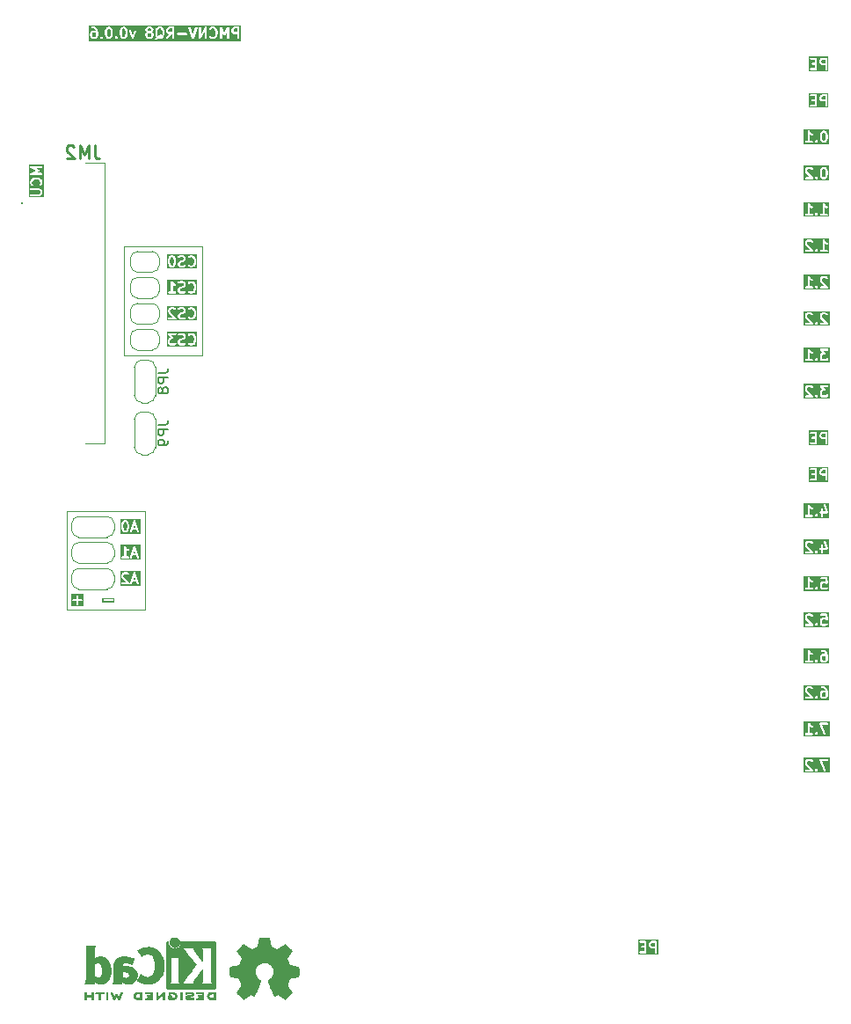
<source format=gbr>
%TF.GenerationSoftware,KiCad,Pcbnew,9.0.2*%
%TF.CreationDate,2025-06-28T19:47:58+03:00*%
%TF.ProjectId,PMCNV-RQ8,504d434e-562d-4525-9138-2e6b69636164,rev?*%
%TF.SameCoordinates,Original*%
%TF.FileFunction,Legend,Bot*%
%TF.FilePolarity,Positive*%
%FSLAX46Y46*%
G04 Gerber Fmt 4.6, Leading zero omitted, Abs format (unit mm)*
G04 Created by KiCad (PCBNEW 9.0.2) date 2025-06-28 19:47:58*
%MOMM*%
%LPD*%
G01*
G04 APERTURE LIST*
%ADD10C,0.100000*%
%ADD11C,0.200000*%
%ADD12C,0.150000*%
%ADD13C,0.254000*%
%ADD14C,0.120000*%
%ADD15C,0.010000*%
G04 APERTURE END LIST*
D10*
X-34000000Y0D02*
X-26500000Y0D01*
X-26500000Y-9500000D01*
X-34000000Y-9500000D01*
X-34000000Y0D01*
X-28500000Y25500000D02*
X-21000000Y25500000D01*
X-21000000Y15000000D01*
X-28500000Y15000000D01*
X-28500000Y25500000D01*
D11*
G36*
X39030326Y39623972D02*
G01*
X38772981Y39623972D01*
X38713371Y39653777D01*
X38688703Y39678446D01*
X38658898Y39738056D01*
X38658898Y39833698D01*
X38688703Y39893308D01*
X38713371Y39917977D01*
X38772981Y39947781D01*
X39030326Y39947781D01*
X39030326Y39623972D01*
G37*
G36*
X39341437Y38836670D02*
G01*
X37444946Y38836670D01*
X37444946Y40067290D01*
X37556057Y40067290D01*
X37556057Y40028272D01*
X37570989Y39992224D01*
X37598579Y39964634D01*
X37634627Y39949702D01*
X37654136Y39947781D01*
X38030326Y39947781D01*
X38030326Y39671591D01*
X37796993Y39671591D01*
X37777484Y39669670D01*
X37741436Y39654738D01*
X37713846Y39627148D01*
X37698914Y39591100D01*
X37698914Y39552082D01*
X37713846Y39516034D01*
X37741436Y39488444D01*
X37777484Y39473512D01*
X37796993Y39471591D01*
X38030326Y39471591D01*
X38030326Y39147781D01*
X37654136Y39147781D01*
X37634627Y39145860D01*
X37598579Y39130928D01*
X37570989Y39103338D01*
X37556057Y39067290D01*
X37556057Y39028272D01*
X37570989Y38992224D01*
X37598579Y38964634D01*
X37634627Y38949702D01*
X37654136Y38947781D01*
X38130326Y38947781D01*
X38149835Y38949702D01*
X38185883Y38964634D01*
X38213473Y38992224D01*
X38228405Y39028272D01*
X38230326Y39047781D01*
X38230326Y39857305D01*
X38458898Y39857305D01*
X38458898Y39714448D01*
X38460819Y39694939D01*
X38462194Y39691619D01*
X38462449Y39688035D01*
X38469455Y39669727D01*
X38517074Y39574489D01*
X38522359Y39566093D01*
X38523370Y39563653D01*
X38525623Y39560907D01*
X38527517Y39557899D01*
X38529511Y39556170D01*
X38535806Y39548499D01*
X38583425Y39500881D01*
X38591091Y39494589D01*
X38592824Y39492591D01*
X38595832Y39490698D01*
X38598578Y39488444D01*
X38601018Y39487434D01*
X38609415Y39482148D01*
X38704652Y39434529D01*
X38722961Y39427523D01*
X38726544Y39427269D01*
X38729865Y39425893D01*
X38749374Y39423972D01*
X39030326Y39423972D01*
X39030326Y39047781D01*
X39032247Y39028272D01*
X39047179Y38992224D01*
X39074769Y38964634D01*
X39110817Y38949702D01*
X39149835Y38949702D01*
X39185883Y38964634D01*
X39213473Y38992224D01*
X39228405Y39028272D01*
X39230326Y39047781D01*
X39230326Y40047781D01*
X39228405Y40067290D01*
X39213473Y40103338D01*
X39185883Y40130928D01*
X39149835Y40145860D01*
X39130326Y40147781D01*
X38749374Y40147781D01*
X38729865Y40145860D01*
X38726544Y40144485D01*
X38722961Y40144230D01*
X38704652Y40137224D01*
X38609415Y40089605D01*
X38601018Y40084320D01*
X38598578Y40083309D01*
X38595832Y40081056D01*
X38592824Y40079162D01*
X38591091Y40077165D01*
X38583425Y40070872D01*
X38535806Y40023254D01*
X38529511Y40015584D01*
X38527517Y40013854D01*
X38525623Y40010847D01*
X38523370Y40008100D01*
X38522359Y40005661D01*
X38517074Y39997264D01*
X38469455Y39902026D01*
X38462449Y39883718D01*
X38462194Y39880135D01*
X38460819Y39876814D01*
X38458898Y39857305D01*
X38230326Y39857305D01*
X38230326Y40047781D01*
X38228405Y40067290D01*
X38213473Y40103338D01*
X38185883Y40130928D01*
X38149835Y40145860D01*
X38130326Y40147781D01*
X37654136Y40147781D01*
X37634627Y40145860D01*
X37598579Y40130928D01*
X37570989Y40103338D01*
X37556057Y40067290D01*
X37444946Y40067290D01*
X37444946Y40258892D01*
X39341437Y40258892D01*
X39341437Y38836670D01*
G37*
G36*
X39030326Y3623972D02*
G01*
X38772981Y3623972D01*
X38713371Y3653777D01*
X38688703Y3678446D01*
X38658898Y3738056D01*
X38658898Y3833698D01*
X38688703Y3893308D01*
X38713371Y3917977D01*
X38772981Y3947781D01*
X39030326Y3947781D01*
X39030326Y3623972D01*
G37*
G36*
X39341437Y2836670D02*
G01*
X37444946Y2836670D01*
X37444946Y4067290D01*
X37556057Y4067290D01*
X37556057Y4028272D01*
X37570989Y3992224D01*
X37598579Y3964634D01*
X37634627Y3949702D01*
X37654136Y3947781D01*
X38030326Y3947781D01*
X38030326Y3671591D01*
X37796993Y3671591D01*
X37777484Y3669670D01*
X37741436Y3654738D01*
X37713846Y3627148D01*
X37698914Y3591100D01*
X37698914Y3552082D01*
X37713846Y3516034D01*
X37741436Y3488444D01*
X37777484Y3473512D01*
X37796993Y3471591D01*
X38030326Y3471591D01*
X38030326Y3147781D01*
X37654136Y3147781D01*
X37634627Y3145860D01*
X37598579Y3130928D01*
X37570989Y3103338D01*
X37556057Y3067290D01*
X37556057Y3028272D01*
X37570989Y2992224D01*
X37598579Y2964634D01*
X37634627Y2949702D01*
X37654136Y2947781D01*
X38130326Y2947781D01*
X38149835Y2949702D01*
X38185883Y2964634D01*
X38213473Y2992224D01*
X38228405Y3028272D01*
X38230326Y3047781D01*
X38230326Y3857305D01*
X38458898Y3857305D01*
X38458898Y3714448D01*
X38460819Y3694939D01*
X38462194Y3691619D01*
X38462449Y3688035D01*
X38469455Y3669727D01*
X38517074Y3574489D01*
X38522359Y3566093D01*
X38523370Y3563653D01*
X38525623Y3560907D01*
X38527517Y3557899D01*
X38529511Y3556170D01*
X38535806Y3548499D01*
X38583425Y3500881D01*
X38591091Y3494589D01*
X38592824Y3492591D01*
X38595832Y3490698D01*
X38598578Y3488444D01*
X38601018Y3487434D01*
X38609415Y3482148D01*
X38704652Y3434529D01*
X38722961Y3427523D01*
X38726544Y3427269D01*
X38729865Y3425893D01*
X38749374Y3423972D01*
X39030326Y3423972D01*
X39030326Y3047781D01*
X39032247Y3028272D01*
X39047179Y2992224D01*
X39074769Y2964634D01*
X39110817Y2949702D01*
X39149835Y2949702D01*
X39185883Y2964634D01*
X39213473Y2992224D01*
X39228405Y3028272D01*
X39230326Y3047781D01*
X39230326Y4047781D01*
X39228405Y4067290D01*
X39213473Y4103338D01*
X39185883Y4130928D01*
X39149835Y4145860D01*
X39130326Y4147781D01*
X38749374Y4147781D01*
X38729865Y4145860D01*
X38726544Y4144485D01*
X38722961Y4144230D01*
X38704652Y4137224D01*
X38609415Y4089605D01*
X38601018Y4084320D01*
X38598578Y4083309D01*
X38595832Y4081056D01*
X38592824Y4079162D01*
X38591091Y4077165D01*
X38583425Y4070872D01*
X38535806Y4023254D01*
X38529511Y4015584D01*
X38527517Y4013854D01*
X38525623Y4010847D01*
X38523370Y4008100D01*
X38522359Y4005661D01*
X38517074Y3997264D01*
X38469455Y3902026D01*
X38462449Y3883718D01*
X38462194Y3880135D01*
X38460819Y3876814D01*
X38458898Y3857305D01*
X38230326Y3857305D01*
X38230326Y4047781D01*
X38228405Y4067290D01*
X38213473Y4103338D01*
X38185883Y4130928D01*
X38149835Y4145860D01*
X38130326Y4147781D01*
X37654136Y4147781D01*
X37634627Y4145860D01*
X37598579Y4130928D01*
X37570989Y4103338D01*
X37556057Y4067290D01*
X37444946Y4067290D01*
X37444946Y4258892D01*
X39341437Y4258892D01*
X39341437Y2836670D01*
G37*
G36*
X38975852Y32917976D02*
G01*
X39000521Y32893308D01*
X39035974Y32822401D01*
X39077945Y32654520D01*
X39077945Y32441044D01*
X39035974Y32273163D01*
X39000521Y32202257D01*
X38975852Y32177587D01*
X38916243Y32147781D01*
X38868219Y32147781D01*
X38808609Y32177586D01*
X38783942Y32202254D01*
X38748487Y32273163D01*
X38706517Y32441044D01*
X38706517Y32654519D01*
X38748487Y32822401D01*
X38783941Y32893308D01*
X38808609Y32917977D01*
X38868219Y32947781D01*
X38916243Y32947781D01*
X38975852Y32917976D01*
G37*
G36*
X39389056Y31836670D02*
G01*
X36966835Y31836670D01*
X36966835Y32857305D01*
X37077946Y32857305D01*
X37077946Y32762067D01*
X37078918Y32752194D01*
X37078731Y32749560D01*
X37079518Y32746097D01*
X37079867Y32742558D01*
X37080878Y32740116D01*
X37083078Y32730444D01*
X37130697Y32587588D01*
X37138688Y32569687D01*
X37141043Y32566972D01*
X37142418Y32563653D01*
X37154854Y32548499D01*
X37555571Y32147781D01*
X37177946Y32147781D01*
X37158437Y32145860D01*
X37122389Y32130928D01*
X37094799Y32103338D01*
X37079867Y32067290D01*
X37079867Y32028272D01*
X37094799Y31992224D01*
X37122389Y31964634D01*
X37158437Y31949702D01*
X37177946Y31947781D01*
X37796993Y31947781D01*
X37816502Y31949702D01*
X37852550Y31964634D01*
X37880140Y31992224D01*
X37895072Y32028272D01*
X37895072Y32067290D01*
X37880140Y32103338D01*
X37880139Y32103339D01*
X37870644Y32114909D01*
X38032247Y32114909D01*
X38032247Y32075891D01*
X38038710Y32060288D01*
X38047179Y32039842D01*
X38047183Y32039838D01*
X38059615Y32024689D01*
X38107234Y31977071D01*
X38122387Y31964634D01*
X38131390Y31960905D01*
X38158436Y31949702D01*
X38197454Y31949702D01*
X38233502Y31964634D01*
X38248656Y31977070D01*
X38296274Y32024689D01*
X38308711Y32039842D01*
X38315463Y32056144D01*
X38323642Y32075890D01*
X38323643Y32114908D01*
X38308712Y32150957D01*
X38296275Y32166110D01*
X38248656Y32213730D01*
X38233503Y32226167D01*
X38218571Y32232352D01*
X38197454Y32241099D01*
X38158436Y32241099D01*
X38147878Y32236726D01*
X38122388Y32226168D01*
X38122387Y32226167D01*
X38107233Y32213730D01*
X38059615Y32166110D01*
X38047178Y32150957D01*
X38037165Y32126781D01*
X38032247Y32114909D01*
X37870644Y32114909D01*
X37867704Y32118492D01*
X37319368Y32666829D01*
X38506517Y32666829D01*
X38506517Y32428734D01*
X38506852Y32425332D01*
X38506635Y32423873D01*
X38507714Y32416576D01*
X38508438Y32409225D01*
X38509002Y32407862D01*
X38509503Y32404480D01*
X38557122Y32214005D01*
X38557635Y32212568D01*
X38557687Y32211845D01*
X38560795Y32203721D01*
X38563717Y32195544D01*
X38564147Y32194964D01*
X38564693Y32193537D01*
X38612312Y32098299D01*
X38617595Y32089907D01*
X38618607Y32087463D01*
X38620863Y32084714D01*
X38622755Y32081709D01*
X38624749Y32079980D01*
X38631044Y32072310D01*
X38678662Y32024690D01*
X38686330Y32018397D01*
X38688062Y32016400D01*
X38691070Y32014507D01*
X38693816Y32012253D01*
X38696256Y32011243D01*
X38704653Y32005957D01*
X38799890Y31958338D01*
X38818199Y31951332D01*
X38821782Y31951078D01*
X38825103Y31949702D01*
X38844612Y31947781D01*
X38939850Y31947781D01*
X38959359Y31949702D01*
X38962679Y31951078D01*
X38966263Y31951332D01*
X38984571Y31958338D01*
X39079809Y32005957D01*
X39088204Y32011242D01*
X39090646Y32012253D01*
X39093393Y32014509D01*
X39096399Y32016400D01*
X39098129Y32018395D01*
X39105799Y32024690D01*
X39153418Y32072310D01*
X39159710Y32079977D01*
X39161707Y32081708D01*
X39163600Y32084716D01*
X39165855Y32087463D01*
X39166866Y32089905D01*
X39172150Y32098299D01*
X39219769Y32193536D01*
X39220315Y32194965D01*
X39220745Y32195544D01*
X39223666Y32203721D01*
X39226775Y32211845D01*
X39226826Y32212566D01*
X39227340Y32214004D01*
X39274959Y32404480D01*
X39275459Y32407862D01*
X39276024Y32409225D01*
X39276747Y32416576D01*
X39277827Y32423873D01*
X39277609Y32425332D01*
X39277945Y32428734D01*
X39277945Y32666829D01*
X39277609Y32670232D01*
X39277827Y32671690D01*
X39276747Y32678988D01*
X39276024Y32686338D01*
X39275459Y32687702D01*
X39274959Y32691083D01*
X39227340Y32881559D01*
X39226826Y32882998D01*
X39226775Y32883718D01*
X39223666Y32891843D01*
X39220745Y32900019D01*
X39220315Y32900599D01*
X39219769Y32902027D01*
X39172150Y32997264D01*
X39166864Y33005661D01*
X39165854Y33008101D01*
X39163600Y33010847D01*
X39161707Y33013855D01*
X39159709Y33015588D01*
X39153417Y33023254D01*
X39105799Y33070873D01*
X39098128Y33077168D01*
X39096399Y33079162D01*
X39093391Y33081056D01*
X39090645Y33083309D01*
X39088205Y33084320D01*
X39079809Y33089605D01*
X38984571Y33137224D01*
X38966263Y33144230D01*
X38962679Y33144485D01*
X38959359Y33145860D01*
X38939850Y33147781D01*
X38844612Y33147781D01*
X38825103Y33145860D01*
X38821782Y33144485D01*
X38818199Y33144230D01*
X38799890Y33137224D01*
X38704653Y33089605D01*
X38696256Y33084320D01*
X38693816Y33083309D01*
X38691070Y33081056D01*
X38688062Y33079162D01*
X38686329Y33077165D01*
X38678663Y33070872D01*
X38631044Y33023254D01*
X38624749Y33015584D01*
X38622755Y33013854D01*
X38620861Y33010847D01*
X38618608Y33008100D01*
X38617597Y33005661D01*
X38612312Y32997264D01*
X38564693Y32902026D01*
X38564147Y32900600D01*
X38563717Y32900019D01*
X38560795Y32891843D01*
X38557687Y32883718D01*
X38557635Y32882996D01*
X38557122Y32881558D01*
X38509503Y32691083D01*
X38509002Y32687702D01*
X38508438Y32686338D01*
X38507714Y32678988D01*
X38506635Y32671690D01*
X38506852Y32670232D01*
X38506517Y32666829D01*
X37319368Y32666829D01*
X37312967Y32673230D01*
X37277946Y32778294D01*
X37277946Y32833698D01*
X37307751Y32893308D01*
X37332419Y32917977D01*
X37392029Y32947781D01*
X37582910Y32947781D01*
X37642519Y32917976D01*
X37678663Y32881833D01*
X37693816Y32869396D01*
X37729865Y32854465D01*
X37768883Y32854465D01*
X37804931Y32869396D01*
X37832521Y32896986D01*
X37847452Y32933034D01*
X37847452Y32972052D01*
X37832521Y33008101D01*
X37820084Y33023254D01*
X37772466Y33070873D01*
X37764795Y33077168D01*
X37763066Y33079162D01*
X37760058Y33081056D01*
X37757312Y33083309D01*
X37754872Y33084320D01*
X37746476Y33089605D01*
X37651238Y33137224D01*
X37632930Y33144230D01*
X37629346Y33144485D01*
X37626026Y33145860D01*
X37606517Y33147781D01*
X37368422Y33147781D01*
X37348913Y33145860D01*
X37345592Y33144485D01*
X37342009Y33144230D01*
X37323700Y33137224D01*
X37228463Y33089605D01*
X37220066Y33084320D01*
X37217626Y33083309D01*
X37214880Y33081056D01*
X37211872Y33079162D01*
X37210139Y33077165D01*
X37202473Y33070872D01*
X37154854Y33023254D01*
X37148559Y33015584D01*
X37146565Y33013854D01*
X37144671Y33010847D01*
X37142418Y33008100D01*
X37141407Y33005661D01*
X37136122Y32997264D01*
X37088503Y32902026D01*
X37081497Y32883718D01*
X37081242Y32880135D01*
X37079867Y32876814D01*
X37077946Y32857305D01*
X36966835Y32857305D01*
X36966835Y33258892D01*
X39389056Y33258892D01*
X39389056Y31836670D01*
G37*
G36*
X39434754Y-25163330D02*
G01*
X36966835Y-25163330D01*
X36966835Y-24142695D01*
X37077946Y-24142695D01*
X37077946Y-24237933D01*
X37078918Y-24247806D01*
X37078731Y-24250440D01*
X37079518Y-24253903D01*
X37079867Y-24257442D01*
X37080878Y-24259884D01*
X37083078Y-24269556D01*
X37130697Y-24412412D01*
X37138688Y-24430313D01*
X37141043Y-24433028D01*
X37142418Y-24436347D01*
X37154854Y-24451501D01*
X37555571Y-24852219D01*
X37177946Y-24852219D01*
X37158437Y-24854140D01*
X37122389Y-24869072D01*
X37094799Y-24896662D01*
X37079867Y-24932710D01*
X37079867Y-24971728D01*
X37094799Y-25007776D01*
X37122389Y-25035366D01*
X37158437Y-25050298D01*
X37177946Y-25052219D01*
X37796993Y-25052219D01*
X37816502Y-25050298D01*
X37852550Y-25035366D01*
X37880140Y-25007776D01*
X37895072Y-24971728D01*
X37895072Y-24932710D01*
X37880140Y-24896662D01*
X37880139Y-24896661D01*
X37870644Y-24885091D01*
X38032247Y-24885091D01*
X38032247Y-24924109D01*
X38035315Y-24931515D01*
X38047179Y-24960158D01*
X38047183Y-24960162D01*
X38059615Y-24975311D01*
X38107234Y-25022929D01*
X38122387Y-25035366D01*
X38132945Y-25039739D01*
X38158436Y-25050298D01*
X38197454Y-25050298D01*
X38233502Y-25035366D01*
X38248656Y-25022930D01*
X38296274Y-24975311D01*
X38308711Y-24960158D01*
X38323642Y-24924109D01*
X38323642Y-24912537D01*
X38323643Y-24885092D01*
X38308712Y-24849043D01*
X38296275Y-24833890D01*
X38248656Y-24786270D01*
X38233503Y-24773833D01*
X38218571Y-24767648D01*
X38197454Y-24758901D01*
X38158436Y-24758901D01*
X38147878Y-24763274D01*
X38122388Y-24773832D01*
X38122387Y-24773833D01*
X38107233Y-24786270D01*
X38059615Y-24833890D01*
X38047178Y-24849043D01*
X38043891Y-24856980D01*
X38032247Y-24885091D01*
X37870644Y-24885091D01*
X37867704Y-24881508D01*
X37312967Y-24326770D01*
X37277946Y-24221706D01*
X37277946Y-24166302D01*
X37307751Y-24106692D01*
X37332419Y-24082023D01*
X37392029Y-24052219D01*
X37582910Y-24052219D01*
X37642519Y-24082024D01*
X37678663Y-24118167D01*
X37693816Y-24130604D01*
X37729865Y-24145535D01*
X37768883Y-24145535D01*
X37804931Y-24130604D01*
X37832521Y-24103014D01*
X37847452Y-24066966D01*
X37847452Y-24027948D01*
X37832521Y-23991899D01*
X37820084Y-23976746D01*
X37777246Y-23933907D01*
X38460589Y-23933907D01*
X38460819Y-23952798D01*
X38460819Y-23971728D01*
X38461056Y-23972301D01*
X38461064Y-23972923D01*
X38466983Y-23991611D01*
X38895554Y-24991611D01*
X38905005Y-25008785D01*
X38932930Y-25036037D01*
X38969157Y-25050528D01*
X39008172Y-25050052D01*
X39044036Y-25034682D01*
X39071287Y-25006758D01*
X39085778Y-24970530D01*
X39085303Y-24931515D01*
X39079383Y-24912827D01*
X38710552Y-24052219D01*
X39225564Y-24052219D01*
X39245073Y-24050298D01*
X39281121Y-24035366D01*
X39308711Y-24007776D01*
X39323643Y-23971728D01*
X39323643Y-23932710D01*
X39308711Y-23896662D01*
X39281121Y-23869072D01*
X39245073Y-23854140D01*
X39225564Y-23852219D01*
X38558898Y-23852219D01*
X38539389Y-23854140D01*
X38538815Y-23854377D01*
X38538194Y-23854385D01*
X38520772Y-23861851D01*
X38503341Y-23869072D01*
X38502903Y-23869509D01*
X38502331Y-23869755D01*
X38489109Y-23883303D01*
X38475751Y-23896662D01*
X38475513Y-23897236D01*
X38475080Y-23897680D01*
X38468066Y-23915212D01*
X38460819Y-23932710D01*
X38460819Y-23933332D01*
X38460589Y-23933907D01*
X37777246Y-23933907D01*
X37772466Y-23929127D01*
X37764795Y-23922832D01*
X37763066Y-23920838D01*
X37760058Y-23918944D01*
X37757312Y-23916691D01*
X37754872Y-23915680D01*
X37746476Y-23910395D01*
X37651238Y-23862776D01*
X37632930Y-23855770D01*
X37629346Y-23855515D01*
X37626026Y-23854140D01*
X37606517Y-23852219D01*
X37368422Y-23852219D01*
X37348913Y-23854140D01*
X37345592Y-23855515D01*
X37342009Y-23855770D01*
X37323700Y-23862776D01*
X37228463Y-23910395D01*
X37220066Y-23915680D01*
X37217626Y-23916691D01*
X37214880Y-23918944D01*
X37211872Y-23920838D01*
X37210139Y-23922835D01*
X37202473Y-23929128D01*
X37154854Y-23976746D01*
X37148559Y-23984416D01*
X37146565Y-23986146D01*
X37144671Y-23989153D01*
X37142418Y-23991900D01*
X37141407Y-23994339D01*
X37136122Y-24002736D01*
X37088503Y-24097974D01*
X37081497Y-24116282D01*
X37081242Y-24119865D01*
X37079867Y-24123186D01*
X37077946Y-24142695D01*
X36966835Y-24142695D01*
X36966835Y-23741108D01*
X39434754Y-23741108D01*
X39434754Y-25163330D01*
G37*
G36*
X39434754Y17836670D02*
G01*
X36966835Y17836670D01*
X36966835Y18857305D01*
X37077946Y18857305D01*
X37077946Y18762067D01*
X37078918Y18752194D01*
X37078731Y18749560D01*
X37079518Y18746097D01*
X37079867Y18742558D01*
X37080878Y18740116D01*
X37083078Y18730444D01*
X37130697Y18587588D01*
X37138688Y18569687D01*
X37141043Y18566972D01*
X37142418Y18563653D01*
X37154854Y18548499D01*
X37555571Y18147781D01*
X37177946Y18147781D01*
X37158437Y18145860D01*
X37122389Y18130928D01*
X37094799Y18103338D01*
X37079867Y18067290D01*
X37079867Y18028272D01*
X37094799Y17992224D01*
X37122389Y17964634D01*
X37158437Y17949702D01*
X37177946Y17947781D01*
X37796993Y17947781D01*
X37816502Y17949702D01*
X37852550Y17964634D01*
X37880140Y17992224D01*
X37895072Y18028272D01*
X37895072Y18067290D01*
X37880140Y18103338D01*
X37880139Y18103339D01*
X37870644Y18114909D01*
X38032247Y18114909D01*
X38032247Y18075891D01*
X38035810Y18067290D01*
X38047179Y18039842D01*
X38047183Y18039838D01*
X38059615Y18024689D01*
X38107234Y17977071D01*
X38122387Y17964634D01*
X38132945Y17960261D01*
X38158436Y17949702D01*
X38197454Y17949702D01*
X38233502Y17964634D01*
X38248656Y17977070D01*
X38296274Y18024689D01*
X38308711Y18039842D01*
X38323642Y18075891D01*
X38323642Y18087463D01*
X38323643Y18114908D01*
X38308712Y18150957D01*
X38296275Y18166110D01*
X38248656Y18213730D01*
X38233503Y18226167D01*
X38218571Y18232352D01*
X38197454Y18241099D01*
X38158436Y18241099D01*
X38147878Y18236726D01*
X38122388Y18226168D01*
X38122387Y18226167D01*
X38107233Y18213730D01*
X38059615Y18166110D01*
X38047178Y18150957D01*
X38043891Y18143020D01*
X38032247Y18114909D01*
X37870644Y18114909D01*
X37867704Y18118492D01*
X37312967Y18673230D01*
X37277946Y18778294D01*
X37277946Y18833698D01*
X37307751Y18893308D01*
X37332419Y18917977D01*
X37392029Y18947781D01*
X37582910Y18947781D01*
X37642519Y18917976D01*
X37678663Y18881833D01*
X37693816Y18869396D01*
X37729865Y18854465D01*
X37768883Y18854465D01*
X37775740Y18857305D01*
X38506517Y18857305D01*
X38506517Y18762067D01*
X38507489Y18752194D01*
X38507302Y18749560D01*
X38508089Y18746097D01*
X38508438Y18742558D01*
X38509449Y18740116D01*
X38511649Y18730444D01*
X38559268Y18587588D01*
X38567259Y18569687D01*
X38569614Y18566972D01*
X38570989Y18563653D01*
X38583425Y18548499D01*
X38984142Y18147781D01*
X38606517Y18147781D01*
X38587008Y18145860D01*
X38550960Y18130928D01*
X38523370Y18103338D01*
X38508438Y18067290D01*
X38508438Y18028272D01*
X38523370Y17992224D01*
X38550960Y17964634D01*
X38587008Y17949702D01*
X38606517Y17947781D01*
X39225564Y17947781D01*
X39245073Y17949702D01*
X39281121Y17964634D01*
X39308711Y17992224D01*
X39323643Y18028272D01*
X39323643Y18067290D01*
X39308711Y18103338D01*
X39308710Y18103339D01*
X39296275Y18118492D01*
X38741538Y18673230D01*
X38706517Y18778294D01*
X38706517Y18833698D01*
X38736322Y18893308D01*
X38760990Y18917977D01*
X38820600Y18947781D01*
X39011481Y18947781D01*
X39071090Y18917976D01*
X39107234Y18881833D01*
X39122387Y18869396D01*
X39158436Y18854465D01*
X39197454Y18854465D01*
X39233502Y18869396D01*
X39261092Y18896986D01*
X39276023Y18933034D01*
X39276023Y18972052D01*
X39261092Y19008101D01*
X39248655Y19023254D01*
X39201037Y19070873D01*
X39193366Y19077168D01*
X39191637Y19079162D01*
X39188629Y19081056D01*
X39185883Y19083309D01*
X39183443Y19084320D01*
X39175047Y19089605D01*
X39079809Y19137224D01*
X39061501Y19144230D01*
X39057917Y19144485D01*
X39054597Y19145860D01*
X39035088Y19147781D01*
X38796993Y19147781D01*
X38777484Y19145860D01*
X38774163Y19144485D01*
X38770580Y19144230D01*
X38752271Y19137224D01*
X38657034Y19089605D01*
X38648637Y19084320D01*
X38646197Y19083309D01*
X38643451Y19081056D01*
X38640443Y19079162D01*
X38638710Y19077165D01*
X38631044Y19070872D01*
X38583425Y19023254D01*
X38577130Y19015584D01*
X38575136Y19013854D01*
X38573242Y19010847D01*
X38570989Y19008100D01*
X38569978Y19005661D01*
X38564693Y18997264D01*
X38517074Y18902026D01*
X38510068Y18883718D01*
X38509813Y18880135D01*
X38508438Y18876814D01*
X38506517Y18857305D01*
X37775740Y18857305D01*
X37804931Y18869396D01*
X37832521Y18896986D01*
X37847452Y18933034D01*
X37847452Y18972052D01*
X37832521Y19008101D01*
X37820084Y19023254D01*
X37772466Y19070873D01*
X37764795Y19077168D01*
X37763066Y19079162D01*
X37760058Y19081056D01*
X37757312Y19083309D01*
X37754872Y19084320D01*
X37746476Y19089605D01*
X37651238Y19137224D01*
X37632930Y19144230D01*
X37629346Y19144485D01*
X37626026Y19145860D01*
X37606517Y19147781D01*
X37368422Y19147781D01*
X37348913Y19145860D01*
X37345592Y19144485D01*
X37342009Y19144230D01*
X37323700Y19137224D01*
X37228463Y19089605D01*
X37220066Y19084320D01*
X37217626Y19083309D01*
X37214880Y19081056D01*
X37211872Y19079162D01*
X37210139Y19077165D01*
X37202473Y19070872D01*
X37154854Y19023254D01*
X37148559Y19015584D01*
X37146565Y19013854D01*
X37144671Y19010847D01*
X37142418Y19008100D01*
X37141407Y19005661D01*
X37136122Y18997264D01*
X37088503Y18902026D01*
X37081497Y18883718D01*
X37081242Y18880135D01*
X37079867Y18876814D01*
X37077946Y18857305D01*
X36966835Y18857305D01*
X36966835Y19258892D01*
X39434754Y19258892D01*
X39434754Y17836670D01*
G37*
G36*
X-24927658Y45677587D02*
G01*
X-24987268Y45647781D01*
X-25055574Y45647781D01*
X-25047283Y45656073D01*
X-24987673Y45685877D01*
X-24919367Y45685877D01*
X-24927658Y45677587D01*
G37*
G36*
X-24927660Y46417977D02*
G01*
X-24863481Y46353798D01*
X-24825566Y46202139D01*
X-24825566Y45893425D01*
X-24837430Y45845969D01*
X-24860485Y45869024D01*
X-24896533Y45883956D01*
X-24916042Y45885877D01*
X-25011280Y45885877D01*
X-25030789Y45883956D01*
X-25034110Y45882581D01*
X-25037693Y45882326D01*
X-25056002Y45875320D01*
X-25151239Y45827701D01*
X-25159636Y45822416D01*
X-25162076Y45821405D01*
X-25164822Y45819152D01*
X-25167830Y45817258D01*
X-25169563Y45815261D01*
X-25177229Y45808968D01*
X-25249375Y45736822D01*
X-25254317Y45741764D01*
X-25292232Y45893425D01*
X-25292232Y46202138D01*
X-25254317Y46353798D01*
X-25190138Y46417977D01*
X-25130530Y46447781D01*
X-24987268Y46447781D01*
X-24927660Y46417977D01*
G37*
G36*
X-31260992Y46037024D02*
G01*
X-31236323Y46012356D01*
X-31206518Y45952746D01*
X-31206518Y45761865D01*
X-31236323Y45702257D01*
X-31260992Y45677587D01*
X-31320601Y45647781D01*
X-31463863Y45647781D01*
X-31523473Y45677586D01*
X-31548140Y45702254D01*
X-31577946Y45761866D01*
X-31577946Y45952746D01*
X-31548141Y46012356D01*
X-31523473Y46037025D01*
X-31463863Y46066829D01*
X-31320601Y46066829D01*
X-31260992Y46037024D01*
G37*
G36*
X-29880040Y46417976D02*
G01*
X-29855371Y46393308D01*
X-29819918Y46322401D01*
X-29777947Y46154520D01*
X-29777947Y45941044D01*
X-29819918Y45773163D01*
X-29855371Y45702257D01*
X-29880040Y45677587D01*
X-29939649Y45647781D01*
X-29987673Y45647781D01*
X-30047283Y45677586D01*
X-30071950Y45702254D01*
X-30107405Y45773163D01*
X-30149375Y45941044D01*
X-30149375Y46154519D01*
X-30107405Y46322401D01*
X-30071951Y46393308D01*
X-30047283Y46417977D01*
X-29987673Y46447781D01*
X-29939649Y46447781D01*
X-29880040Y46417976D01*
G37*
G36*
X-28451469Y46417976D02*
G01*
X-28426800Y46393308D01*
X-28391347Y46322401D01*
X-28349376Y46154520D01*
X-28349376Y45941044D01*
X-28391347Y45773163D01*
X-28426800Y45702257D01*
X-28451469Y45677587D01*
X-28511078Y45647781D01*
X-28559102Y45647781D01*
X-28618712Y45677586D01*
X-28643379Y45702254D01*
X-28678834Y45773163D01*
X-28720804Y45941044D01*
X-28720804Y46154519D01*
X-28678834Y46322401D01*
X-28643380Y46393308D01*
X-28618712Y46417977D01*
X-28559102Y46447781D01*
X-28511078Y46447781D01*
X-28451469Y46417976D01*
G37*
G36*
X-25927659Y45989405D02*
G01*
X-25902990Y45964737D01*
X-25873185Y45905127D01*
X-25873185Y45761865D01*
X-25902990Y45702257D01*
X-25927659Y45677587D01*
X-25987268Y45647781D01*
X-26130530Y45647781D01*
X-26190140Y45677586D01*
X-26214807Y45702254D01*
X-26244613Y45761866D01*
X-26244613Y45905127D01*
X-26214808Y45964737D01*
X-26190140Y45989406D01*
X-26130530Y46019210D01*
X-25987268Y46019210D01*
X-25927659Y45989405D01*
G37*
G36*
X-25927659Y46417976D02*
G01*
X-25902990Y46393308D01*
X-25873185Y46333698D01*
X-25873185Y46333293D01*
X-25902990Y46273684D01*
X-25927659Y46249016D01*
X-25987268Y46219210D01*
X-26130530Y46219210D01*
X-26190140Y46249015D01*
X-26214808Y46273684D01*
X-26244613Y46333294D01*
X-26244613Y46333698D01*
X-26214808Y46393308D01*
X-26190140Y46417977D01*
X-26130530Y46447781D01*
X-25987268Y46447781D01*
X-25927659Y46417976D01*
G37*
G36*
X-23873185Y46123972D02*
G01*
X-24130530Y46123972D01*
X-24190140Y46153777D01*
X-24214808Y46178446D01*
X-24244613Y46238056D01*
X-24244613Y46333698D01*
X-24214808Y46393308D01*
X-24190140Y46417977D01*
X-24130530Y46447781D01*
X-23873185Y46447781D01*
X-23873185Y46123972D01*
G37*
G36*
X-17587471Y46123972D02*
G01*
X-17844816Y46123972D01*
X-17904426Y46153777D01*
X-17929094Y46178446D01*
X-17958899Y46238056D01*
X-17958899Y46333698D01*
X-17929094Y46393308D01*
X-17904426Y46417977D01*
X-17844816Y46447781D01*
X-17587471Y46447781D01*
X-17587471Y46123972D01*
G37*
G36*
X-17276360Y45242217D02*
G01*
X-31889057Y45242217D01*
X-31889057Y45976353D01*
X-31777946Y45976353D01*
X-31777946Y45738258D01*
X-31776025Y45718749D01*
X-31774650Y45715429D01*
X-31774395Y45711845D01*
X-31767389Y45693537D01*
X-31719770Y45598299D01*
X-31714487Y45589907D01*
X-31713475Y45587463D01*
X-31711219Y45584714D01*
X-31709327Y45581709D01*
X-31707333Y45579980D01*
X-31701038Y45572310D01*
X-31653420Y45524690D01*
X-31645752Y45518397D01*
X-31644020Y45516400D01*
X-31641012Y45514507D01*
X-31638266Y45512253D01*
X-31635826Y45511243D01*
X-31627429Y45505957D01*
X-31532192Y45458338D01*
X-31513883Y45451332D01*
X-31510300Y45451078D01*
X-31506979Y45449702D01*
X-31487470Y45447781D01*
X-31296994Y45447781D01*
X-31277485Y45449702D01*
X-31274165Y45451078D01*
X-31270581Y45451332D01*
X-31252273Y45458338D01*
X-31157035Y45505957D01*
X-31148640Y45511242D01*
X-31146198Y45512253D01*
X-31143451Y45514509D01*
X-31140445Y45516400D01*
X-31138715Y45518395D01*
X-31131045Y45524690D01*
X-31083426Y45572310D01*
X-31077134Y45579977D01*
X-31075137Y45581708D01*
X-31073244Y45584716D01*
X-31070989Y45587463D01*
X-31069978Y45589905D01*
X-31064694Y45598299D01*
X-31056389Y45614909D01*
X-30823645Y45614909D01*
X-30823645Y45575891D01*
X-30818055Y45562396D01*
X-30808713Y45539842D01*
X-30808709Y45539838D01*
X-30796277Y45524689D01*
X-30748658Y45477071D01*
X-30733505Y45464634D01*
X-30727092Y45461978D01*
X-30697456Y45449702D01*
X-30658438Y45449702D01*
X-30622390Y45464634D01*
X-30607236Y45477070D01*
X-30559618Y45524689D01*
X-30547181Y45539842D01*
X-30540429Y45556144D01*
X-30532250Y45575890D01*
X-30532249Y45614908D01*
X-30547180Y45650957D01*
X-30559617Y45666110D01*
X-30607236Y45713730D01*
X-30622389Y45726167D01*
X-30632415Y45730320D01*
X-30647017Y45736368D01*
X-30658438Y45741099D01*
X-30697456Y45741099D01*
X-30708014Y45736726D01*
X-30733504Y45726168D01*
X-30733505Y45726167D01*
X-30748659Y45713730D01*
X-30796277Y45666110D01*
X-30808714Y45650957D01*
X-30817673Y45629327D01*
X-30823645Y45614909D01*
X-31056389Y45614909D01*
X-31017075Y45693536D01*
X-31010069Y45711845D01*
X-31009815Y45715429D01*
X-31008439Y45718749D01*
X-31006518Y45738258D01*
X-31006518Y46119210D01*
X-31006854Y46122613D01*
X-31006636Y46124071D01*
X-31007716Y46131369D01*
X-31008439Y46138719D01*
X-31009004Y46140083D01*
X-31009504Y46143464D01*
X-31015345Y46166829D01*
X-30349375Y46166829D01*
X-30349375Y45928734D01*
X-30349040Y45925332D01*
X-30349257Y45923873D01*
X-30348178Y45916576D01*
X-30347454Y45909225D01*
X-30346890Y45907862D01*
X-30346389Y45904480D01*
X-30298770Y45714005D01*
X-30298257Y45712568D01*
X-30298205Y45711845D01*
X-30295097Y45703721D01*
X-30292175Y45695544D01*
X-30291745Y45694964D01*
X-30291199Y45693537D01*
X-30243580Y45598299D01*
X-30238297Y45589907D01*
X-30237285Y45587463D01*
X-30235029Y45584714D01*
X-30233137Y45581709D01*
X-30231143Y45579980D01*
X-30224848Y45572310D01*
X-30177230Y45524690D01*
X-30169562Y45518397D01*
X-30167830Y45516400D01*
X-30164822Y45514507D01*
X-30162076Y45512253D01*
X-30159636Y45511243D01*
X-30151239Y45505957D01*
X-30056002Y45458338D01*
X-30037693Y45451332D01*
X-30034110Y45451078D01*
X-30030789Y45449702D01*
X-30011280Y45447781D01*
X-29916042Y45447781D01*
X-29896533Y45449702D01*
X-29893213Y45451078D01*
X-29889629Y45451332D01*
X-29871321Y45458338D01*
X-29776083Y45505957D01*
X-29767688Y45511242D01*
X-29765246Y45512253D01*
X-29762499Y45514509D01*
X-29759493Y45516400D01*
X-29757763Y45518395D01*
X-29750093Y45524690D01*
X-29702474Y45572310D01*
X-29696182Y45579977D01*
X-29694185Y45581708D01*
X-29692292Y45584716D01*
X-29690037Y45587463D01*
X-29689026Y45589905D01*
X-29683742Y45598299D01*
X-29675437Y45614909D01*
X-29395074Y45614909D01*
X-29395074Y45575891D01*
X-29389484Y45562396D01*
X-29380142Y45539842D01*
X-29380138Y45539838D01*
X-29367706Y45524689D01*
X-29320087Y45477071D01*
X-29304934Y45464634D01*
X-29298521Y45461978D01*
X-29268885Y45449702D01*
X-29229867Y45449702D01*
X-29193819Y45464634D01*
X-29178665Y45477070D01*
X-29131047Y45524689D01*
X-29118610Y45539842D01*
X-29111858Y45556144D01*
X-29103679Y45575890D01*
X-29103678Y45614908D01*
X-29118609Y45650957D01*
X-29131046Y45666110D01*
X-29178665Y45713730D01*
X-29193818Y45726167D01*
X-29203844Y45730320D01*
X-29218446Y45736368D01*
X-29229867Y45741099D01*
X-29268885Y45741099D01*
X-29279443Y45736726D01*
X-29304933Y45726168D01*
X-29304934Y45726167D01*
X-29320088Y45713730D01*
X-29367706Y45666110D01*
X-29380143Y45650957D01*
X-29389102Y45629327D01*
X-29395074Y45614909D01*
X-29675437Y45614909D01*
X-29636123Y45693536D01*
X-29635577Y45694965D01*
X-29635147Y45695544D01*
X-29632226Y45703721D01*
X-29629117Y45711845D01*
X-29629066Y45712566D01*
X-29628552Y45714004D01*
X-29580933Y45904480D01*
X-29580433Y45907862D01*
X-29579868Y45909225D01*
X-29579145Y45916576D01*
X-29578065Y45923873D01*
X-29578283Y45925332D01*
X-29577947Y45928734D01*
X-29577947Y46166829D01*
X-28920804Y46166829D01*
X-28920804Y45928734D01*
X-28920469Y45925332D01*
X-28920686Y45923873D01*
X-28919607Y45916576D01*
X-28918883Y45909225D01*
X-28918319Y45907862D01*
X-28917818Y45904480D01*
X-28870199Y45714005D01*
X-28869686Y45712568D01*
X-28869634Y45711845D01*
X-28866526Y45703721D01*
X-28863604Y45695544D01*
X-28863174Y45694964D01*
X-28862628Y45693537D01*
X-28815009Y45598299D01*
X-28809726Y45589907D01*
X-28808714Y45587463D01*
X-28806458Y45584714D01*
X-28804566Y45581709D01*
X-28802572Y45579980D01*
X-28796277Y45572310D01*
X-28748659Y45524690D01*
X-28740991Y45518397D01*
X-28739259Y45516400D01*
X-28736251Y45514507D01*
X-28733505Y45512253D01*
X-28731065Y45511243D01*
X-28722668Y45505957D01*
X-28627431Y45458338D01*
X-28609122Y45451332D01*
X-28605539Y45451078D01*
X-28602218Y45449702D01*
X-28582709Y45447781D01*
X-28487471Y45447781D01*
X-28467962Y45449702D01*
X-28464642Y45451078D01*
X-28461058Y45451332D01*
X-28442750Y45458338D01*
X-28347512Y45505957D01*
X-28339117Y45511242D01*
X-28336675Y45512253D01*
X-28333928Y45514509D01*
X-28330922Y45516400D01*
X-28329192Y45518395D01*
X-28321522Y45524690D01*
X-28273903Y45572310D01*
X-28267611Y45579977D01*
X-28265614Y45581708D01*
X-28263721Y45584716D01*
X-28261466Y45587463D01*
X-28260455Y45589905D01*
X-28255171Y45598299D01*
X-28207552Y45693536D01*
X-28207006Y45694965D01*
X-28206576Y45695544D01*
X-28203655Y45703721D01*
X-28200546Y45711845D01*
X-28200495Y45712566D01*
X-28199981Y45714004D01*
X-28152362Y45904480D01*
X-28151862Y45907862D01*
X-28151297Y45909225D01*
X-28150574Y45916576D01*
X-28149494Y45923873D01*
X-28149712Y45925332D01*
X-28149376Y45928734D01*
X-28149376Y46166829D01*
X-28149712Y46170232D01*
X-28149494Y46171690D01*
X-28150574Y46178988D01*
X-28151297Y46186338D01*
X-28151862Y46187702D01*
X-28152362Y46191083D01*
X-28154550Y46199833D01*
X-28014969Y46199833D01*
X-28010216Y46180814D01*
X-27772121Y45514148D01*
X-27763751Y45496421D01*
X-27760381Y45492699D01*
X-27758233Y45488164D01*
X-27747382Y45478341D01*
X-27737564Y45467496D01*
X-27733032Y45465349D01*
X-27729307Y45461977D01*
X-27715517Y45457053D01*
X-27702302Y45450792D01*
X-27697292Y45450543D01*
X-27692562Y45448854D01*
X-27677941Y45449582D01*
X-27663332Y45448855D01*
X-27658607Y45450543D01*
X-27653592Y45450792D01*
X-27640366Y45457058D01*
X-27626587Y45461978D01*
X-27622867Y45465347D01*
X-27618330Y45467495D01*
X-27608508Y45478346D01*
X-27597661Y45488164D01*
X-27595514Y45492699D01*
X-27592143Y45496421D01*
X-27583773Y45514147D01*
X-27345678Y46180814D01*
X-27340925Y46199833D01*
X-27342863Y46238803D01*
X-27359566Y46274065D01*
X-27388492Y46300251D01*
X-27425237Y46313374D01*
X-27464207Y46311437D01*
X-27499469Y46294733D01*
X-27525656Y46265808D01*
X-27534026Y46248081D01*
X-27677947Y45845103D01*
X-27821868Y46248082D01*
X-27830238Y46265808D01*
X-27856425Y46294734D01*
X-27891687Y46311437D01*
X-27930657Y46313375D01*
X-27967402Y46300252D01*
X-27996328Y46274065D01*
X-28013031Y46238803D01*
X-28014969Y46199833D01*
X-28154550Y46199833D01*
X-28193918Y46357305D01*
X-26444613Y46357305D01*
X-26444613Y46309686D01*
X-26442692Y46290177D01*
X-26441317Y46286857D01*
X-26441062Y46283273D01*
X-26434056Y46264965D01*
X-26386437Y46169727D01*
X-26381152Y46161331D01*
X-26380141Y46158891D01*
X-26377888Y46156145D01*
X-26375994Y46153137D01*
X-26374000Y46151408D01*
X-26367705Y46143737D01*
X-26343178Y46119210D01*
X-26367705Y46094683D01*
X-26374000Y46087013D01*
X-26375994Y46085283D01*
X-26377888Y46082276D01*
X-26380141Y46079529D01*
X-26381152Y46077090D01*
X-26386437Y46068693D01*
X-26434056Y45973455D01*
X-26441062Y45955147D01*
X-26441317Y45951564D01*
X-26442692Y45948243D01*
X-26444613Y45928734D01*
X-26444613Y45738258D01*
X-26442692Y45718749D01*
X-26441317Y45715429D01*
X-26441062Y45711845D01*
X-26434056Y45693537D01*
X-26386437Y45598299D01*
X-26381154Y45589907D01*
X-26380142Y45587463D01*
X-26377886Y45584714D01*
X-26375994Y45581709D01*
X-26374000Y45579980D01*
X-26367705Y45572310D01*
X-26320087Y45524690D01*
X-26312419Y45518397D01*
X-26310687Y45516400D01*
X-26307679Y45514507D01*
X-26304933Y45512253D01*
X-26302493Y45511243D01*
X-26294096Y45505957D01*
X-26198859Y45458338D01*
X-26180550Y45451332D01*
X-26176967Y45451078D01*
X-26173646Y45449702D01*
X-26154137Y45447781D01*
X-25963661Y45447781D01*
X-25944152Y45449702D01*
X-25940832Y45451078D01*
X-25937248Y45451332D01*
X-25918940Y45458338D01*
X-25905516Y45465050D01*
X-25539066Y45465050D01*
X-25536300Y45426130D01*
X-25518851Y45391231D01*
X-25489374Y45365667D01*
X-25452358Y45353328D01*
X-25413438Y45356094D01*
X-25395130Y45363100D01*
X-25299892Y45410719D01*
X-25291496Y45416005D01*
X-25289056Y45417015D01*
X-25286310Y45419269D01*
X-25283302Y45421162D01*
X-25281573Y45423157D01*
X-25273902Y45429451D01*
X-25229630Y45473724D01*
X-25198859Y45458338D01*
X-25180550Y45451332D01*
X-25176967Y45451078D01*
X-25173646Y45449702D01*
X-25154137Y45447781D01*
X-24963661Y45447781D01*
X-24944152Y45449702D01*
X-24940832Y45451078D01*
X-24937248Y45451332D01*
X-24918940Y45458338D01*
X-24823702Y45505957D01*
X-24815307Y45511242D01*
X-24812865Y45512253D01*
X-24810118Y45514509D01*
X-24807112Y45516400D01*
X-24805382Y45518395D01*
X-24797712Y45524690D01*
X-24702474Y45619929D01*
X-24690037Y45635082D01*
X-24687192Y45641953D01*
X-24682766Y45647925D01*
X-24676171Y45666385D01*
X-24628552Y45856861D01*
X-24628052Y45860243D01*
X-24627487Y45861606D01*
X-24626764Y45868957D01*
X-24625684Y45876254D01*
X-24625902Y45877713D01*
X-24625566Y45881115D01*
X-24625566Y46214448D01*
X-24625902Y46217851D01*
X-24625684Y46219309D01*
X-24626764Y46226607D01*
X-24627487Y46233957D01*
X-24628052Y46235321D01*
X-24628552Y46238702D01*
X-24658203Y46357305D01*
X-24444613Y46357305D01*
X-24444613Y46214448D01*
X-24442692Y46194939D01*
X-24441317Y46191619D01*
X-24441062Y46188035D01*
X-24434056Y46169727D01*
X-24386437Y46074489D01*
X-24381152Y46066093D01*
X-24380141Y46063653D01*
X-24377888Y46060907D01*
X-24375994Y46057899D01*
X-24374000Y46056170D01*
X-24367705Y46048499D01*
X-24320086Y46000881D01*
X-24312420Y45994589D01*
X-24310687Y45992591D01*
X-24307679Y45990698D01*
X-24304933Y45988444D01*
X-24302493Y45987434D01*
X-24294096Y45982148D01*
X-24198859Y45934529D01*
X-24196569Y45933653D01*
X-24426536Y45605127D01*
X-24436150Y45588043D01*
X-24444590Y45549949D01*
X-24437809Y45511524D01*
X-24416840Y45478619D01*
X-24384875Y45456244D01*
X-24346781Y45447804D01*
X-24308356Y45454585D01*
X-24275451Y45475554D01*
X-24262690Y45490435D01*
X-23959215Y45923972D01*
X-23873185Y45923972D01*
X-23873185Y45547781D01*
X-23871264Y45528272D01*
X-23856332Y45492224D01*
X-23828742Y45464634D01*
X-23792694Y45449702D01*
X-23753676Y45449702D01*
X-23717628Y45464634D01*
X-23690038Y45492224D01*
X-23675106Y45528272D01*
X-23673185Y45547781D01*
X-23673185Y45948243D01*
X-23395073Y45948243D01*
X-23395073Y45909225D01*
X-23380141Y45873177D01*
X-23352551Y45845587D01*
X-23316503Y45830655D01*
X-23296994Y45828734D01*
X-22535090Y45828734D01*
X-22515581Y45830655D01*
X-22479533Y45845587D01*
X-22451943Y45873177D01*
X-22437011Y45909225D01*
X-22437011Y45948243D01*
X-22451943Y45984291D01*
X-22479533Y46011881D01*
X-22515581Y46026813D01*
X-22535090Y46028734D01*
X-23296994Y46028734D01*
X-23316503Y46026813D01*
X-23352551Y46011881D01*
X-23380141Y45984291D01*
X-23395073Y45948243D01*
X-23673185Y45948243D01*
X-23673185Y46535274D01*
X-22300971Y46535274D01*
X-22296624Y46516158D01*
X-21963291Y45516159D01*
X-21955300Y45498258D01*
X-21950617Y45492859D01*
X-21947422Y45486469D01*
X-21937951Y45478254D01*
X-21929735Y45468782D01*
X-21923347Y45465588D01*
X-21917946Y45460904D01*
X-21906045Y45456937D01*
X-21894836Y45451333D01*
X-21887712Y45450827D01*
X-21880930Y45448566D01*
X-21868421Y45449456D01*
X-21855916Y45448566D01*
X-21849138Y45450826D01*
X-21842010Y45451332D01*
X-21830794Y45456941D01*
X-21818900Y45460905D01*
X-21813503Y45465586D01*
X-21807111Y45468782D01*
X-21798893Y45478258D01*
X-21789424Y45486470D01*
X-21786231Y45492857D01*
X-21781546Y45498258D01*
X-21773555Y45516158D01*
X-21440222Y46516158D01*
X-21435875Y46535273D01*
X-21436764Y46547781D01*
X-21301756Y46547781D01*
X-21301756Y45547781D01*
X-21301262Y45542764D01*
X-21301512Y45540796D01*
X-21300818Y45538250D01*
X-21299835Y45528272D01*
X-21294744Y45515982D01*
X-21291245Y45503153D01*
X-21287343Y45498115D01*
X-21284903Y45492224D01*
X-21275498Y45482819D01*
X-21267355Y45472304D01*
X-21261821Y45469142D01*
X-21257313Y45464634D01*
X-21245028Y45459546D01*
X-21233478Y45452945D01*
X-21227154Y45452142D01*
X-21221265Y45449702D01*
X-21207964Y45449702D01*
X-21194771Y45448025D01*
X-21188622Y45449702D01*
X-21182247Y45449702D01*
X-21169957Y45454794D01*
X-21157128Y45458292D01*
X-21152090Y45462195D01*
X-21146199Y45464634D01*
X-21136794Y45474040D01*
X-21126279Y45482182D01*
X-21120476Y45490358D01*
X-21118609Y45492224D01*
X-21117851Y45494057D01*
X-21114932Y45498167D01*
X-20730328Y46171225D01*
X-20730328Y45547781D01*
X-20728407Y45528272D01*
X-20713475Y45492224D01*
X-20685885Y45464634D01*
X-20649837Y45449702D01*
X-20610819Y45449702D01*
X-20574771Y45464634D01*
X-20547181Y45492224D01*
X-20532249Y45528272D01*
X-20530328Y45547781D01*
X-20530328Y46472052D01*
X-20299835Y46472052D01*
X-20299835Y46433034D01*
X-20284903Y46396986D01*
X-20257313Y46369396D01*
X-20221265Y46354464D01*
X-20182247Y46354464D01*
X-20146199Y46369396D01*
X-20131045Y46381832D01*
X-20100119Y46412760D01*
X-19995054Y46447781D01*
X-19932269Y46447781D01*
X-19827205Y46412760D01*
X-19760132Y46345687D01*
X-19724680Y46274782D01*
X-19682709Y46106901D01*
X-19682709Y45988663D01*
X-19724680Y45820782D01*
X-19760133Y45749876D01*
X-19827204Y45682803D01*
X-19932269Y45647781D01*
X-19995054Y45647781D01*
X-20100119Y45682803D01*
X-20131045Y45713730D01*
X-20146198Y45726167D01*
X-20182246Y45741098D01*
X-20221264Y45741099D01*
X-20257313Y45726168D01*
X-20284903Y45698578D01*
X-20299834Y45662530D01*
X-20299835Y45623512D01*
X-20284904Y45587463D01*
X-20272467Y45572310D01*
X-20224849Y45524690D01*
X-20209695Y45512253D01*
X-20206376Y45510878D01*
X-20203660Y45508523D01*
X-20185760Y45500532D01*
X-20042903Y45452913D01*
X-20033231Y45450714D01*
X-20030789Y45449702D01*
X-20027252Y45449354D01*
X-20023788Y45448566D01*
X-20021154Y45448754D01*
X-20011280Y45447781D01*
X-19916042Y45447781D01*
X-19906169Y45448754D01*
X-19903535Y45448566D01*
X-19900072Y45449354D01*
X-19896533Y45449702D01*
X-19894091Y45450714D01*
X-19884419Y45452913D01*
X-19741563Y45500532D01*
X-19723662Y45508523D01*
X-19720947Y45510878D01*
X-19717627Y45512253D01*
X-19702474Y45524690D01*
X-19607236Y45619929D01*
X-19600944Y45627596D01*
X-19598947Y45629327D01*
X-19597054Y45632335D01*
X-19594799Y45635082D01*
X-19593788Y45637524D01*
X-19588504Y45645918D01*
X-19540885Y45741155D01*
X-19540339Y45742584D01*
X-19539909Y45743163D01*
X-19536988Y45751340D01*
X-19533879Y45759464D01*
X-19533828Y45760185D01*
X-19533314Y45761623D01*
X-19485695Y45952099D01*
X-19485195Y45955481D01*
X-19484630Y45956844D01*
X-19483907Y45964195D01*
X-19482827Y45971492D01*
X-19483045Y45972951D01*
X-19482709Y45976353D01*
X-19482709Y46119210D01*
X-19483045Y46122613D01*
X-19482827Y46124071D01*
X-19483907Y46131369D01*
X-19484630Y46138719D01*
X-19485195Y46140083D01*
X-19485695Y46143464D01*
X-19533314Y46333940D01*
X-19533828Y46335379D01*
X-19533879Y46336099D01*
X-19536988Y46344224D01*
X-19539909Y46352400D01*
X-19540339Y46352980D01*
X-19540885Y46354408D01*
X-19588504Y46449645D01*
X-19593791Y46458044D01*
X-19594800Y46460481D01*
X-19597052Y46463225D01*
X-19598947Y46466236D01*
X-19600945Y46467969D01*
X-19607236Y46475635D01*
X-19679382Y46547781D01*
X-19254137Y46547781D01*
X-19254137Y45547781D01*
X-19252216Y45528272D01*
X-19237284Y45492224D01*
X-19209694Y45464634D01*
X-19173646Y45449702D01*
X-19134628Y45449702D01*
X-19098580Y45464634D01*
X-19070990Y45492224D01*
X-19056058Y45528272D01*
X-19054137Y45547781D01*
X-19054137Y46097025D01*
X-18911422Y45791207D01*
X-18907190Y45784062D01*
X-18906310Y45781644D01*
X-18904745Y45779935D01*
X-18901431Y45774341D01*
X-18890221Y45764075D01*
X-18879959Y45752869D01*
X-18875934Y45750991D01*
X-18872656Y45747989D01*
X-18858374Y45742796D01*
X-18844601Y45736368D01*
X-18840162Y45736173D01*
X-18835987Y45734655D01*
X-18820804Y45735323D01*
X-18805621Y45734655D01*
X-18801448Y45736173D01*
X-18797006Y45736368D01*
X-18783222Y45742801D01*
X-18768952Y45747990D01*
X-18765679Y45750988D01*
X-18761649Y45752868D01*
X-18751380Y45764083D01*
X-18740177Y45774341D01*
X-18736866Y45779932D01*
X-18735297Y45781644D01*
X-18734417Y45784066D01*
X-18730186Y45791207D01*
X-18587471Y46097026D01*
X-18587471Y45547781D01*
X-18585550Y45528272D01*
X-18570618Y45492224D01*
X-18543028Y45464634D01*
X-18506980Y45449702D01*
X-18467962Y45449702D01*
X-18431914Y45464634D01*
X-18404324Y45492224D01*
X-18389392Y45528272D01*
X-18387471Y45547781D01*
X-18387471Y46357305D01*
X-18158899Y46357305D01*
X-18158899Y46214448D01*
X-18156978Y46194939D01*
X-18155603Y46191619D01*
X-18155348Y46188035D01*
X-18148342Y46169727D01*
X-18100723Y46074489D01*
X-18095438Y46066093D01*
X-18094427Y46063653D01*
X-18092174Y46060907D01*
X-18090280Y46057899D01*
X-18088286Y46056170D01*
X-18081991Y46048499D01*
X-18034372Y46000881D01*
X-18026706Y45994589D01*
X-18024973Y45992591D01*
X-18021965Y45990698D01*
X-18019219Y45988444D01*
X-18016779Y45987434D01*
X-18008382Y45982148D01*
X-17913145Y45934529D01*
X-17894836Y45927523D01*
X-17891253Y45927269D01*
X-17887932Y45925893D01*
X-17868423Y45923972D01*
X-17587471Y45923972D01*
X-17587471Y45547781D01*
X-17585550Y45528272D01*
X-17570618Y45492224D01*
X-17543028Y45464634D01*
X-17506980Y45449702D01*
X-17467962Y45449702D01*
X-17431914Y45464634D01*
X-17404324Y45492224D01*
X-17389392Y45528272D01*
X-17387471Y45547781D01*
X-17387471Y46547781D01*
X-17389392Y46567290D01*
X-17404324Y46603338D01*
X-17431914Y46630928D01*
X-17467962Y46645860D01*
X-17487471Y46647781D01*
X-17868423Y46647781D01*
X-17887932Y46645860D01*
X-17891253Y46644485D01*
X-17894836Y46644230D01*
X-17913145Y46637224D01*
X-18008382Y46589605D01*
X-18016779Y46584320D01*
X-18019219Y46583309D01*
X-18021965Y46581056D01*
X-18024973Y46579162D01*
X-18026706Y46577165D01*
X-18034372Y46570872D01*
X-18081991Y46523254D01*
X-18088286Y46515584D01*
X-18090280Y46513854D01*
X-18092174Y46510847D01*
X-18094427Y46508100D01*
X-18095438Y46505661D01*
X-18100723Y46497264D01*
X-18148342Y46402026D01*
X-18155348Y46383718D01*
X-18155603Y46380135D01*
X-18156978Y46376814D01*
X-18158899Y46357305D01*
X-18387471Y46357305D01*
X-18387471Y46547781D01*
X-18388734Y46560605D01*
X-18388630Y46562964D01*
X-18389091Y46564232D01*
X-18389392Y46567290D01*
X-18396033Y46583321D01*
X-18401964Y46599633D01*
X-18403471Y46601279D01*
X-18404324Y46603338D01*
X-18416586Y46615600D01*
X-18428316Y46628409D01*
X-18430340Y46629354D01*
X-18431914Y46630928D01*
X-18447930Y46637563D01*
X-18463673Y46644909D01*
X-18465903Y46645007D01*
X-18467962Y46645860D01*
X-18485314Y46645860D01*
X-18502654Y46646622D01*
X-18504750Y46645860D01*
X-18506980Y46645860D01*
X-18523011Y46639220D01*
X-18539323Y46633288D01*
X-18540969Y46631782D01*
X-18543028Y46630928D01*
X-18555296Y46618661D01*
X-18568098Y46606936D01*
X-18569665Y46604292D01*
X-18570618Y46603338D01*
X-18571522Y46601157D01*
X-18578089Y46590070D01*
X-18820805Y46069967D01*
X-19063519Y46590070D01*
X-19070087Y46601157D01*
X-19070990Y46603338D01*
X-19071944Y46604292D01*
X-19073510Y46606936D01*
X-19086307Y46618655D01*
X-19098580Y46630928D01*
X-19100642Y46631782D01*
X-19102285Y46633287D01*
X-19118587Y46639216D01*
X-19134628Y46645860D01*
X-19136859Y46645860D01*
X-19138954Y46646622D01*
X-19156294Y46645860D01*
X-19173646Y46645860D01*
X-19175706Y46645007D01*
X-19177934Y46644909D01*
X-19193665Y46637568D01*
X-19209694Y46630928D01*
X-19211271Y46629352D01*
X-19213292Y46628408D01*
X-19225011Y46615612D01*
X-19237284Y46603338D01*
X-19238138Y46601277D01*
X-19239643Y46599633D01*
X-19245572Y46583332D01*
X-19252216Y46567290D01*
X-19252518Y46564232D01*
X-19252978Y46562964D01*
X-19252875Y46560605D01*
X-19254137Y46547781D01*
X-19679382Y46547781D01*
X-19702474Y46570873D01*
X-19717628Y46583309D01*
X-19720947Y46584684D01*
X-19723662Y46587039D01*
X-19741563Y46595030D01*
X-19884419Y46642649D01*
X-19894091Y46644849D01*
X-19896533Y46645860D01*
X-19900072Y46646209D01*
X-19903535Y46646996D01*
X-19906169Y46646809D01*
X-19916042Y46647781D01*
X-20011280Y46647781D01*
X-20021154Y46646809D01*
X-20023788Y46646996D01*
X-20027252Y46646209D01*
X-20030789Y46645860D01*
X-20033231Y46644849D01*
X-20042903Y46642649D01*
X-20185760Y46595030D01*
X-20203660Y46587039D01*
X-20206376Y46584684D01*
X-20209695Y46583309D01*
X-20224848Y46570872D01*
X-20272467Y46523254D01*
X-20284903Y46508100D01*
X-20299835Y46472052D01*
X-20530328Y46472052D01*
X-20530328Y46547781D01*
X-20530823Y46552799D01*
X-20530572Y46554766D01*
X-20531267Y46557313D01*
X-20532249Y46567290D01*
X-20537339Y46579577D01*
X-20540838Y46592409D01*
X-20544743Y46597451D01*
X-20547181Y46603338D01*
X-20556585Y46612742D01*
X-20564729Y46623258D01*
X-20570264Y46626421D01*
X-20574771Y46630928D01*
X-20587057Y46636017D01*
X-20598606Y46642617D01*
X-20604931Y46643421D01*
X-20610819Y46645860D01*
X-20624119Y46645860D01*
X-20637312Y46647537D01*
X-20643461Y46645860D01*
X-20649837Y46645860D01*
X-20662124Y46640771D01*
X-20674956Y46637271D01*
X-20679998Y46633367D01*
X-20685885Y46630928D01*
X-20695289Y46621525D01*
X-20705805Y46613380D01*
X-20711609Y46605205D01*
X-20713475Y46603338D01*
X-20714234Y46601506D01*
X-20717152Y46597395D01*
X-21101756Y45924338D01*
X-21101756Y46547781D01*
X-21103677Y46567290D01*
X-21118609Y46603338D01*
X-21146199Y46630928D01*
X-21182247Y46645860D01*
X-21221265Y46645860D01*
X-21257313Y46630928D01*
X-21284903Y46603338D01*
X-21299835Y46567290D01*
X-21301756Y46547781D01*
X-21436764Y46547781D01*
X-21438641Y46574193D01*
X-21456091Y46609092D01*
X-21485567Y46634657D01*
X-21522583Y46646996D01*
X-21561503Y46644229D01*
X-21596402Y46626780D01*
X-21621967Y46597304D01*
X-21629958Y46579403D01*
X-21868423Y45864009D01*
X-22106888Y46579404D01*
X-22114879Y46597304D01*
X-22140444Y46626780D01*
X-22175343Y46644230D01*
X-22214263Y46646996D01*
X-22251279Y46634658D01*
X-22280755Y46609093D01*
X-22298205Y46574194D01*
X-22300971Y46535274D01*
X-23673185Y46535274D01*
X-23673185Y46547781D01*
X-23675106Y46567290D01*
X-23690038Y46603338D01*
X-23717628Y46630928D01*
X-23753676Y46645860D01*
X-23773185Y46647781D01*
X-24154137Y46647781D01*
X-24173646Y46645860D01*
X-24176967Y46644485D01*
X-24180550Y46644230D01*
X-24198859Y46637224D01*
X-24294096Y46589605D01*
X-24302493Y46584320D01*
X-24304933Y46583309D01*
X-24307679Y46581056D01*
X-24310687Y46579162D01*
X-24312420Y46577165D01*
X-24320086Y46570872D01*
X-24367705Y46523254D01*
X-24374000Y46515584D01*
X-24375994Y46513854D01*
X-24377888Y46510847D01*
X-24380141Y46508100D01*
X-24381152Y46505661D01*
X-24386437Y46497264D01*
X-24434056Y46402026D01*
X-24441062Y46383718D01*
X-24441317Y46380135D01*
X-24442692Y46376814D01*
X-24444613Y46357305D01*
X-24658203Y46357305D01*
X-24676171Y46429178D01*
X-24682766Y46447638D01*
X-24687193Y46453613D01*
X-24690038Y46460481D01*
X-24702474Y46475635D01*
X-24797712Y46570873D01*
X-24805383Y46577168D01*
X-24807112Y46579162D01*
X-24810120Y46581056D01*
X-24812866Y46583309D01*
X-24815306Y46584320D01*
X-24823702Y46589605D01*
X-24918940Y46637224D01*
X-24937248Y46644230D01*
X-24940832Y46644485D01*
X-24944152Y46645860D01*
X-24963661Y46647781D01*
X-25154137Y46647781D01*
X-25173646Y46645860D01*
X-25176967Y46644485D01*
X-25180550Y46644230D01*
X-25198859Y46637224D01*
X-25294096Y46589605D01*
X-25302495Y46584319D01*
X-25304932Y46583309D01*
X-25307676Y46581058D01*
X-25310687Y46579162D01*
X-25312420Y46577165D01*
X-25320086Y46570873D01*
X-25415324Y46475635D01*
X-25427760Y46460481D01*
X-25430606Y46453613D01*
X-25435032Y46447638D01*
X-25441627Y46429177D01*
X-25489246Y46238702D01*
X-25489747Y46235321D01*
X-25490311Y46233957D01*
X-25491035Y46226607D01*
X-25492114Y46219309D01*
X-25491897Y46217851D01*
X-25492232Y46214448D01*
X-25492232Y45881115D01*
X-25491897Y45877713D01*
X-25492114Y45876254D01*
X-25491035Y45868957D01*
X-25490311Y45861606D01*
X-25489747Y45860243D01*
X-25489246Y45856861D01*
X-25441627Y45666386D01*
X-25435032Y45647925D01*
X-25430607Y45641953D01*
X-25427761Y45635082D01*
X-25415324Y45619929D01*
X-25390797Y45595401D01*
X-25403850Y45582348D01*
X-25484572Y45541986D01*
X-25501163Y45531543D01*
X-25526727Y45502066D01*
X-25539066Y45465050D01*
X-25905516Y45465050D01*
X-25823702Y45505957D01*
X-25815307Y45511242D01*
X-25812865Y45512253D01*
X-25810118Y45514509D01*
X-25807112Y45516400D01*
X-25805382Y45518395D01*
X-25797712Y45524690D01*
X-25750093Y45572310D01*
X-25743801Y45579977D01*
X-25741804Y45581708D01*
X-25739911Y45584716D01*
X-25737656Y45587463D01*
X-25736645Y45589905D01*
X-25731361Y45598299D01*
X-25683742Y45693536D01*
X-25676736Y45711845D01*
X-25676482Y45715429D01*
X-25675106Y45718749D01*
X-25673185Y45738258D01*
X-25673185Y45928734D01*
X-25675106Y45948243D01*
X-25676482Y45951564D01*
X-25676736Y45955147D01*
X-25683742Y45973456D01*
X-25731361Y46068693D01*
X-25736647Y46077090D01*
X-25737657Y46079530D01*
X-25739911Y46082276D01*
X-25741804Y46085284D01*
X-25743802Y46087017D01*
X-25750094Y46094683D01*
X-25774621Y46119210D01*
X-25750094Y46143737D01*
X-25743802Y46151404D01*
X-25741804Y46153136D01*
X-25739911Y46156145D01*
X-25737657Y46158890D01*
X-25736647Y46161331D01*
X-25731361Y46169727D01*
X-25683742Y46264964D01*
X-25676736Y46283273D01*
X-25676482Y46286857D01*
X-25675106Y46290177D01*
X-25673185Y46309686D01*
X-25673185Y46357305D01*
X-25675106Y46376814D01*
X-25676482Y46380135D01*
X-25676736Y46383718D01*
X-25683742Y46402027D01*
X-25731361Y46497264D01*
X-25736647Y46505661D01*
X-25737657Y46508101D01*
X-25739911Y46510847D01*
X-25741804Y46513855D01*
X-25743802Y46515588D01*
X-25750094Y46523254D01*
X-25797712Y46570873D01*
X-25805383Y46577168D01*
X-25807112Y46579162D01*
X-25810120Y46581056D01*
X-25812866Y46583309D01*
X-25815306Y46584320D01*
X-25823702Y46589605D01*
X-25918940Y46637224D01*
X-25937248Y46644230D01*
X-25940832Y46644485D01*
X-25944152Y46645860D01*
X-25963661Y46647781D01*
X-26154137Y46647781D01*
X-26173646Y46645860D01*
X-26176967Y46644485D01*
X-26180550Y46644230D01*
X-26198859Y46637224D01*
X-26294096Y46589605D01*
X-26302493Y46584320D01*
X-26304933Y46583309D01*
X-26307679Y46581056D01*
X-26310687Y46579162D01*
X-26312420Y46577165D01*
X-26320086Y46570872D01*
X-26367705Y46523254D01*
X-26374000Y46515584D01*
X-26375994Y46513854D01*
X-26377888Y46510847D01*
X-26380141Y46508100D01*
X-26381152Y46505661D01*
X-26386437Y46497264D01*
X-26434056Y46402026D01*
X-26441062Y46383718D01*
X-26441317Y46380135D01*
X-26442692Y46376814D01*
X-26444613Y46357305D01*
X-28193918Y46357305D01*
X-28199981Y46381559D01*
X-28200495Y46382998D01*
X-28200546Y46383718D01*
X-28203655Y46391843D01*
X-28206576Y46400019D01*
X-28207006Y46400599D01*
X-28207552Y46402027D01*
X-28255171Y46497264D01*
X-28260457Y46505661D01*
X-28261467Y46508101D01*
X-28263721Y46510847D01*
X-28265614Y46513855D01*
X-28267612Y46515588D01*
X-28273904Y46523254D01*
X-28321522Y46570873D01*
X-28329193Y46577168D01*
X-28330922Y46579162D01*
X-28333930Y46581056D01*
X-28336676Y46583309D01*
X-28339116Y46584320D01*
X-28347512Y46589605D01*
X-28442750Y46637224D01*
X-28461058Y46644230D01*
X-28464642Y46644485D01*
X-28467962Y46645860D01*
X-28487471Y46647781D01*
X-28582709Y46647781D01*
X-28602218Y46645860D01*
X-28605539Y46644485D01*
X-28609122Y46644230D01*
X-28627431Y46637224D01*
X-28722668Y46589605D01*
X-28731065Y46584320D01*
X-28733505Y46583309D01*
X-28736251Y46581056D01*
X-28739259Y46579162D01*
X-28740992Y46577165D01*
X-28748658Y46570872D01*
X-28796277Y46523254D01*
X-28802572Y46515584D01*
X-28804566Y46513854D01*
X-28806460Y46510847D01*
X-28808713Y46508100D01*
X-28809724Y46505661D01*
X-28815009Y46497264D01*
X-28862628Y46402026D01*
X-28863174Y46400600D01*
X-28863604Y46400019D01*
X-28866526Y46391843D01*
X-28869634Y46383718D01*
X-28869686Y46382996D01*
X-28870199Y46381558D01*
X-28917818Y46191083D01*
X-28918319Y46187702D01*
X-28918883Y46186338D01*
X-28919607Y46178988D01*
X-28920686Y46171690D01*
X-28920469Y46170232D01*
X-28920804Y46166829D01*
X-29577947Y46166829D01*
X-29578283Y46170232D01*
X-29578065Y46171690D01*
X-29579145Y46178988D01*
X-29579868Y46186338D01*
X-29580433Y46187702D01*
X-29580933Y46191083D01*
X-29628552Y46381559D01*
X-29629066Y46382998D01*
X-29629117Y46383718D01*
X-29632226Y46391843D01*
X-29635147Y46400019D01*
X-29635577Y46400599D01*
X-29636123Y46402027D01*
X-29683742Y46497264D01*
X-29689028Y46505661D01*
X-29690038Y46508101D01*
X-29692292Y46510847D01*
X-29694185Y46513855D01*
X-29696183Y46515588D01*
X-29702475Y46523254D01*
X-29750093Y46570873D01*
X-29757764Y46577168D01*
X-29759493Y46579162D01*
X-29762501Y46581056D01*
X-29765247Y46583309D01*
X-29767687Y46584320D01*
X-29776083Y46589605D01*
X-29871321Y46637224D01*
X-29889629Y46644230D01*
X-29893213Y46644485D01*
X-29896533Y46645860D01*
X-29916042Y46647781D01*
X-30011280Y46647781D01*
X-30030789Y46645860D01*
X-30034110Y46644485D01*
X-30037693Y46644230D01*
X-30056002Y46637224D01*
X-30151239Y46589605D01*
X-30159636Y46584320D01*
X-30162076Y46583309D01*
X-30164822Y46581056D01*
X-30167830Y46579162D01*
X-30169563Y46577165D01*
X-30177229Y46570872D01*
X-30224848Y46523254D01*
X-30231143Y46515584D01*
X-30233137Y46513854D01*
X-30235031Y46510847D01*
X-30237284Y46508100D01*
X-30238295Y46505661D01*
X-30243580Y46497264D01*
X-30291199Y46402026D01*
X-30291745Y46400600D01*
X-30292175Y46400019D01*
X-30295097Y46391843D01*
X-30298205Y46383718D01*
X-30298257Y46382996D01*
X-30298770Y46381558D01*
X-30346389Y46191083D01*
X-30346890Y46187702D01*
X-30347454Y46186338D01*
X-30348178Y46178988D01*
X-30349257Y46171690D01*
X-30349040Y46170232D01*
X-30349375Y46166829D01*
X-31015345Y46166829D01*
X-31057123Y46333940D01*
X-31061230Y46345435D01*
X-31061709Y46347858D01*
X-31062880Y46350055D01*
X-31063718Y46352400D01*
X-31065190Y46354387D01*
X-31070932Y46365156D01*
X-31166170Y46508013D01*
X-31166214Y46508067D01*
X-31166228Y46508101D01*
X-31172373Y46515587D01*
X-31178590Y46523180D01*
X-31178622Y46523202D01*
X-31178665Y46523254D01*
X-31226283Y46570873D01*
X-31233954Y46577168D01*
X-31235683Y46579162D01*
X-31238691Y46581056D01*
X-31241437Y46583309D01*
X-31243877Y46584320D01*
X-31252273Y46589605D01*
X-31347511Y46637224D01*
X-31365819Y46644230D01*
X-31369403Y46644485D01*
X-31372723Y46645860D01*
X-31392232Y46647781D01*
X-31582708Y46647781D01*
X-31602217Y46645860D01*
X-31638265Y46630928D01*
X-31665855Y46603338D01*
X-31680787Y46567290D01*
X-31680787Y46528272D01*
X-31665855Y46492224D01*
X-31638265Y46464634D01*
X-31602217Y46449702D01*
X-31582708Y46447781D01*
X-31415839Y46447781D01*
X-31356230Y46417976D01*
X-31327088Y46388835D01*
X-31246950Y46268628D01*
X-31242660Y46251466D01*
X-31252273Y46256272D01*
X-31270581Y46263278D01*
X-31274165Y46263533D01*
X-31277485Y46264908D01*
X-31296994Y46266829D01*
X-31487470Y46266829D01*
X-31506979Y46264908D01*
X-31510300Y46263533D01*
X-31513883Y46263278D01*
X-31532192Y46256272D01*
X-31627429Y46208653D01*
X-31635826Y46203368D01*
X-31638266Y46202357D01*
X-31641012Y46200104D01*
X-31644020Y46198210D01*
X-31645753Y46196213D01*
X-31653419Y46189920D01*
X-31701038Y46142302D01*
X-31707333Y46134632D01*
X-31709327Y46132902D01*
X-31711221Y46129895D01*
X-31713474Y46127148D01*
X-31714485Y46124709D01*
X-31719770Y46116312D01*
X-31767389Y46021074D01*
X-31774395Y46002766D01*
X-31774650Y45999183D01*
X-31776025Y45995862D01*
X-31777946Y45976353D01*
X-31889057Y45976353D01*
X-31889057Y46758892D01*
X-17276360Y46758892D01*
X-17276360Y45242217D01*
G37*
G36*
X39388270Y28336670D02*
G01*
X36968756Y28336670D01*
X36968756Y28567290D01*
X37079867Y28567290D01*
X37079867Y28528272D01*
X37094799Y28492224D01*
X37122389Y28464634D01*
X37158437Y28449702D01*
X37177946Y28447781D01*
X37749374Y28447781D01*
X37768883Y28449702D01*
X37804931Y28464634D01*
X37832521Y28492224D01*
X37847453Y28528272D01*
X37847453Y28567290D01*
X37832521Y28603338D01*
X37820950Y28614909D01*
X38032247Y28614909D01*
X38032247Y28575891D01*
X38035810Y28567290D01*
X38047179Y28539842D01*
X38047183Y28539838D01*
X38059615Y28524689D01*
X38107234Y28477071D01*
X38122387Y28464634D01*
X38132945Y28460261D01*
X38158436Y28449702D01*
X38197454Y28449702D01*
X38233502Y28464634D01*
X38248656Y28477070D01*
X38296274Y28524689D01*
X38308711Y28539842D01*
X38320080Y28567290D01*
X38508438Y28567290D01*
X38508438Y28528272D01*
X38523370Y28492224D01*
X38550960Y28464634D01*
X38587008Y28449702D01*
X38606517Y28447781D01*
X39177945Y28447781D01*
X39197454Y28449702D01*
X39233502Y28464634D01*
X39261092Y28492224D01*
X39276024Y28528272D01*
X39276024Y28567290D01*
X39261092Y28603338D01*
X39233502Y28630928D01*
X39197454Y28645860D01*
X39177945Y28647781D01*
X38992231Y28647781D01*
X38992231Y29258740D01*
X39011996Y29238975D01*
X39019662Y29232684D01*
X39021395Y29230686D01*
X39024406Y29228791D01*
X39027150Y29226539D01*
X39029587Y29225530D01*
X39037986Y29220243D01*
X39133223Y29172624D01*
X39151532Y29165618D01*
X39190452Y29162852D01*
X39227468Y29175191D01*
X39256945Y29200756D01*
X39274394Y29235654D01*
X39277159Y29274574D01*
X39264821Y29311590D01*
X39239256Y29341067D01*
X39222666Y29351510D01*
X39141944Y29391871D01*
X39065180Y29468635D01*
X38975436Y29603251D01*
X38975391Y29603306D01*
X38975378Y29603338D01*
X38975304Y29603412D01*
X38963016Y29618418D01*
X38954787Y29623929D01*
X38947788Y29630928D01*
X38938736Y29634678D01*
X38930596Y29640129D01*
X38920888Y29642071D01*
X38911740Y29645860D01*
X38901941Y29645860D01*
X38892336Y29647781D01*
X38882625Y29645860D01*
X38872722Y29645860D01*
X38863669Y29642111D01*
X38854059Y29640209D01*
X38845820Y29634717D01*
X38836674Y29630928D01*
X38829747Y29624002D01*
X38821594Y29618566D01*
X38816083Y29610338D01*
X38809084Y29603338D01*
X38805334Y29594287D01*
X38799883Y29586146D01*
X38797941Y29576439D01*
X38794152Y29567290D01*
X38792251Y29547988D01*
X38792231Y29547886D01*
X38792237Y29547852D01*
X38792231Y29547781D01*
X38792231Y28647781D01*
X38606517Y28647781D01*
X38587008Y28645860D01*
X38550960Y28630928D01*
X38523370Y28603338D01*
X38508438Y28567290D01*
X38320080Y28567290D01*
X38323642Y28575891D01*
X38323642Y28587463D01*
X38323643Y28614908D01*
X38308712Y28650957D01*
X38296275Y28666110D01*
X38248656Y28713730D01*
X38233503Y28726167D01*
X38218571Y28732352D01*
X38197454Y28741099D01*
X38158436Y28741099D01*
X38147878Y28736726D01*
X38122388Y28726168D01*
X38122387Y28726167D01*
X38107233Y28713730D01*
X38059615Y28666110D01*
X38047178Y28650957D01*
X38043891Y28643020D01*
X38032247Y28614909D01*
X37820950Y28614909D01*
X37804931Y28630928D01*
X37768883Y28645860D01*
X37749374Y28647781D01*
X37563660Y28647781D01*
X37563660Y29258740D01*
X37583425Y29238975D01*
X37591091Y29232684D01*
X37592824Y29230686D01*
X37595835Y29228791D01*
X37598579Y29226539D01*
X37601016Y29225530D01*
X37609415Y29220243D01*
X37704652Y29172624D01*
X37722961Y29165618D01*
X37761881Y29162852D01*
X37798897Y29175191D01*
X37828374Y29200756D01*
X37845823Y29235654D01*
X37848588Y29274574D01*
X37836250Y29311590D01*
X37810685Y29341067D01*
X37794095Y29351510D01*
X37713373Y29391871D01*
X37636609Y29468635D01*
X37546865Y29603251D01*
X37546820Y29603306D01*
X37546807Y29603338D01*
X37546733Y29603412D01*
X37534445Y29618418D01*
X37526216Y29623929D01*
X37519217Y29630928D01*
X37510165Y29634678D01*
X37502025Y29640129D01*
X37492317Y29642071D01*
X37483169Y29645860D01*
X37473370Y29645860D01*
X37463765Y29647781D01*
X37454054Y29645860D01*
X37444151Y29645860D01*
X37435098Y29642111D01*
X37425488Y29640209D01*
X37417249Y29634717D01*
X37408103Y29630928D01*
X37401176Y29624002D01*
X37393023Y29618566D01*
X37387512Y29610338D01*
X37380513Y29603338D01*
X37376763Y29594287D01*
X37371312Y29586146D01*
X37369370Y29576439D01*
X37365581Y29567290D01*
X37363680Y29547988D01*
X37363660Y29547886D01*
X37363666Y29547852D01*
X37363660Y29547781D01*
X37363660Y28647781D01*
X37177946Y28647781D01*
X37158437Y28645860D01*
X37122389Y28630928D01*
X37094799Y28603338D01*
X37079867Y28567290D01*
X36968756Y28567290D01*
X36968756Y29758892D01*
X39388270Y29758892D01*
X39388270Y28336670D01*
G37*
G36*
X-32409859Y-9161409D02*
G01*
X-33590143Y-9161409D01*
X-33590143Y-8551757D01*
X-33479032Y-8551757D01*
X-33479032Y-8590775D01*
X-33464100Y-8626823D01*
X-33436510Y-8654413D01*
X-33400462Y-8669345D01*
X-33380953Y-8671266D01*
X-33100001Y-8671266D01*
X-33100001Y-8952219D01*
X-33098080Y-8971728D01*
X-33083148Y-9007776D01*
X-33055558Y-9035366D01*
X-33019510Y-9050298D01*
X-32980492Y-9050298D01*
X-32944444Y-9035366D01*
X-32916854Y-9007776D01*
X-32901922Y-8971728D01*
X-32900001Y-8952219D01*
X-32900001Y-8671266D01*
X-32619049Y-8671266D01*
X-32599540Y-8669345D01*
X-32563492Y-8654413D01*
X-32535902Y-8626823D01*
X-32520970Y-8590775D01*
X-32520970Y-8551757D01*
X-32535902Y-8515709D01*
X-32563492Y-8488119D01*
X-32599540Y-8473187D01*
X-32619049Y-8471266D01*
X-32900001Y-8471266D01*
X-32900001Y-8190314D01*
X-32901922Y-8170805D01*
X-32916854Y-8134757D01*
X-32944444Y-8107167D01*
X-32980492Y-8092235D01*
X-33019510Y-8092235D01*
X-33055558Y-8107167D01*
X-33083148Y-8134757D01*
X-33098080Y-8170805D01*
X-33100001Y-8190314D01*
X-33100001Y-8471266D01*
X-33380953Y-8471266D01*
X-33400462Y-8473187D01*
X-33436510Y-8488119D01*
X-33464100Y-8515709D01*
X-33479032Y-8551757D01*
X-33590143Y-8551757D01*
X-33590143Y-7981124D01*
X-32409859Y-7981124D01*
X-32409859Y-9161409D01*
G37*
G36*
X-23808611Y24417976D02*
G01*
X-23783942Y24393308D01*
X-23748489Y24322401D01*
X-23706518Y24154520D01*
X-23706518Y23941044D01*
X-23748489Y23773163D01*
X-23783942Y23702257D01*
X-23808611Y23677587D01*
X-23868220Y23647781D01*
X-23916244Y23647781D01*
X-23975854Y23677586D01*
X-24000521Y23702254D01*
X-24035976Y23773163D01*
X-24077946Y23941044D01*
X-24077946Y24154519D01*
X-24035976Y24322401D01*
X-24000522Y24393308D01*
X-23975854Y24417977D01*
X-23916244Y24447781D01*
X-23868220Y24447781D01*
X-23808611Y24417976D01*
G37*
G36*
X-21443026Y23336670D02*
G01*
X-24389057Y23336670D01*
X-24389057Y24166829D01*
X-24277946Y24166829D01*
X-24277946Y23928734D01*
X-24277611Y23925332D01*
X-24277828Y23923873D01*
X-24276749Y23916576D01*
X-24276025Y23909225D01*
X-24275461Y23907862D01*
X-24274960Y23904480D01*
X-24227341Y23714005D01*
X-24226828Y23712568D01*
X-24226776Y23711845D01*
X-24223668Y23703721D01*
X-24220746Y23695544D01*
X-24220316Y23694964D01*
X-24219770Y23693537D01*
X-24172151Y23598299D01*
X-24166868Y23589907D01*
X-24165856Y23587463D01*
X-24163600Y23584714D01*
X-24161708Y23581709D01*
X-24159714Y23579980D01*
X-24153419Y23572310D01*
X-24105801Y23524690D01*
X-24098133Y23518397D01*
X-24096401Y23516400D01*
X-24093393Y23514507D01*
X-24090647Y23512253D01*
X-24088207Y23511243D01*
X-24079810Y23505957D01*
X-23984573Y23458338D01*
X-23966264Y23451332D01*
X-23962681Y23451078D01*
X-23959360Y23449702D01*
X-23939851Y23447781D01*
X-23844613Y23447781D01*
X-23825104Y23449702D01*
X-23821784Y23451078D01*
X-23818200Y23451332D01*
X-23799892Y23458338D01*
X-23704654Y23505957D01*
X-23696259Y23511242D01*
X-23693817Y23512253D01*
X-23691070Y23514509D01*
X-23688064Y23516400D01*
X-23686334Y23518395D01*
X-23678664Y23524690D01*
X-23631045Y23572310D01*
X-23624753Y23579977D01*
X-23622756Y23581708D01*
X-23620863Y23584716D01*
X-23618608Y23587463D01*
X-23617597Y23589905D01*
X-23612313Y23598299D01*
X-23564694Y23693536D01*
X-23564148Y23694965D01*
X-23563718Y23695544D01*
X-23560797Y23703721D01*
X-23557688Y23711845D01*
X-23557637Y23712566D01*
X-23557123Y23714004D01*
X-23527250Y23833496D01*
X-23325565Y23833496D01*
X-23325565Y23738258D01*
X-23323644Y23718749D01*
X-23322269Y23715429D01*
X-23322014Y23711845D01*
X-23315008Y23693537D01*
X-23267389Y23598299D01*
X-23262106Y23589907D01*
X-23261094Y23587463D01*
X-23258838Y23584714D01*
X-23256946Y23581709D01*
X-23254952Y23579980D01*
X-23248657Y23572310D01*
X-23201039Y23524690D01*
X-23193371Y23518397D01*
X-23191639Y23516400D01*
X-23188631Y23514507D01*
X-23185885Y23512253D01*
X-23183445Y23511243D01*
X-23175048Y23505957D01*
X-23079811Y23458338D01*
X-23061502Y23451332D01*
X-23057919Y23451078D01*
X-23054598Y23449702D01*
X-23035089Y23447781D01*
X-22796994Y23447781D01*
X-22787121Y23448754D01*
X-22784487Y23448566D01*
X-22781024Y23449354D01*
X-22777485Y23449702D01*
X-22775043Y23450714D01*
X-22765371Y23452913D01*
X-22622515Y23500532D01*
X-22604614Y23508523D01*
X-22575138Y23534088D01*
X-22557689Y23568987D01*
X-22554922Y23607907D01*
X-22567261Y23644923D01*
X-22592826Y23674399D01*
X-22627725Y23691849D01*
X-22666645Y23694615D01*
X-22685760Y23690268D01*
X-22813221Y23647781D01*
X-23011482Y23647781D01*
X-23071092Y23677586D01*
X-23095759Y23702254D01*
X-23125565Y23761866D01*
X-23125565Y23809889D01*
X-23095760Y23869499D01*
X-23071092Y23894168D01*
X-23000185Y23929621D01*
X-22820360Y23974577D01*
X-22818923Y23975091D01*
X-22818200Y23975142D01*
X-22810076Y23978251D01*
X-22801899Y23981172D01*
X-22801319Y23981603D01*
X-22799892Y23982148D01*
X-22704654Y24029767D01*
X-22696258Y24035053D01*
X-22693818Y24036063D01*
X-22691072Y24038317D01*
X-22688064Y24040210D01*
X-22686335Y24042205D01*
X-22678664Y24048499D01*
X-22631046Y24096118D01*
X-22624754Y24103785D01*
X-22622756Y24105517D01*
X-22620863Y24108526D01*
X-22618609Y24111271D01*
X-22617599Y24113712D01*
X-22612313Y24122108D01*
X-22564694Y24217345D01*
X-22557688Y24235654D01*
X-22557434Y24239238D01*
X-22556058Y24242558D01*
X-22554137Y24262067D01*
X-22554137Y24357305D01*
X-22556058Y24376814D01*
X-22557434Y24380135D01*
X-22557688Y24383718D01*
X-22564694Y24402027D01*
X-22599707Y24472052D01*
X-22371263Y24472052D01*
X-22371263Y24433034D01*
X-22356331Y24396986D01*
X-22328741Y24369396D01*
X-22292693Y24354464D01*
X-22253675Y24354464D01*
X-22217627Y24369396D01*
X-22202473Y24381832D01*
X-22171547Y24412760D01*
X-22066482Y24447781D01*
X-22003697Y24447781D01*
X-21898633Y24412760D01*
X-21831560Y24345687D01*
X-21796108Y24274782D01*
X-21754137Y24106901D01*
X-21754137Y23988663D01*
X-21796108Y23820782D01*
X-21831561Y23749876D01*
X-21898632Y23682803D01*
X-22003697Y23647781D01*
X-22066482Y23647781D01*
X-22171547Y23682803D01*
X-22202473Y23713730D01*
X-22217626Y23726167D01*
X-22253674Y23741098D01*
X-22292692Y23741099D01*
X-22328741Y23726168D01*
X-22356331Y23698578D01*
X-22371262Y23662530D01*
X-22371263Y23623512D01*
X-22356332Y23587463D01*
X-22343895Y23572310D01*
X-22296277Y23524690D01*
X-22281123Y23512253D01*
X-22277804Y23510878D01*
X-22275088Y23508523D01*
X-22257188Y23500532D01*
X-22114331Y23452913D01*
X-22104659Y23450714D01*
X-22102217Y23449702D01*
X-22098680Y23449354D01*
X-22095216Y23448566D01*
X-22092582Y23448754D01*
X-22082708Y23447781D01*
X-21987470Y23447781D01*
X-21977597Y23448754D01*
X-21974963Y23448566D01*
X-21971500Y23449354D01*
X-21967961Y23449702D01*
X-21965519Y23450714D01*
X-21955847Y23452913D01*
X-21812991Y23500532D01*
X-21795090Y23508523D01*
X-21792375Y23510878D01*
X-21789055Y23512253D01*
X-21773902Y23524690D01*
X-21678664Y23619929D01*
X-21672372Y23627596D01*
X-21670375Y23629327D01*
X-21668482Y23632335D01*
X-21666227Y23635082D01*
X-21665216Y23637524D01*
X-21659932Y23645918D01*
X-21612313Y23741155D01*
X-21611767Y23742584D01*
X-21611337Y23743163D01*
X-21608416Y23751340D01*
X-21605307Y23759464D01*
X-21605256Y23760185D01*
X-21604742Y23761623D01*
X-21557123Y23952099D01*
X-21556623Y23955481D01*
X-21556058Y23956844D01*
X-21555335Y23964195D01*
X-21554255Y23971492D01*
X-21554473Y23972951D01*
X-21554137Y23976353D01*
X-21554137Y24119210D01*
X-21554473Y24122613D01*
X-21554255Y24124071D01*
X-21555335Y24131369D01*
X-21556058Y24138719D01*
X-21556623Y24140083D01*
X-21557123Y24143464D01*
X-21604742Y24333940D01*
X-21605256Y24335379D01*
X-21605307Y24336099D01*
X-21608416Y24344224D01*
X-21611337Y24352400D01*
X-21611767Y24352980D01*
X-21612313Y24354408D01*
X-21659932Y24449645D01*
X-21665219Y24458044D01*
X-21666228Y24460481D01*
X-21668480Y24463225D01*
X-21670375Y24466236D01*
X-21672373Y24467969D01*
X-21678664Y24475635D01*
X-21773902Y24570873D01*
X-21789056Y24583309D01*
X-21792375Y24584684D01*
X-21795090Y24587039D01*
X-21812991Y24595030D01*
X-21955847Y24642649D01*
X-21965519Y24644849D01*
X-21967961Y24645860D01*
X-21971500Y24646209D01*
X-21974963Y24646996D01*
X-21977597Y24646809D01*
X-21987470Y24647781D01*
X-22082708Y24647781D01*
X-22092582Y24646809D01*
X-22095216Y24646996D01*
X-22098680Y24646209D01*
X-22102217Y24645860D01*
X-22104659Y24644849D01*
X-22114331Y24642649D01*
X-22257188Y24595030D01*
X-22275088Y24587039D01*
X-22277804Y24584684D01*
X-22281123Y24583309D01*
X-22296276Y24570872D01*
X-22343895Y24523254D01*
X-22356331Y24508100D01*
X-22371263Y24472052D01*
X-22599707Y24472052D01*
X-22612313Y24497264D01*
X-22617599Y24505661D01*
X-22618609Y24508101D01*
X-22620863Y24510847D01*
X-22622756Y24513855D01*
X-22624754Y24515588D01*
X-22631046Y24523254D01*
X-22678664Y24570873D01*
X-22686335Y24577168D01*
X-22688064Y24579162D01*
X-22691072Y24581056D01*
X-22693818Y24583309D01*
X-22696258Y24584320D01*
X-22704654Y24589605D01*
X-22799892Y24637224D01*
X-22818200Y24644230D01*
X-22821784Y24644485D01*
X-22825104Y24645860D01*
X-22844613Y24647781D01*
X-23082708Y24647781D01*
X-23092582Y24646809D01*
X-23095216Y24646996D01*
X-23098680Y24646209D01*
X-23102217Y24645860D01*
X-23104659Y24644849D01*
X-23114331Y24642649D01*
X-23257188Y24595030D01*
X-23275088Y24587039D01*
X-23304564Y24561474D01*
X-23322014Y24526575D01*
X-23324780Y24487655D01*
X-23312442Y24450639D01*
X-23286877Y24421163D01*
X-23251978Y24403713D01*
X-23213058Y24400947D01*
X-23193942Y24405294D01*
X-23066482Y24447781D01*
X-22868220Y24447781D01*
X-22808611Y24417976D01*
X-22783942Y24393308D01*
X-22754137Y24333698D01*
X-22754137Y24285674D01*
X-22783942Y24226065D01*
X-22808611Y24201397D01*
X-22879518Y24165943D01*
X-23059343Y24120986D01*
X-23060782Y24120473D01*
X-23061502Y24120421D01*
X-23069627Y24117313D01*
X-23077803Y24114391D01*
X-23078383Y24113962D01*
X-23079811Y24113415D01*
X-23175048Y24065796D01*
X-23183445Y24060511D01*
X-23185885Y24059500D01*
X-23188631Y24057247D01*
X-23191639Y24055353D01*
X-23193372Y24053356D01*
X-23201038Y24047063D01*
X-23248657Y23999445D01*
X-23254952Y23991775D01*
X-23256946Y23990045D01*
X-23258840Y23987038D01*
X-23261093Y23984291D01*
X-23262104Y23981852D01*
X-23267389Y23973455D01*
X-23315008Y23878217D01*
X-23322014Y23859909D01*
X-23322269Y23856326D01*
X-23323644Y23853005D01*
X-23325565Y23833496D01*
X-23527250Y23833496D01*
X-23509504Y23904480D01*
X-23509004Y23907862D01*
X-23508439Y23909225D01*
X-23507716Y23916576D01*
X-23506636Y23923873D01*
X-23506854Y23925332D01*
X-23506518Y23928734D01*
X-23506518Y24166829D01*
X-23506854Y24170232D01*
X-23506636Y24171690D01*
X-23507716Y24178988D01*
X-23508439Y24186338D01*
X-23509004Y24187702D01*
X-23509504Y24191083D01*
X-23557123Y24381559D01*
X-23557637Y24382998D01*
X-23557688Y24383718D01*
X-23560797Y24391843D01*
X-23563718Y24400019D01*
X-23564148Y24400599D01*
X-23564694Y24402027D01*
X-23612313Y24497264D01*
X-23617599Y24505661D01*
X-23618609Y24508101D01*
X-23620863Y24510847D01*
X-23622756Y24513855D01*
X-23624754Y24515588D01*
X-23631046Y24523254D01*
X-23678664Y24570873D01*
X-23686335Y24577168D01*
X-23688064Y24579162D01*
X-23691072Y24581056D01*
X-23693818Y24583309D01*
X-23696258Y24584320D01*
X-23704654Y24589605D01*
X-23799892Y24637224D01*
X-23818200Y24644230D01*
X-23821784Y24644485D01*
X-23825104Y24645860D01*
X-23844613Y24647781D01*
X-23939851Y24647781D01*
X-23959360Y24645860D01*
X-23962681Y24644485D01*
X-23966264Y24644230D01*
X-23984573Y24637224D01*
X-24079810Y24589605D01*
X-24088207Y24584320D01*
X-24090647Y24583309D01*
X-24093393Y24581056D01*
X-24096401Y24579162D01*
X-24098134Y24577165D01*
X-24105800Y24570872D01*
X-24153419Y24523254D01*
X-24159714Y24515584D01*
X-24161708Y24513854D01*
X-24163602Y24510847D01*
X-24165855Y24508100D01*
X-24166866Y24505661D01*
X-24172151Y24497264D01*
X-24219770Y24402026D01*
X-24220316Y24400600D01*
X-24220746Y24400019D01*
X-24223668Y24391843D01*
X-24226776Y24383718D01*
X-24226828Y24382996D01*
X-24227341Y24381558D01*
X-24274960Y24191083D01*
X-24275461Y24187702D01*
X-24276025Y24186338D01*
X-24276749Y24178988D01*
X-24277828Y24171690D01*
X-24277611Y24170232D01*
X-24277946Y24166829D01*
X-24389057Y24166829D01*
X-24389057Y24758892D01*
X-21443026Y24758892D01*
X-21443026Y23336670D01*
G37*
G36*
X-21443026Y18336670D02*
G01*
X-24389057Y18336670D01*
X-24389057Y19357305D01*
X-24277946Y19357305D01*
X-24277946Y19262067D01*
X-24276974Y19252194D01*
X-24277161Y19249560D01*
X-24276374Y19246097D01*
X-24276025Y19242558D01*
X-24275014Y19240116D01*
X-24272814Y19230444D01*
X-24225195Y19087588D01*
X-24217204Y19069687D01*
X-24214849Y19066972D01*
X-24213474Y19063653D01*
X-24201038Y19048499D01*
X-23800321Y18647781D01*
X-24177946Y18647781D01*
X-24197455Y18645860D01*
X-24233503Y18630928D01*
X-24261093Y18603338D01*
X-24276025Y18567290D01*
X-24276025Y18528272D01*
X-24261093Y18492224D01*
X-24233503Y18464634D01*
X-24197455Y18449702D01*
X-24177946Y18447781D01*
X-23558899Y18447781D01*
X-23539390Y18449702D01*
X-23503342Y18464634D01*
X-23475752Y18492224D01*
X-23460820Y18528272D01*
X-23460820Y18567290D01*
X-23475752Y18603338D01*
X-23488188Y18618492D01*
X-23703192Y18833496D01*
X-23325565Y18833496D01*
X-23325565Y18738258D01*
X-23323644Y18718749D01*
X-23322269Y18715429D01*
X-23322014Y18711845D01*
X-23315008Y18693537D01*
X-23267389Y18598299D01*
X-23262106Y18589907D01*
X-23261094Y18587463D01*
X-23258838Y18584714D01*
X-23256946Y18581709D01*
X-23254952Y18579980D01*
X-23248657Y18572310D01*
X-23201039Y18524690D01*
X-23193371Y18518397D01*
X-23191639Y18516400D01*
X-23188631Y18514507D01*
X-23185885Y18512253D01*
X-23183445Y18511243D01*
X-23175048Y18505957D01*
X-23079811Y18458338D01*
X-23061502Y18451332D01*
X-23057919Y18451078D01*
X-23054598Y18449702D01*
X-23035089Y18447781D01*
X-22796994Y18447781D01*
X-22787121Y18448754D01*
X-22784487Y18448566D01*
X-22781024Y18449354D01*
X-22777485Y18449702D01*
X-22775043Y18450714D01*
X-22765371Y18452913D01*
X-22622515Y18500532D01*
X-22604614Y18508523D01*
X-22575138Y18534088D01*
X-22557689Y18568987D01*
X-22554922Y18607907D01*
X-22567261Y18644923D01*
X-22592826Y18674399D01*
X-22627725Y18691849D01*
X-22666645Y18694615D01*
X-22685760Y18690268D01*
X-22813221Y18647781D01*
X-23011482Y18647781D01*
X-23071092Y18677586D01*
X-23095759Y18702254D01*
X-23125565Y18761866D01*
X-23125565Y18809889D01*
X-23095760Y18869499D01*
X-23071092Y18894168D01*
X-23000185Y18929621D01*
X-22820360Y18974577D01*
X-22818923Y18975091D01*
X-22818200Y18975142D01*
X-22810076Y18978251D01*
X-22801899Y18981172D01*
X-22801319Y18981603D01*
X-22799892Y18982148D01*
X-22704654Y19029767D01*
X-22696258Y19035053D01*
X-22693818Y19036063D01*
X-22691072Y19038317D01*
X-22688064Y19040210D01*
X-22686335Y19042205D01*
X-22678664Y19048499D01*
X-22631046Y19096118D01*
X-22624754Y19103785D01*
X-22622756Y19105517D01*
X-22620863Y19108526D01*
X-22618609Y19111271D01*
X-22617599Y19113712D01*
X-22612313Y19122108D01*
X-22564694Y19217345D01*
X-22557688Y19235654D01*
X-22557434Y19239238D01*
X-22556058Y19242558D01*
X-22554137Y19262067D01*
X-22554137Y19357305D01*
X-22556058Y19376814D01*
X-22557434Y19380135D01*
X-22557688Y19383718D01*
X-22564694Y19402027D01*
X-22599707Y19472052D01*
X-22371263Y19472052D01*
X-22371263Y19433034D01*
X-22356331Y19396986D01*
X-22328741Y19369396D01*
X-22292693Y19354464D01*
X-22253675Y19354464D01*
X-22217627Y19369396D01*
X-22202473Y19381832D01*
X-22171547Y19412760D01*
X-22066482Y19447781D01*
X-22003697Y19447781D01*
X-21898633Y19412760D01*
X-21831560Y19345687D01*
X-21796108Y19274782D01*
X-21754137Y19106901D01*
X-21754137Y18988663D01*
X-21796108Y18820782D01*
X-21831561Y18749876D01*
X-21898632Y18682803D01*
X-22003697Y18647781D01*
X-22066482Y18647781D01*
X-22171547Y18682803D01*
X-22202473Y18713730D01*
X-22217626Y18726167D01*
X-22253674Y18741098D01*
X-22292692Y18741099D01*
X-22328741Y18726168D01*
X-22356331Y18698578D01*
X-22371262Y18662530D01*
X-22371263Y18623512D01*
X-22356332Y18587463D01*
X-22343895Y18572310D01*
X-22296277Y18524690D01*
X-22281123Y18512253D01*
X-22277804Y18510878D01*
X-22275088Y18508523D01*
X-22257188Y18500532D01*
X-22114331Y18452913D01*
X-22104659Y18450714D01*
X-22102217Y18449702D01*
X-22098680Y18449354D01*
X-22095216Y18448566D01*
X-22092582Y18448754D01*
X-22082708Y18447781D01*
X-21987470Y18447781D01*
X-21977597Y18448754D01*
X-21974963Y18448566D01*
X-21971500Y18449354D01*
X-21967961Y18449702D01*
X-21965519Y18450714D01*
X-21955847Y18452913D01*
X-21812991Y18500532D01*
X-21795090Y18508523D01*
X-21792375Y18510878D01*
X-21789055Y18512253D01*
X-21773902Y18524690D01*
X-21678664Y18619929D01*
X-21672372Y18627596D01*
X-21670375Y18629327D01*
X-21668482Y18632335D01*
X-21666227Y18635082D01*
X-21665216Y18637524D01*
X-21659932Y18645918D01*
X-21612313Y18741155D01*
X-21611767Y18742584D01*
X-21611337Y18743163D01*
X-21608416Y18751340D01*
X-21605307Y18759464D01*
X-21605256Y18760185D01*
X-21604742Y18761623D01*
X-21557123Y18952099D01*
X-21556623Y18955481D01*
X-21556058Y18956844D01*
X-21555335Y18964195D01*
X-21554255Y18971492D01*
X-21554473Y18972951D01*
X-21554137Y18976353D01*
X-21554137Y19119210D01*
X-21554473Y19122613D01*
X-21554255Y19124071D01*
X-21555335Y19131369D01*
X-21556058Y19138719D01*
X-21556623Y19140083D01*
X-21557123Y19143464D01*
X-21604742Y19333940D01*
X-21605256Y19335379D01*
X-21605307Y19336099D01*
X-21608416Y19344224D01*
X-21611337Y19352400D01*
X-21611767Y19352980D01*
X-21612313Y19354408D01*
X-21659932Y19449645D01*
X-21665219Y19458044D01*
X-21666228Y19460481D01*
X-21668480Y19463225D01*
X-21670375Y19466236D01*
X-21672373Y19467969D01*
X-21678664Y19475635D01*
X-21773902Y19570873D01*
X-21789056Y19583309D01*
X-21792375Y19584684D01*
X-21795090Y19587039D01*
X-21812991Y19595030D01*
X-21955847Y19642649D01*
X-21965519Y19644849D01*
X-21967961Y19645860D01*
X-21971500Y19646209D01*
X-21974963Y19646996D01*
X-21977597Y19646809D01*
X-21987470Y19647781D01*
X-22082708Y19647781D01*
X-22092582Y19646809D01*
X-22095216Y19646996D01*
X-22098680Y19646209D01*
X-22102217Y19645860D01*
X-22104659Y19644849D01*
X-22114331Y19642649D01*
X-22257188Y19595030D01*
X-22275088Y19587039D01*
X-22277804Y19584684D01*
X-22281123Y19583309D01*
X-22296276Y19570872D01*
X-22343895Y19523254D01*
X-22356331Y19508100D01*
X-22371263Y19472052D01*
X-22599707Y19472052D01*
X-22612313Y19497264D01*
X-22617599Y19505661D01*
X-22618609Y19508101D01*
X-22620863Y19510847D01*
X-22622756Y19513855D01*
X-22624754Y19515588D01*
X-22631046Y19523254D01*
X-22678664Y19570873D01*
X-22686335Y19577168D01*
X-22688064Y19579162D01*
X-22691072Y19581056D01*
X-22693818Y19583309D01*
X-22696258Y19584320D01*
X-22704654Y19589605D01*
X-22799892Y19637224D01*
X-22818200Y19644230D01*
X-22821784Y19644485D01*
X-22825104Y19645860D01*
X-22844613Y19647781D01*
X-23082708Y19647781D01*
X-23092582Y19646809D01*
X-23095216Y19646996D01*
X-23098680Y19646209D01*
X-23102217Y19645860D01*
X-23104659Y19644849D01*
X-23114331Y19642649D01*
X-23257188Y19595030D01*
X-23275088Y19587039D01*
X-23304564Y19561474D01*
X-23322014Y19526575D01*
X-23324780Y19487655D01*
X-23312442Y19450639D01*
X-23286877Y19421163D01*
X-23251978Y19403713D01*
X-23213058Y19400947D01*
X-23193942Y19405294D01*
X-23066482Y19447781D01*
X-22868220Y19447781D01*
X-22808611Y19417976D01*
X-22783942Y19393308D01*
X-22754137Y19333698D01*
X-22754137Y19285674D01*
X-22783942Y19226065D01*
X-22808611Y19201397D01*
X-22879518Y19165943D01*
X-23059343Y19120986D01*
X-23060782Y19120473D01*
X-23061502Y19120421D01*
X-23069627Y19117313D01*
X-23077803Y19114391D01*
X-23078383Y19113962D01*
X-23079811Y19113415D01*
X-23175048Y19065796D01*
X-23183445Y19060511D01*
X-23185885Y19059500D01*
X-23188631Y19057247D01*
X-23191639Y19055353D01*
X-23193372Y19053356D01*
X-23201038Y19047063D01*
X-23248657Y18999445D01*
X-23254952Y18991775D01*
X-23256946Y18990045D01*
X-23258840Y18987038D01*
X-23261093Y18984291D01*
X-23262104Y18981852D01*
X-23267389Y18973455D01*
X-23315008Y18878217D01*
X-23322014Y18859909D01*
X-23322269Y18856326D01*
X-23323644Y18853005D01*
X-23325565Y18833496D01*
X-23703192Y18833496D01*
X-24042925Y19173230D01*
X-24077946Y19278294D01*
X-24077946Y19333698D01*
X-24048141Y19393308D01*
X-24023473Y19417977D01*
X-23963863Y19447781D01*
X-23772982Y19447781D01*
X-23713373Y19417976D01*
X-23677229Y19381833D01*
X-23662076Y19369396D01*
X-23626027Y19354465D01*
X-23587009Y19354465D01*
X-23550961Y19369396D01*
X-23523371Y19396986D01*
X-23508440Y19433034D01*
X-23508440Y19472052D01*
X-23523371Y19508101D01*
X-23535808Y19523254D01*
X-23583426Y19570873D01*
X-23591097Y19577168D01*
X-23592826Y19579162D01*
X-23595834Y19581056D01*
X-23598580Y19583309D01*
X-23601020Y19584320D01*
X-23609416Y19589605D01*
X-23704654Y19637224D01*
X-23722962Y19644230D01*
X-23726546Y19644485D01*
X-23729866Y19645860D01*
X-23749375Y19647781D01*
X-23987470Y19647781D01*
X-24006979Y19645860D01*
X-24010300Y19644485D01*
X-24013883Y19644230D01*
X-24032192Y19637224D01*
X-24127429Y19589605D01*
X-24135826Y19584320D01*
X-24138266Y19583309D01*
X-24141012Y19581056D01*
X-24144020Y19579162D01*
X-24145753Y19577165D01*
X-24153419Y19570872D01*
X-24201038Y19523254D01*
X-24207333Y19515584D01*
X-24209327Y19513854D01*
X-24211221Y19510847D01*
X-24213474Y19508100D01*
X-24214485Y19505661D01*
X-24219770Y19497264D01*
X-24267389Y19402026D01*
X-24274395Y19383718D01*
X-24274650Y19380135D01*
X-24276025Y19376814D01*
X-24277946Y19357305D01*
X-24389057Y19357305D01*
X-24389057Y19758892D01*
X-21443026Y19758892D01*
X-21443026Y18336670D01*
G37*
G36*
X39434754Y21336670D02*
G01*
X36968756Y21336670D01*
X36968756Y21567290D01*
X37079867Y21567290D01*
X37079867Y21528272D01*
X37094799Y21492224D01*
X37122389Y21464634D01*
X37158437Y21449702D01*
X37177946Y21447781D01*
X37749374Y21447781D01*
X37768883Y21449702D01*
X37804931Y21464634D01*
X37832521Y21492224D01*
X37847453Y21528272D01*
X37847453Y21567290D01*
X37832521Y21603338D01*
X37820950Y21614909D01*
X38032247Y21614909D01*
X38032247Y21575891D01*
X38035810Y21567290D01*
X38047179Y21539842D01*
X38047183Y21539838D01*
X38059615Y21524689D01*
X38107234Y21477071D01*
X38122387Y21464634D01*
X38132945Y21460261D01*
X38158436Y21449702D01*
X38197454Y21449702D01*
X38233502Y21464634D01*
X38248656Y21477070D01*
X38296274Y21524689D01*
X38308711Y21539842D01*
X38323642Y21575891D01*
X38323642Y21587463D01*
X38323643Y21614908D01*
X38308712Y21650957D01*
X38296275Y21666110D01*
X38248656Y21713730D01*
X38233503Y21726167D01*
X38218571Y21732352D01*
X38197454Y21741099D01*
X38158436Y21741099D01*
X38147878Y21736726D01*
X38122388Y21726168D01*
X38122387Y21726167D01*
X38107233Y21713730D01*
X38059615Y21666110D01*
X38047178Y21650957D01*
X38043891Y21643020D01*
X38032247Y21614909D01*
X37820950Y21614909D01*
X37804931Y21630928D01*
X37768883Y21645860D01*
X37749374Y21647781D01*
X37563660Y21647781D01*
X37563660Y22258740D01*
X37583425Y22238975D01*
X37591091Y22232684D01*
X37592824Y22230686D01*
X37595835Y22228791D01*
X37598579Y22226539D01*
X37601016Y22225530D01*
X37609415Y22220243D01*
X37704652Y22172624D01*
X37722961Y22165618D01*
X37761881Y22162852D01*
X37798897Y22175191D01*
X37828374Y22200756D01*
X37845823Y22235654D01*
X37848588Y22274574D01*
X37836250Y22311590D01*
X37810685Y22341067D01*
X37794095Y22351510D01*
X37782505Y22357305D01*
X38506517Y22357305D01*
X38506517Y22262067D01*
X38507489Y22252194D01*
X38507302Y22249560D01*
X38508089Y22246097D01*
X38508438Y22242558D01*
X38509449Y22240116D01*
X38511649Y22230444D01*
X38559268Y22087588D01*
X38567259Y22069687D01*
X38569614Y22066972D01*
X38570989Y22063653D01*
X38583425Y22048499D01*
X38984142Y21647781D01*
X38606517Y21647781D01*
X38587008Y21645860D01*
X38550960Y21630928D01*
X38523370Y21603338D01*
X38508438Y21567290D01*
X38508438Y21528272D01*
X38523370Y21492224D01*
X38550960Y21464634D01*
X38587008Y21449702D01*
X38606517Y21447781D01*
X39225564Y21447781D01*
X39245073Y21449702D01*
X39281121Y21464634D01*
X39308711Y21492224D01*
X39323643Y21528272D01*
X39323643Y21567290D01*
X39308711Y21603338D01*
X39308710Y21603339D01*
X39296275Y21618492D01*
X38741538Y22173230D01*
X38706517Y22278294D01*
X38706517Y22333698D01*
X38736322Y22393308D01*
X38760990Y22417977D01*
X38820600Y22447781D01*
X39011481Y22447781D01*
X39071090Y22417976D01*
X39107234Y22381833D01*
X39122387Y22369396D01*
X39158436Y22354465D01*
X39197454Y22354465D01*
X39233502Y22369396D01*
X39261092Y22396986D01*
X39276023Y22433034D01*
X39276023Y22472052D01*
X39261092Y22508101D01*
X39248655Y22523254D01*
X39201037Y22570873D01*
X39193366Y22577168D01*
X39191637Y22579162D01*
X39188629Y22581056D01*
X39185883Y22583309D01*
X39183443Y22584320D01*
X39175047Y22589605D01*
X39079809Y22637224D01*
X39061501Y22644230D01*
X39057917Y22644485D01*
X39054597Y22645860D01*
X39035088Y22647781D01*
X38796993Y22647781D01*
X38777484Y22645860D01*
X38774163Y22644485D01*
X38770580Y22644230D01*
X38752271Y22637224D01*
X38657034Y22589605D01*
X38648637Y22584320D01*
X38646197Y22583309D01*
X38643451Y22581056D01*
X38640443Y22579162D01*
X38638710Y22577165D01*
X38631044Y22570872D01*
X38583425Y22523254D01*
X38577130Y22515584D01*
X38575136Y22513854D01*
X38573242Y22510847D01*
X38570989Y22508100D01*
X38569978Y22505661D01*
X38564693Y22497264D01*
X38517074Y22402026D01*
X38510068Y22383718D01*
X38509813Y22380135D01*
X38508438Y22376814D01*
X38506517Y22357305D01*
X37782505Y22357305D01*
X37713373Y22391871D01*
X37636609Y22468635D01*
X37546865Y22603251D01*
X37546820Y22603306D01*
X37546807Y22603338D01*
X37546733Y22603412D01*
X37534445Y22618418D01*
X37526216Y22623929D01*
X37519217Y22630928D01*
X37510165Y22634678D01*
X37502025Y22640129D01*
X37492317Y22642071D01*
X37483169Y22645860D01*
X37473370Y22645860D01*
X37463765Y22647781D01*
X37454054Y22645860D01*
X37444151Y22645860D01*
X37435098Y22642111D01*
X37425488Y22640209D01*
X37417249Y22634717D01*
X37408103Y22630928D01*
X37401176Y22624002D01*
X37393023Y22618566D01*
X37387512Y22610338D01*
X37380513Y22603338D01*
X37376763Y22594287D01*
X37371312Y22586146D01*
X37369370Y22576439D01*
X37365581Y22567290D01*
X37363680Y22547988D01*
X37363660Y22547886D01*
X37363666Y22547852D01*
X37363660Y22547781D01*
X37363660Y21647781D01*
X37177946Y21647781D01*
X37158437Y21645860D01*
X37122389Y21630928D01*
X37094799Y21603338D01*
X37079867Y21567290D01*
X36968756Y21567290D01*
X36968756Y22758892D01*
X39434754Y22758892D01*
X39434754Y21336670D01*
G37*
G36*
X39434754Y-21663330D02*
G01*
X36968756Y-21663330D01*
X36968756Y-21432710D01*
X37079867Y-21432710D01*
X37079867Y-21471728D01*
X37094799Y-21507776D01*
X37122389Y-21535366D01*
X37158437Y-21550298D01*
X37177946Y-21552219D01*
X37749374Y-21552219D01*
X37768883Y-21550298D01*
X37804931Y-21535366D01*
X37832521Y-21507776D01*
X37847453Y-21471728D01*
X37847453Y-21432710D01*
X37832521Y-21396662D01*
X37820950Y-21385091D01*
X38032247Y-21385091D01*
X38032247Y-21424109D01*
X38035315Y-21431515D01*
X38047179Y-21460158D01*
X38047183Y-21460162D01*
X38059615Y-21475311D01*
X38107234Y-21522929D01*
X38122387Y-21535366D01*
X38132945Y-21539739D01*
X38158436Y-21550298D01*
X38197454Y-21550298D01*
X38233502Y-21535366D01*
X38248656Y-21522930D01*
X38296274Y-21475311D01*
X38308711Y-21460158D01*
X38323642Y-21424109D01*
X38323642Y-21412537D01*
X38323643Y-21385092D01*
X38308712Y-21349043D01*
X38296275Y-21333890D01*
X38248656Y-21286270D01*
X38233503Y-21273833D01*
X38218571Y-21267648D01*
X38197454Y-21258901D01*
X38158436Y-21258901D01*
X38147878Y-21263274D01*
X38122388Y-21273832D01*
X38122387Y-21273833D01*
X38107233Y-21286270D01*
X38059615Y-21333890D01*
X38047178Y-21349043D01*
X38043891Y-21356980D01*
X38032247Y-21385091D01*
X37820950Y-21385091D01*
X37804931Y-21369072D01*
X37768883Y-21354140D01*
X37749374Y-21352219D01*
X37563660Y-21352219D01*
X37563660Y-20741260D01*
X37583425Y-20761025D01*
X37591091Y-20767316D01*
X37592824Y-20769314D01*
X37595835Y-20771209D01*
X37598579Y-20773461D01*
X37601016Y-20774470D01*
X37609415Y-20779757D01*
X37704652Y-20827376D01*
X37722961Y-20834382D01*
X37761881Y-20837148D01*
X37798897Y-20824809D01*
X37828374Y-20799244D01*
X37845823Y-20764346D01*
X37848588Y-20725426D01*
X37836250Y-20688410D01*
X37810685Y-20658933D01*
X37794095Y-20648490D01*
X37713373Y-20608129D01*
X37636609Y-20531365D01*
X37571637Y-20433907D01*
X38460589Y-20433907D01*
X38460819Y-20452798D01*
X38460819Y-20471728D01*
X38461056Y-20472301D01*
X38461064Y-20472923D01*
X38466983Y-20491611D01*
X38895554Y-21491611D01*
X38905005Y-21508785D01*
X38932930Y-21536037D01*
X38969157Y-21550528D01*
X39008172Y-21550052D01*
X39044036Y-21534682D01*
X39071287Y-21506758D01*
X39085778Y-21470530D01*
X39085303Y-21431515D01*
X39079383Y-21412827D01*
X38710552Y-20552219D01*
X39225564Y-20552219D01*
X39245073Y-20550298D01*
X39281121Y-20535366D01*
X39308711Y-20507776D01*
X39323643Y-20471728D01*
X39323643Y-20432710D01*
X39308711Y-20396662D01*
X39281121Y-20369072D01*
X39245073Y-20354140D01*
X39225564Y-20352219D01*
X38558898Y-20352219D01*
X38539389Y-20354140D01*
X38538815Y-20354377D01*
X38538194Y-20354385D01*
X38520772Y-20361851D01*
X38503341Y-20369072D01*
X38502903Y-20369509D01*
X38502331Y-20369755D01*
X38489109Y-20383303D01*
X38475751Y-20396662D01*
X38475513Y-20397236D01*
X38475080Y-20397680D01*
X38468066Y-20415212D01*
X38460819Y-20432710D01*
X38460819Y-20433332D01*
X38460589Y-20433907D01*
X37571637Y-20433907D01*
X37546865Y-20396749D01*
X37546820Y-20396694D01*
X37546807Y-20396662D01*
X37546733Y-20396588D01*
X37534445Y-20381582D01*
X37526216Y-20376071D01*
X37519217Y-20369072D01*
X37510165Y-20365322D01*
X37502025Y-20359871D01*
X37492317Y-20357929D01*
X37483169Y-20354140D01*
X37473370Y-20354140D01*
X37463765Y-20352219D01*
X37454054Y-20354140D01*
X37444151Y-20354140D01*
X37435098Y-20357889D01*
X37425488Y-20359791D01*
X37417249Y-20365283D01*
X37408103Y-20369072D01*
X37401176Y-20375998D01*
X37393023Y-20381434D01*
X37387512Y-20389662D01*
X37380513Y-20396662D01*
X37376763Y-20405713D01*
X37371312Y-20413854D01*
X37369370Y-20423561D01*
X37365581Y-20432710D01*
X37363680Y-20452012D01*
X37363660Y-20452114D01*
X37363666Y-20452148D01*
X37363660Y-20452219D01*
X37363660Y-21352219D01*
X37177946Y-21352219D01*
X37158437Y-21354140D01*
X37122389Y-21369072D01*
X37094799Y-21396662D01*
X37079867Y-21432710D01*
X36968756Y-21432710D01*
X36968756Y-20241108D01*
X39434754Y-20241108D01*
X39434754Y-21663330D01*
G37*
G36*
X-28308611Y-1082024D02*
G01*
X-28283942Y-1106692D01*
X-28248489Y-1177599D01*
X-28206518Y-1345480D01*
X-28206518Y-1558956D01*
X-28248489Y-1726837D01*
X-28283942Y-1797743D01*
X-28308611Y-1822413D01*
X-28368220Y-1852219D01*
X-28416244Y-1852219D01*
X-28475854Y-1822414D01*
X-28500521Y-1797746D01*
X-28535976Y-1726837D01*
X-28577946Y-1558956D01*
X-28577946Y-1345481D01*
X-28535976Y-1177599D01*
X-28500522Y-1106692D01*
X-28475854Y-1082023D01*
X-28416244Y-1052219D01*
X-28368220Y-1052219D01*
X-28308611Y-1082024D01*
G37*
G36*
X-27388117Y-1566504D02*
G01*
X-27586822Y-1566504D01*
X-27487470Y-1268446D01*
X-27388117Y-1566504D01*
G37*
G36*
X-26943811Y-2163330D02*
G01*
X-28889057Y-2163330D01*
X-28889057Y-1333171D01*
X-28777946Y-1333171D01*
X-28777946Y-1571266D01*
X-28777611Y-1574668D01*
X-28777828Y-1576127D01*
X-28776749Y-1583424D01*
X-28776025Y-1590775D01*
X-28775461Y-1592138D01*
X-28774960Y-1595520D01*
X-28727341Y-1785995D01*
X-28726828Y-1787432D01*
X-28726776Y-1788155D01*
X-28723668Y-1796279D01*
X-28720746Y-1804456D01*
X-28720316Y-1805036D01*
X-28719770Y-1806463D01*
X-28672151Y-1901701D01*
X-28666868Y-1910093D01*
X-28665856Y-1912537D01*
X-28663600Y-1915286D01*
X-28661708Y-1918291D01*
X-28659714Y-1920020D01*
X-28653419Y-1927690D01*
X-28605801Y-1975310D01*
X-28598133Y-1981603D01*
X-28596401Y-1983600D01*
X-28593393Y-1985493D01*
X-28590647Y-1987747D01*
X-28588207Y-1988757D01*
X-28579810Y-1994043D01*
X-28484573Y-2041662D01*
X-28466264Y-2048668D01*
X-28462681Y-2048922D01*
X-28459360Y-2050298D01*
X-28439851Y-2052219D01*
X-28344613Y-2052219D01*
X-28325104Y-2050298D01*
X-28321784Y-2048922D01*
X-28318200Y-2048668D01*
X-28299892Y-2041662D01*
X-28204654Y-1994043D01*
X-28196259Y-1988758D01*
X-28193817Y-1987747D01*
X-28191070Y-1985491D01*
X-28188064Y-1983600D01*
X-28186334Y-1981605D01*
X-28178664Y-1975310D01*
X-28143067Y-1939712D01*
X-27920018Y-1939712D01*
X-27917252Y-1978632D01*
X-27899802Y-2013531D01*
X-27870326Y-2039096D01*
X-27833310Y-2051434D01*
X-27794390Y-2048668D01*
X-27759491Y-2031218D01*
X-27733926Y-2001742D01*
X-27725935Y-1983842D01*
X-27653489Y-1766504D01*
X-27321451Y-1766504D01*
X-27249005Y-1983841D01*
X-27241014Y-2001742D01*
X-27215449Y-2031218D01*
X-27180550Y-2048667D01*
X-27141630Y-2051434D01*
X-27104614Y-2039095D01*
X-27075138Y-2013530D01*
X-27057688Y-1978631D01*
X-27054922Y-1939711D01*
X-27059269Y-1920596D01*
X-27392602Y-920596D01*
X-27400593Y-902696D01*
X-27405278Y-897294D01*
X-27408471Y-890908D01*
X-27417940Y-882695D01*
X-27426158Y-873220D01*
X-27432550Y-870023D01*
X-27437947Y-865343D01*
X-27449841Y-861378D01*
X-27461057Y-855770D01*
X-27468185Y-855263D01*
X-27474963Y-853004D01*
X-27487468Y-853893D01*
X-27499977Y-853004D01*
X-27506759Y-855264D01*
X-27513883Y-855771D01*
X-27525092Y-861374D01*
X-27536993Y-865342D01*
X-27542394Y-870025D01*
X-27548782Y-873220D01*
X-27556998Y-882691D01*
X-27566469Y-890907D01*
X-27569664Y-897296D01*
X-27574347Y-902696D01*
X-27582338Y-920597D01*
X-27915671Y-1920596D01*
X-27920018Y-1939712D01*
X-28143067Y-1939712D01*
X-28131045Y-1927690D01*
X-28124753Y-1920023D01*
X-28122756Y-1918292D01*
X-28120863Y-1915284D01*
X-28118608Y-1912537D01*
X-28117597Y-1910095D01*
X-28112313Y-1901701D01*
X-28064694Y-1806464D01*
X-28064148Y-1805035D01*
X-28063718Y-1804456D01*
X-28060797Y-1796279D01*
X-28057688Y-1788155D01*
X-28057637Y-1787434D01*
X-28057123Y-1785996D01*
X-28009504Y-1595520D01*
X-28009004Y-1592138D01*
X-28008439Y-1590775D01*
X-28007716Y-1583424D01*
X-28006636Y-1576127D01*
X-28006854Y-1574668D01*
X-28006518Y-1571266D01*
X-28006518Y-1333171D01*
X-28006854Y-1329768D01*
X-28006636Y-1328310D01*
X-28007716Y-1321012D01*
X-28008439Y-1313662D01*
X-28009004Y-1312298D01*
X-28009504Y-1308917D01*
X-28057123Y-1118441D01*
X-28057637Y-1117002D01*
X-28057688Y-1116282D01*
X-28060797Y-1108157D01*
X-28063718Y-1099981D01*
X-28064148Y-1099401D01*
X-28064694Y-1097973D01*
X-28112313Y-1002736D01*
X-28117599Y-994339D01*
X-28118609Y-991899D01*
X-28120863Y-989153D01*
X-28122756Y-986145D01*
X-28124754Y-984412D01*
X-28131046Y-976746D01*
X-28178664Y-929127D01*
X-28186335Y-922832D01*
X-28188064Y-920838D01*
X-28191072Y-918944D01*
X-28193818Y-916691D01*
X-28196258Y-915680D01*
X-28204654Y-910395D01*
X-28299892Y-862776D01*
X-28318200Y-855770D01*
X-28321784Y-855515D01*
X-28325104Y-854140D01*
X-28344613Y-852219D01*
X-28439851Y-852219D01*
X-28459360Y-854140D01*
X-28462681Y-855515D01*
X-28466264Y-855770D01*
X-28484573Y-862776D01*
X-28579810Y-910395D01*
X-28588207Y-915680D01*
X-28590647Y-916691D01*
X-28593393Y-918944D01*
X-28596401Y-920838D01*
X-28598134Y-922835D01*
X-28605800Y-929128D01*
X-28653419Y-976746D01*
X-28659714Y-984416D01*
X-28661708Y-986146D01*
X-28663602Y-989153D01*
X-28665855Y-991900D01*
X-28666866Y-994339D01*
X-28672151Y-1002736D01*
X-28719770Y-1097974D01*
X-28720316Y-1099400D01*
X-28720746Y-1099981D01*
X-28723668Y-1108157D01*
X-28726776Y-1116282D01*
X-28726828Y-1117004D01*
X-28727341Y-1118442D01*
X-28774960Y-1308917D01*
X-28775461Y-1312298D01*
X-28776025Y-1313662D01*
X-28776749Y-1321012D01*
X-28777828Y-1328310D01*
X-28777611Y-1329768D01*
X-28777946Y-1333171D01*
X-28889057Y-1333171D01*
X-28889057Y-741108D01*
X-26943811Y-741108D01*
X-26943811Y-2163330D01*
G37*
G36*
X-36251670Y30204931D02*
G01*
X-37673892Y30204931D01*
X-37673892Y31006979D01*
X-37560860Y31006979D01*
X-37560860Y30967961D01*
X-37545928Y30931913D01*
X-37518338Y30904323D01*
X-37482290Y30889391D01*
X-37462781Y30887470D01*
X-36676865Y30887470D01*
X-36617254Y30857664D01*
X-36592586Y30832997D01*
X-36562781Y30773387D01*
X-36562781Y30630125D01*
X-36592586Y30570516D01*
X-36617254Y30545849D01*
X-36676865Y30516042D01*
X-37462781Y30516042D01*
X-37482290Y30514121D01*
X-37518338Y30499189D01*
X-37545928Y30471599D01*
X-37560860Y30435551D01*
X-37560860Y30396533D01*
X-37545928Y30360485D01*
X-37518338Y30332895D01*
X-37482290Y30317963D01*
X-37462781Y30316042D01*
X-36653258Y30316042D01*
X-36633749Y30317963D01*
X-36630429Y30319339D01*
X-36626845Y30319593D01*
X-36608537Y30326599D01*
X-36513299Y30374218D01*
X-36504907Y30379502D01*
X-36502463Y30380513D01*
X-36499714Y30382770D01*
X-36496709Y30384661D01*
X-36494980Y30386656D01*
X-36487310Y30392950D01*
X-36439690Y30440568D01*
X-36433397Y30448237D01*
X-36431400Y30449968D01*
X-36429507Y30452977D01*
X-36427253Y30455722D01*
X-36426243Y30458163D01*
X-36420957Y30466559D01*
X-36373338Y30561796D01*
X-36366332Y30580105D01*
X-36366078Y30583689D01*
X-36364702Y30587009D01*
X-36362781Y30606518D01*
X-36362781Y30796994D01*
X-36364702Y30816503D01*
X-36366078Y30819824D01*
X-36366332Y30823407D01*
X-36373338Y30841716D01*
X-36420957Y30936953D01*
X-36426243Y30945350D01*
X-36427253Y30947790D01*
X-36429507Y30950536D01*
X-36431400Y30953544D01*
X-36433397Y30955276D01*
X-36439690Y30962944D01*
X-36487310Y31010562D01*
X-36494980Y31016857D01*
X-36496709Y31018851D01*
X-36499714Y31020743D01*
X-36502463Y31022999D01*
X-36504907Y31024011D01*
X-36513299Y31029294D01*
X-36608537Y31076913D01*
X-36626845Y31083919D01*
X-36630429Y31084174D01*
X-36633749Y31085549D01*
X-36653258Y31087470D01*
X-37462781Y31087470D01*
X-37482290Y31085549D01*
X-37518338Y31070617D01*
X-37545928Y31043027D01*
X-37560860Y31006979D01*
X-37673892Y31006979D01*
X-37673892Y31701756D01*
X-37562781Y31701756D01*
X-37562781Y31606518D01*
X-37561809Y31596645D01*
X-37561996Y31594011D01*
X-37561209Y31590548D01*
X-37560860Y31587009D01*
X-37559849Y31584567D01*
X-37557649Y31574895D01*
X-37510030Y31432039D01*
X-37502039Y31414138D01*
X-37499684Y31411423D01*
X-37498309Y31408104D01*
X-37485873Y31392950D01*
X-37438254Y31345332D01*
X-37423101Y31332895D01*
X-37387052Y31317964D01*
X-37348034Y31317964D01*
X-37311986Y31332895D01*
X-37284396Y31360485D01*
X-37269465Y31396533D01*
X-37269465Y31435551D01*
X-37284396Y31471600D01*
X-37296833Y31486753D01*
X-37327760Y31517680D01*
X-37362781Y31622745D01*
X-37362781Y31685529D01*
X-37327760Y31790594D01*
X-37260687Y31857666D01*
X-37189782Y31893119D01*
X-37021901Y31935089D01*
X-36903663Y31935089D01*
X-36735782Y31893119D01*
X-36664873Y31857665D01*
X-36597803Y31790595D01*
X-36562781Y31685530D01*
X-36562781Y31622745D01*
X-36597803Y31517680D01*
X-36628730Y31486753D01*
X-36641167Y31471600D01*
X-36656098Y31435552D01*
X-36656099Y31396534D01*
X-36641168Y31360485D01*
X-36613578Y31332895D01*
X-36577530Y31317964D01*
X-36538512Y31317963D01*
X-36502463Y31332894D01*
X-36487310Y31345331D01*
X-36439690Y31392949D01*
X-36427253Y31408103D01*
X-36425878Y31411423D01*
X-36423523Y31414138D01*
X-36415532Y31432038D01*
X-36367913Y31574895D01*
X-36365714Y31584568D01*
X-36364702Y31587009D01*
X-36364354Y31590547D01*
X-36363566Y31594010D01*
X-36363754Y31596645D01*
X-36362781Y31606518D01*
X-36362781Y31701756D01*
X-36363754Y31711630D01*
X-36363566Y31714264D01*
X-36364354Y31717728D01*
X-36364702Y31721265D01*
X-36365714Y31723707D01*
X-36367913Y31733379D01*
X-36415532Y31876236D01*
X-36423523Y31894136D01*
X-36425878Y31896852D01*
X-36427253Y31900171D01*
X-36439689Y31915324D01*
X-36534929Y32010562D01*
X-36542599Y32016857D01*
X-36544328Y32018851D01*
X-36547333Y32020743D01*
X-36550082Y32022999D01*
X-36552526Y32024012D01*
X-36560918Y32029294D01*
X-36656156Y32076913D01*
X-36657583Y32077459D01*
X-36658163Y32077889D01*
X-36666340Y32080811D01*
X-36674464Y32083919D01*
X-36675187Y32083971D01*
X-36676624Y32084484D01*
X-36867099Y32132103D01*
X-36870481Y32132604D01*
X-36871844Y32133168D01*
X-36879195Y32133892D01*
X-36886492Y32134971D01*
X-36887951Y32134754D01*
X-36891353Y32135089D01*
X-37034210Y32135089D01*
X-37037613Y32134754D01*
X-37039071Y32134971D01*
X-37046369Y32133892D01*
X-37053719Y32133168D01*
X-37055083Y32132604D01*
X-37058464Y32132103D01*
X-37248940Y32084484D01*
X-37250379Y32083971D01*
X-37251099Y32083919D01*
X-37259224Y32080811D01*
X-37267400Y32077889D01*
X-37267980Y32077460D01*
X-37269408Y32076913D01*
X-37364645Y32029294D01*
X-37373044Y32024008D01*
X-37375481Y32022998D01*
X-37378225Y32020747D01*
X-37381236Y32018851D01*
X-37382969Y32016854D01*
X-37390635Y32010562D01*
X-37485873Y31915324D01*
X-37498309Y31900170D01*
X-37499684Y31896852D01*
X-37502039Y31894136D01*
X-37510030Y31876235D01*
X-37557649Y31733379D01*
X-37559849Y31723708D01*
X-37560860Y31721265D01*
X-37561209Y31717727D01*
X-37561996Y31714263D01*
X-37561809Y31711630D01*
X-37562781Y31701756D01*
X-37673892Y31701756D01*
X-37673892Y33115144D01*
X-37561622Y33115144D01*
X-37560860Y33113049D01*
X-37560860Y33110818D01*
X-37554216Y33094777D01*
X-37548287Y33078475D01*
X-37546782Y33076832D01*
X-37545928Y33074770D01*
X-37533655Y33062497D01*
X-37521936Y33049700D01*
X-37519292Y33048134D01*
X-37518338Y33047180D01*
X-37516157Y33046277D01*
X-37505070Y33039709D01*
X-36984966Y32796994D01*
X-37505070Y32554279D01*
X-37516157Y32547712D01*
X-37518338Y32546808D01*
X-37519292Y32545855D01*
X-37521936Y32544288D01*
X-37533655Y32531492D01*
X-37545928Y32519218D01*
X-37546782Y32517157D01*
X-37548287Y32515513D01*
X-37554216Y32499212D01*
X-37560860Y32483170D01*
X-37560860Y32480940D01*
X-37561622Y32478844D01*
X-37560860Y32461505D01*
X-37560860Y32444152D01*
X-37560007Y32442093D01*
X-37559909Y32439864D01*
X-37552568Y32424134D01*
X-37545928Y32408104D01*
X-37544352Y32406528D01*
X-37543408Y32404506D01*
X-37530612Y32392788D01*
X-37518338Y32380514D01*
X-37516277Y32379661D01*
X-37514633Y32378155D01*
X-37498332Y32372227D01*
X-37482290Y32365582D01*
X-37479232Y32365281D01*
X-37477964Y32364820D01*
X-37475605Y32364924D01*
X-37462781Y32363661D01*
X-36462781Y32363661D01*
X-36443272Y32365582D01*
X-36407224Y32380514D01*
X-36379634Y32408104D01*
X-36364702Y32444152D01*
X-36364702Y32483170D01*
X-36379634Y32519218D01*
X-36407224Y32546808D01*
X-36443272Y32561740D01*
X-36462781Y32563661D01*
X-37012025Y32563661D01*
X-36706207Y32706376D01*
X-36699066Y32710607D01*
X-36696644Y32711487D01*
X-36694932Y32713056D01*
X-36689341Y32716367D01*
X-36679081Y32727572D01*
X-36667868Y32737839D01*
X-36665989Y32741867D01*
X-36662989Y32745142D01*
X-36657798Y32759418D01*
X-36651368Y32773196D01*
X-36651173Y32777637D01*
X-36649655Y32781811D01*
X-36650323Y32796994D01*
X-36649655Y32812177D01*
X-36651173Y32816352D01*
X-36651368Y32820792D01*
X-36657798Y32834571D01*
X-36662989Y32848846D01*
X-36665989Y32852122D01*
X-36667868Y32856149D01*
X-36679081Y32866417D01*
X-36689341Y32877621D01*
X-36694932Y32880933D01*
X-36696644Y32882501D01*
X-36699066Y32883382D01*
X-36706207Y32887612D01*
X-37012025Y33030327D01*
X-36462781Y33030327D01*
X-36443272Y33032248D01*
X-36407224Y33047180D01*
X-36379634Y33074770D01*
X-36364702Y33110818D01*
X-36364702Y33149836D01*
X-36379634Y33185884D01*
X-36407224Y33213474D01*
X-36443272Y33228406D01*
X-36462781Y33230327D01*
X-37462781Y33230327D01*
X-37475605Y33229065D01*
X-37477964Y33229168D01*
X-37479232Y33228708D01*
X-37482290Y33228406D01*
X-37498332Y33221762D01*
X-37514633Y33215833D01*
X-37516277Y33214328D01*
X-37518338Y33213474D01*
X-37530612Y33201201D01*
X-37543408Y33189482D01*
X-37544352Y33187461D01*
X-37545928Y33185884D01*
X-37552568Y33169855D01*
X-37559909Y33154124D01*
X-37560007Y33151896D01*
X-37560860Y33149836D01*
X-37560860Y33132484D01*
X-37561622Y33115144D01*
X-37673892Y33115144D01*
X-37673892Y33341438D01*
X-36251670Y33341438D01*
X-36251670Y30204931D01*
G37*
G36*
X38975852Y36417976D02*
G01*
X39000521Y36393308D01*
X39035974Y36322401D01*
X39077945Y36154520D01*
X39077945Y35941044D01*
X39035974Y35773163D01*
X39000521Y35702257D01*
X38975852Y35677587D01*
X38916243Y35647781D01*
X38868219Y35647781D01*
X38808609Y35677586D01*
X38783942Y35702254D01*
X38748487Y35773163D01*
X38706517Y35941044D01*
X38706517Y36154519D01*
X38748487Y36322401D01*
X38783941Y36393308D01*
X38808609Y36417977D01*
X38868219Y36447781D01*
X38916243Y36447781D01*
X38975852Y36417976D01*
G37*
G36*
X39389056Y35336670D02*
G01*
X36968756Y35336670D01*
X36968756Y35567290D01*
X37079867Y35567290D01*
X37079867Y35528272D01*
X37094799Y35492224D01*
X37122389Y35464634D01*
X37158437Y35449702D01*
X37177946Y35447781D01*
X37749374Y35447781D01*
X37768883Y35449702D01*
X37804931Y35464634D01*
X37832521Y35492224D01*
X37847453Y35528272D01*
X37847453Y35567290D01*
X37832521Y35603338D01*
X37820950Y35614909D01*
X38032247Y35614909D01*
X38032247Y35575891D01*
X38038710Y35560288D01*
X38047179Y35539842D01*
X38047183Y35539838D01*
X38059615Y35524689D01*
X38107234Y35477071D01*
X38122387Y35464634D01*
X38131390Y35460905D01*
X38158436Y35449702D01*
X38197454Y35449702D01*
X38233502Y35464634D01*
X38248656Y35477070D01*
X38296274Y35524689D01*
X38308711Y35539842D01*
X38315463Y35556144D01*
X38323642Y35575890D01*
X38323643Y35614908D01*
X38308712Y35650957D01*
X38296275Y35666110D01*
X38248656Y35713730D01*
X38233503Y35726167D01*
X38218571Y35732352D01*
X38197454Y35741099D01*
X38158436Y35741099D01*
X38147878Y35736726D01*
X38122388Y35726168D01*
X38122387Y35726167D01*
X38107233Y35713730D01*
X38059615Y35666110D01*
X38047178Y35650957D01*
X38037165Y35626781D01*
X38032247Y35614909D01*
X37820950Y35614909D01*
X37804931Y35630928D01*
X37768883Y35645860D01*
X37749374Y35647781D01*
X37563660Y35647781D01*
X37563660Y36258740D01*
X37583425Y36238975D01*
X37591091Y36232684D01*
X37592824Y36230686D01*
X37595835Y36228791D01*
X37598579Y36226539D01*
X37601016Y36225530D01*
X37609415Y36220243D01*
X37704652Y36172624D01*
X37722961Y36165618D01*
X37761881Y36162852D01*
X37773812Y36166829D01*
X38506517Y36166829D01*
X38506517Y35928734D01*
X38506852Y35925332D01*
X38506635Y35923873D01*
X38507714Y35916576D01*
X38508438Y35909225D01*
X38509002Y35907862D01*
X38509503Y35904480D01*
X38557122Y35714005D01*
X38557635Y35712568D01*
X38557687Y35711845D01*
X38560795Y35703721D01*
X38563717Y35695544D01*
X38564147Y35694964D01*
X38564693Y35693537D01*
X38612312Y35598299D01*
X38617595Y35589907D01*
X38618607Y35587463D01*
X38620863Y35584714D01*
X38622755Y35581709D01*
X38624749Y35579980D01*
X38631044Y35572310D01*
X38678662Y35524690D01*
X38686330Y35518397D01*
X38688062Y35516400D01*
X38691070Y35514507D01*
X38693816Y35512253D01*
X38696256Y35511243D01*
X38704653Y35505957D01*
X38799890Y35458338D01*
X38818199Y35451332D01*
X38821782Y35451078D01*
X38825103Y35449702D01*
X38844612Y35447781D01*
X38939850Y35447781D01*
X38959359Y35449702D01*
X38962679Y35451078D01*
X38966263Y35451332D01*
X38984571Y35458338D01*
X39079809Y35505957D01*
X39088204Y35511242D01*
X39090646Y35512253D01*
X39093393Y35514509D01*
X39096399Y35516400D01*
X39098129Y35518395D01*
X39105799Y35524690D01*
X39153418Y35572310D01*
X39159710Y35579977D01*
X39161707Y35581708D01*
X39163600Y35584716D01*
X39165855Y35587463D01*
X39166866Y35589905D01*
X39172150Y35598299D01*
X39219769Y35693536D01*
X39220315Y35694965D01*
X39220745Y35695544D01*
X39223666Y35703721D01*
X39226775Y35711845D01*
X39226826Y35712566D01*
X39227340Y35714004D01*
X39274959Y35904480D01*
X39275459Y35907862D01*
X39276024Y35909225D01*
X39276747Y35916576D01*
X39277827Y35923873D01*
X39277609Y35925332D01*
X39277945Y35928734D01*
X39277945Y36166829D01*
X39277609Y36170232D01*
X39277827Y36171690D01*
X39276747Y36178988D01*
X39276024Y36186338D01*
X39275459Y36187702D01*
X39274959Y36191083D01*
X39227340Y36381559D01*
X39226826Y36382998D01*
X39226775Y36383718D01*
X39223666Y36391843D01*
X39220745Y36400019D01*
X39220315Y36400599D01*
X39219769Y36402027D01*
X39172150Y36497264D01*
X39166864Y36505661D01*
X39165854Y36508101D01*
X39163600Y36510847D01*
X39161707Y36513855D01*
X39159709Y36515588D01*
X39153417Y36523254D01*
X39105799Y36570873D01*
X39098128Y36577168D01*
X39096399Y36579162D01*
X39093391Y36581056D01*
X39090645Y36583309D01*
X39088205Y36584320D01*
X39079809Y36589605D01*
X38984571Y36637224D01*
X38966263Y36644230D01*
X38962679Y36644485D01*
X38959359Y36645860D01*
X38939850Y36647781D01*
X38844612Y36647781D01*
X38825103Y36645860D01*
X38821782Y36644485D01*
X38818199Y36644230D01*
X38799890Y36637224D01*
X38704653Y36589605D01*
X38696256Y36584320D01*
X38693816Y36583309D01*
X38691070Y36581056D01*
X38688062Y36579162D01*
X38686329Y36577165D01*
X38678663Y36570872D01*
X38631044Y36523254D01*
X38624749Y36515584D01*
X38622755Y36513854D01*
X38620861Y36510847D01*
X38618608Y36508100D01*
X38617597Y36505661D01*
X38612312Y36497264D01*
X38564693Y36402026D01*
X38564147Y36400600D01*
X38563717Y36400019D01*
X38560795Y36391843D01*
X38557687Y36383718D01*
X38557635Y36382996D01*
X38557122Y36381558D01*
X38509503Y36191083D01*
X38509002Y36187702D01*
X38508438Y36186338D01*
X38507714Y36178988D01*
X38506635Y36171690D01*
X38506852Y36170232D01*
X38506517Y36166829D01*
X37773812Y36166829D01*
X37798897Y36175191D01*
X37828374Y36200756D01*
X37845823Y36235654D01*
X37848588Y36274574D01*
X37836250Y36311590D01*
X37810685Y36341067D01*
X37794095Y36351510D01*
X37713373Y36391871D01*
X37636609Y36468635D01*
X37546865Y36603251D01*
X37546820Y36603306D01*
X37546807Y36603338D01*
X37546733Y36603412D01*
X37534445Y36618418D01*
X37526216Y36623929D01*
X37519217Y36630928D01*
X37510165Y36634678D01*
X37502025Y36640129D01*
X37492317Y36642071D01*
X37483169Y36645860D01*
X37473370Y36645860D01*
X37463765Y36647781D01*
X37454054Y36645860D01*
X37444151Y36645860D01*
X37435098Y36642111D01*
X37425488Y36640209D01*
X37417249Y36634717D01*
X37408103Y36630928D01*
X37401176Y36624002D01*
X37393023Y36618566D01*
X37387512Y36610338D01*
X37380513Y36603338D01*
X37376763Y36594287D01*
X37371312Y36586146D01*
X37369370Y36576439D01*
X37365581Y36567290D01*
X37363680Y36547988D01*
X37363660Y36547886D01*
X37363666Y36547852D01*
X37363660Y36547781D01*
X37363660Y35647781D01*
X37177946Y35647781D01*
X37158437Y35645860D01*
X37122389Y35630928D01*
X37094799Y35603338D01*
X37079867Y35567290D01*
X36968756Y35567290D01*
X36968756Y36758892D01*
X39389056Y36758892D01*
X39389056Y35336670D01*
G37*
G36*
X39388271Y-663330D02*
G01*
X36968756Y-663330D01*
X36968756Y-432710D01*
X37079867Y-432710D01*
X37079867Y-471728D01*
X37094799Y-507776D01*
X37122389Y-535366D01*
X37158437Y-550298D01*
X37177946Y-552219D01*
X37749374Y-552219D01*
X37768883Y-550298D01*
X37804931Y-535366D01*
X37832521Y-507776D01*
X37847453Y-471728D01*
X37847453Y-432710D01*
X37832521Y-396662D01*
X37820950Y-385091D01*
X38032247Y-385091D01*
X38032247Y-424109D01*
X38035810Y-432710D01*
X38047179Y-460158D01*
X38047183Y-460162D01*
X38059615Y-475311D01*
X38107234Y-522929D01*
X38122387Y-535366D01*
X38132945Y-539739D01*
X38158436Y-550298D01*
X38197454Y-550298D01*
X38233502Y-535366D01*
X38248656Y-522930D01*
X38296274Y-475311D01*
X38308711Y-460158D01*
X38323642Y-424109D01*
X38323642Y-412537D01*
X38323643Y-385092D01*
X38308712Y-349043D01*
X38296275Y-333890D01*
X38248656Y-286270D01*
X38233503Y-273833D01*
X38218571Y-267648D01*
X38197454Y-258901D01*
X38158436Y-258901D01*
X38147878Y-263274D01*
X38122388Y-273832D01*
X38122387Y-273833D01*
X38107233Y-286270D01*
X38059615Y-333890D01*
X38047178Y-349043D01*
X38043891Y-356980D01*
X38032247Y-385091D01*
X37820950Y-385091D01*
X37804931Y-369072D01*
X37768883Y-354140D01*
X37749374Y-352219D01*
X37563660Y-352219D01*
X37563660Y-99376D01*
X38460819Y-99376D01*
X38460819Y-138394D01*
X38475751Y-174442D01*
X38503341Y-202032D01*
X38539389Y-216964D01*
X38558898Y-218885D01*
X38601755Y-218885D01*
X38601755Y-452219D01*
X38603676Y-471728D01*
X38618608Y-507776D01*
X38646198Y-535366D01*
X38682246Y-550298D01*
X38721264Y-550298D01*
X38757312Y-535366D01*
X38784902Y-507776D01*
X38799834Y-471728D01*
X38801755Y-452219D01*
X38801755Y-218885D01*
X39177945Y-218885D01*
X39187818Y-217912D01*
X39190452Y-218100D01*
X39192353Y-217466D01*
X39197454Y-216964D01*
X39212266Y-210828D01*
X39227468Y-205761D01*
X39230181Y-203407D01*
X39233502Y-202032D01*
X39244840Y-190693D01*
X39256944Y-180196D01*
X39258550Y-176983D01*
X39261092Y-174442D01*
X39267228Y-159627D01*
X39274394Y-145297D01*
X39274648Y-141714D01*
X39276024Y-138394D01*
X39276024Y-122361D01*
X39277160Y-106377D01*
X39276024Y-101381D01*
X39276024Y-99376D01*
X39275012Y-96934D01*
X39272813Y-87262D01*
X39034718Y627023D01*
X39026727Y644923D01*
X39001162Y674399D01*
X38966263Y691849D01*
X38927343Y694615D01*
X38890327Y682277D01*
X38860851Y656712D01*
X38843401Y621813D01*
X38840635Y582893D01*
X38844982Y563777D01*
X39039203Y-18885D01*
X38801755Y-18885D01*
X38801755Y214448D01*
X38799834Y233957D01*
X38784902Y270005D01*
X38757312Y297595D01*
X38721264Y312527D01*
X38682246Y312527D01*
X38646198Y297595D01*
X38618608Y270005D01*
X38603676Y233957D01*
X38601755Y214448D01*
X38601755Y-18885D01*
X38558898Y-18885D01*
X38539389Y-20806D01*
X38503341Y-35738D01*
X38475751Y-63328D01*
X38460819Y-99376D01*
X37563660Y-99376D01*
X37563660Y258740D01*
X37583425Y238975D01*
X37591091Y232684D01*
X37592824Y230686D01*
X37595835Y228791D01*
X37598579Y226539D01*
X37601016Y225530D01*
X37609415Y220243D01*
X37704652Y172624D01*
X37722961Y165618D01*
X37761881Y162852D01*
X37798897Y175191D01*
X37828374Y200756D01*
X37845823Y235654D01*
X37848588Y274574D01*
X37836250Y311590D01*
X37810685Y341067D01*
X37794095Y351510D01*
X37713373Y391871D01*
X37636609Y468635D01*
X37546865Y603251D01*
X37546820Y603306D01*
X37546807Y603338D01*
X37546733Y603412D01*
X37534445Y618418D01*
X37526216Y623929D01*
X37519217Y630928D01*
X37510165Y634678D01*
X37502025Y640129D01*
X37492317Y642071D01*
X37483169Y645860D01*
X37473370Y645860D01*
X37463765Y647781D01*
X37454054Y645860D01*
X37444151Y645860D01*
X37435098Y642111D01*
X37425488Y640209D01*
X37417249Y634717D01*
X37408103Y630928D01*
X37401176Y624002D01*
X37393023Y618566D01*
X37387512Y610338D01*
X37380513Y603338D01*
X37376763Y594287D01*
X37371312Y586146D01*
X37369370Y576439D01*
X37365581Y567290D01*
X37363680Y547988D01*
X37363660Y547886D01*
X37363666Y547852D01*
X37363660Y547781D01*
X37363660Y-352219D01*
X37177946Y-352219D01*
X37158437Y-354140D01*
X37122389Y-369072D01*
X37094799Y-396662D01*
X37079867Y-432710D01*
X36968756Y-432710D01*
X36968756Y805726D01*
X39388271Y805726D01*
X39388271Y-663330D01*
G37*
G36*
X39030326Y43123972D02*
G01*
X38772981Y43123972D01*
X38713371Y43153777D01*
X38688703Y43178446D01*
X38658898Y43238056D01*
X38658898Y43333698D01*
X38688703Y43393308D01*
X38713371Y43417977D01*
X38772981Y43447781D01*
X39030326Y43447781D01*
X39030326Y43123972D01*
G37*
G36*
X39341437Y42336670D02*
G01*
X37444946Y42336670D01*
X37444946Y43567290D01*
X37556057Y43567290D01*
X37556057Y43528272D01*
X37570989Y43492224D01*
X37598579Y43464634D01*
X37634627Y43449702D01*
X37654136Y43447781D01*
X38030326Y43447781D01*
X38030326Y43171591D01*
X37796993Y43171591D01*
X37777484Y43169670D01*
X37741436Y43154738D01*
X37713846Y43127148D01*
X37698914Y43091100D01*
X37698914Y43052082D01*
X37713846Y43016034D01*
X37741436Y42988444D01*
X37777484Y42973512D01*
X37796993Y42971591D01*
X38030326Y42971591D01*
X38030326Y42647781D01*
X37654136Y42647781D01*
X37634627Y42645860D01*
X37598579Y42630928D01*
X37570989Y42603338D01*
X37556057Y42567290D01*
X37556057Y42528272D01*
X37570989Y42492224D01*
X37598579Y42464634D01*
X37634627Y42449702D01*
X37654136Y42447781D01*
X38130326Y42447781D01*
X38149835Y42449702D01*
X38185883Y42464634D01*
X38213473Y42492224D01*
X38228405Y42528272D01*
X38230326Y42547781D01*
X38230326Y43357305D01*
X38458898Y43357305D01*
X38458898Y43214448D01*
X38460819Y43194939D01*
X38462194Y43191619D01*
X38462449Y43188035D01*
X38469455Y43169727D01*
X38517074Y43074489D01*
X38522359Y43066093D01*
X38523370Y43063653D01*
X38525623Y43060907D01*
X38527517Y43057899D01*
X38529511Y43056170D01*
X38535806Y43048499D01*
X38583425Y43000881D01*
X38591091Y42994589D01*
X38592824Y42992591D01*
X38595832Y42990698D01*
X38598578Y42988444D01*
X38601018Y42987434D01*
X38609415Y42982148D01*
X38704652Y42934529D01*
X38722961Y42927523D01*
X38726544Y42927269D01*
X38729865Y42925893D01*
X38749374Y42923972D01*
X39030326Y42923972D01*
X39030326Y42547781D01*
X39032247Y42528272D01*
X39047179Y42492224D01*
X39074769Y42464634D01*
X39110817Y42449702D01*
X39149835Y42449702D01*
X39185883Y42464634D01*
X39213473Y42492224D01*
X39228405Y42528272D01*
X39230326Y42547781D01*
X39230326Y43547781D01*
X39228405Y43567290D01*
X39213473Y43603338D01*
X39185883Y43630928D01*
X39149835Y43645860D01*
X39130326Y43647781D01*
X38749374Y43647781D01*
X38729865Y43645860D01*
X38726544Y43644485D01*
X38722961Y43644230D01*
X38704652Y43637224D01*
X38609415Y43589605D01*
X38601018Y43584320D01*
X38598578Y43583309D01*
X38595832Y43581056D01*
X38592824Y43579162D01*
X38591091Y43577165D01*
X38583425Y43570872D01*
X38535806Y43523254D01*
X38529511Y43515584D01*
X38527517Y43513854D01*
X38525623Y43510847D01*
X38523370Y43508100D01*
X38522359Y43505661D01*
X38517074Y43497264D01*
X38469455Y43402026D01*
X38462449Y43383718D01*
X38462194Y43380135D01*
X38460819Y43376814D01*
X38458898Y43357305D01*
X38230326Y43357305D01*
X38230326Y43547781D01*
X38228405Y43567290D01*
X38213473Y43603338D01*
X38185883Y43630928D01*
X38149835Y43645860D01*
X38130326Y43647781D01*
X37654136Y43647781D01*
X37634627Y43645860D01*
X37598579Y43630928D01*
X37570989Y43603338D01*
X37556057Y43567290D01*
X37444946Y43567290D01*
X37444946Y43758892D01*
X39341437Y43758892D01*
X39341437Y42336670D01*
G37*
G36*
X39388271Y-4163330D02*
G01*
X36966835Y-4163330D01*
X36966835Y-3142695D01*
X37077946Y-3142695D01*
X37077946Y-3237933D01*
X37078918Y-3247806D01*
X37078731Y-3250440D01*
X37079518Y-3253903D01*
X37079867Y-3257442D01*
X37080878Y-3259884D01*
X37083078Y-3269556D01*
X37130697Y-3412412D01*
X37138688Y-3430313D01*
X37141043Y-3433028D01*
X37142418Y-3436347D01*
X37154854Y-3451501D01*
X37555571Y-3852219D01*
X37177946Y-3852219D01*
X37158437Y-3854140D01*
X37122389Y-3869072D01*
X37094799Y-3896662D01*
X37079867Y-3932710D01*
X37079867Y-3971728D01*
X37094799Y-4007776D01*
X37122389Y-4035366D01*
X37158437Y-4050298D01*
X37177946Y-4052219D01*
X37796993Y-4052219D01*
X37816502Y-4050298D01*
X37852550Y-4035366D01*
X37880140Y-4007776D01*
X37895072Y-3971728D01*
X37895072Y-3932710D01*
X37880140Y-3896662D01*
X37880139Y-3896661D01*
X37870644Y-3885091D01*
X38032247Y-3885091D01*
X38032247Y-3924109D01*
X38035810Y-3932710D01*
X38047179Y-3960158D01*
X38047183Y-3960162D01*
X38059615Y-3975311D01*
X38107234Y-4022929D01*
X38122387Y-4035366D01*
X38132945Y-4039739D01*
X38158436Y-4050298D01*
X38197454Y-4050298D01*
X38233502Y-4035366D01*
X38248656Y-4022930D01*
X38296274Y-3975311D01*
X38308711Y-3960158D01*
X38323642Y-3924109D01*
X38323642Y-3912537D01*
X38323643Y-3885092D01*
X38308712Y-3849043D01*
X38296275Y-3833890D01*
X38248656Y-3786270D01*
X38233503Y-3773833D01*
X38218571Y-3767648D01*
X38197454Y-3758901D01*
X38158436Y-3758901D01*
X38147878Y-3763274D01*
X38122388Y-3773832D01*
X38122387Y-3773833D01*
X38107233Y-3786270D01*
X38059615Y-3833890D01*
X38047178Y-3849043D01*
X38043891Y-3856980D01*
X38032247Y-3885091D01*
X37870644Y-3885091D01*
X37867704Y-3881508D01*
X37585573Y-3599376D01*
X38460819Y-3599376D01*
X38460819Y-3638394D01*
X38475751Y-3674442D01*
X38503341Y-3702032D01*
X38539389Y-3716964D01*
X38558898Y-3718885D01*
X38601755Y-3718885D01*
X38601755Y-3952219D01*
X38603676Y-3971728D01*
X38618608Y-4007776D01*
X38646198Y-4035366D01*
X38682246Y-4050298D01*
X38721264Y-4050298D01*
X38757312Y-4035366D01*
X38784902Y-4007776D01*
X38799834Y-3971728D01*
X38801755Y-3952219D01*
X38801755Y-3718885D01*
X39177945Y-3718885D01*
X39187818Y-3717912D01*
X39190452Y-3718100D01*
X39192353Y-3717466D01*
X39197454Y-3716964D01*
X39212266Y-3710828D01*
X39227468Y-3705761D01*
X39230181Y-3703407D01*
X39233502Y-3702032D01*
X39244840Y-3690693D01*
X39256944Y-3680196D01*
X39258550Y-3676983D01*
X39261092Y-3674442D01*
X39267228Y-3659627D01*
X39274394Y-3645297D01*
X39274648Y-3641714D01*
X39276024Y-3638394D01*
X39276024Y-3622361D01*
X39277160Y-3606377D01*
X39276024Y-3601381D01*
X39276024Y-3599376D01*
X39275012Y-3596934D01*
X39272813Y-3587262D01*
X39034718Y-2872977D01*
X39026727Y-2855077D01*
X39001162Y-2825601D01*
X38966263Y-2808151D01*
X38927343Y-2805385D01*
X38890327Y-2817723D01*
X38860851Y-2843288D01*
X38843401Y-2878187D01*
X38840635Y-2917107D01*
X38844982Y-2936223D01*
X39039203Y-3518885D01*
X38801755Y-3518885D01*
X38801755Y-3285552D01*
X38799834Y-3266043D01*
X38784902Y-3229995D01*
X38757312Y-3202405D01*
X38721264Y-3187473D01*
X38682246Y-3187473D01*
X38646198Y-3202405D01*
X38618608Y-3229995D01*
X38603676Y-3266043D01*
X38601755Y-3285552D01*
X38601755Y-3518885D01*
X38558898Y-3518885D01*
X38539389Y-3520806D01*
X38503341Y-3535738D01*
X38475751Y-3563328D01*
X38460819Y-3599376D01*
X37585573Y-3599376D01*
X37312967Y-3326770D01*
X37277946Y-3221706D01*
X37277946Y-3166302D01*
X37307751Y-3106692D01*
X37332419Y-3082023D01*
X37392029Y-3052219D01*
X37582910Y-3052219D01*
X37642519Y-3082024D01*
X37678663Y-3118167D01*
X37693816Y-3130604D01*
X37729865Y-3145535D01*
X37768883Y-3145535D01*
X37804931Y-3130604D01*
X37832521Y-3103014D01*
X37847452Y-3066966D01*
X37847452Y-3027948D01*
X37832521Y-2991899D01*
X37820084Y-2976746D01*
X37772466Y-2929127D01*
X37764795Y-2922832D01*
X37763066Y-2920838D01*
X37760058Y-2918944D01*
X37757312Y-2916691D01*
X37754872Y-2915680D01*
X37746476Y-2910395D01*
X37651238Y-2862776D01*
X37632930Y-2855770D01*
X37629346Y-2855515D01*
X37626026Y-2854140D01*
X37606517Y-2852219D01*
X37368422Y-2852219D01*
X37348913Y-2854140D01*
X37345592Y-2855515D01*
X37342009Y-2855770D01*
X37323700Y-2862776D01*
X37228463Y-2910395D01*
X37220066Y-2915680D01*
X37217626Y-2916691D01*
X37214880Y-2918944D01*
X37211872Y-2920838D01*
X37210139Y-2922835D01*
X37202473Y-2929128D01*
X37154854Y-2976746D01*
X37148559Y-2984416D01*
X37146565Y-2986146D01*
X37144671Y-2989153D01*
X37142418Y-2991900D01*
X37141407Y-2994339D01*
X37136122Y-3002736D01*
X37088503Y-3097974D01*
X37081497Y-3116282D01*
X37081242Y-3119865D01*
X37079867Y-3123186D01*
X37077946Y-3142695D01*
X36966835Y-3142695D01*
X36966835Y-2694274D01*
X39388271Y-2694274D01*
X39388271Y-4163330D01*
G37*
G36*
X39023471Y-13962976D02*
G01*
X39048140Y-13987644D01*
X39077945Y-14047254D01*
X39077945Y-14238135D01*
X39048140Y-14297743D01*
X39023471Y-14322413D01*
X38963862Y-14352219D01*
X38820600Y-14352219D01*
X38760990Y-14322414D01*
X38736323Y-14297746D01*
X38706517Y-14238134D01*
X38706517Y-14047254D01*
X38736322Y-13987644D01*
X38760990Y-13962975D01*
X38820600Y-13933171D01*
X38963862Y-13933171D01*
X39023471Y-13962976D01*
G37*
G36*
X39389056Y-14663330D02*
G01*
X36968756Y-14663330D01*
X36968756Y-14432710D01*
X37079867Y-14432710D01*
X37079867Y-14471728D01*
X37094799Y-14507776D01*
X37122389Y-14535366D01*
X37158437Y-14550298D01*
X37177946Y-14552219D01*
X37749374Y-14552219D01*
X37768883Y-14550298D01*
X37804931Y-14535366D01*
X37832521Y-14507776D01*
X37847453Y-14471728D01*
X37847453Y-14432710D01*
X37832521Y-14396662D01*
X37820950Y-14385091D01*
X38032247Y-14385091D01*
X38032247Y-14424109D01*
X38038710Y-14439712D01*
X38047179Y-14460158D01*
X38047183Y-14460162D01*
X38059615Y-14475311D01*
X38107234Y-14522929D01*
X38122387Y-14535366D01*
X38131390Y-14539095D01*
X38158436Y-14550298D01*
X38197454Y-14550298D01*
X38233502Y-14535366D01*
X38248656Y-14522930D01*
X38296274Y-14475311D01*
X38308711Y-14460158D01*
X38315463Y-14443856D01*
X38323642Y-14424110D01*
X38323643Y-14385092D01*
X38308712Y-14349043D01*
X38296275Y-14333890D01*
X38248656Y-14286270D01*
X38233503Y-14273833D01*
X38218571Y-14267648D01*
X38197454Y-14258901D01*
X38158436Y-14258901D01*
X38147878Y-14263274D01*
X38122388Y-14273832D01*
X38122387Y-14273833D01*
X38107233Y-14286270D01*
X38059615Y-14333890D01*
X38047178Y-14349043D01*
X38037165Y-14373219D01*
X38032247Y-14385091D01*
X37820950Y-14385091D01*
X37804931Y-14369072D01*
X37768883Y-14354140D01*
X37749374Y-14352219D01*
X37563660Y-14352219D01*
X37563660Y-14023647D01*
X38506517Y-14023647D01*
X38506517Y-14261742D01*
X38508438Y-14281251D01*
X38509813Y-14284571D01*
X38510068Y-14288155D01*
X38517074Y-14306463D01*
X38564693Y-14401701D01*
X38569976Y-14410093D01*
X38570988Y-14412537D01*
X38573244Y-14415286D01*
X38575136Y-14418291D01*
X38577130Y-14420020D01*
X38583425Y-14427690D01*
X38631043Y-14475310D01*
X38638711Y-14481603D01*
X38640443Y-14483600D01*
X38643451Y-14485493D01*
X38646197Y-14487747D01*
X38648637Y-14488757D01*
X38657034Y-14494043D01*
X38752271Y-14541662D01*
X38770580Y-14548668D01*
X38774163Y-14548922D01*
X38777484Y-14550298D01*
X38796993Y-14552219D01*
X38987469Y-14552219D01*
X39006978Y-14550298D01*
X39010298Y-14548922D01*
X39013882Y-14548668D01*
X39032190Y-14541662D01*
X39127428Y-14494043D01*
X39135823Y-14488758D01*
X39138265Y-14487747D01*
X39141012Y-14485491D01*
X39144018Y-14483600D01*
X39145748Y-14481605D01*
X39153418Y-14475310D01*
X39201037Y-14427690D01*
X39207329Y-14420023D01*
X39209326Y-14418292D01*
X39211219Y-14415284D01*
X39213474Y-14412537D01*
X39214485Y-14410095D01*
X39219769Y-14401701D01*
X39267388Y-14306464D01*
X39274394Y-14288155D01*
X39274648Y-14284571D01*
X39276024Y-14281251D01*
X39277945Y-14261742D01*
X39277945Y-13880790D01*
X39277609Y-13877387D01*
X39277827Y-13875929D01*
X39276747Y-13868631D01*
X39276024Y-13861281D01*
X39275459Y-13859917D01*
X39274959Y-13856536D01*
X39227340Y-13666060D01*
X39223233Y-13654565D01*
X39222754Y-13652142D01*
X39221583Y-13649945D01*
X39220745Y-13647600D01*
X39219273Y-13645613D01*
X39213531Y-13634844D01*
X39118293Y-13491987D01*
X39118249Y-13491933D01*
X39118235Y-13491899D01*
X39112090Y-13484413D01*
X39105873Y-13476820D01*
X39105841Y-13476798D01*
X39105798Y-13476746D01*
X39058180Y-13429127D01*
X39050509Y-13422832D01*
X39048780Y-13420838D01*
X39045772Y-13418944D01*
X39043026Y-13416691D01*
X39040586Y-13415680D01*
X39032190Y-13410395D01*
X38936952Y-13362776D01*
X38918644Y-13355770D01*
X38915060Y-13355515D01*
X38911740Y-13354140D01*
X38892231Y-13352219D01*
X38701755Y-13352219D01*
X38682246Y-13354140D01*
X38646198Y-13369072D01*
X38618608Y-13396662D01*
X38603676Y-13432710D01*
X38603676Y-13471728D01*
X38618608Y-13507776D01*
X38646198Y-13535366D01*
X38682246Y-13550298D01*
X38701755Y-13552219D01*
X38868624Y-13552219D01*
X38928233Y-13582024D01*
X38957375Y-13611165D01*
X39037513Y-13731372D01*
X39041803Y-13748534D01*
X39032190Y-13743728D01*
X39013882Y-13736722D01*
X39010298Y-13736467D01*
X39006978Y-13735092D01*
X38987469Y-13733171D01*
X38796993Y-13733171D01*
X38777484Y-13735092D01*
X38774163Y-13736467D01*
X38770580Y-13736722D01*
X38752271Y-13743728D01*
X38657034Y-13791347D01*
X38648637Y-13796632D01*
X38646197Y-13797643D01*
X38643451Y-13799896D01*
X38640443Y-13801790D01*
X38638710Y-13803787D01*
X38631044Y-13810080D01*
X38583425Y-13857698D01*
X38577130Y-13865368D01*
X38575136Y-13867098D01*
X38573242Y-13870105D01*
X38570989Y-13872852D01*
X38569978Y-13875291D01*
X38564693Y-13883688D01*
X38517074Y-13978926D01*
X38510068Y-13997234D01*
X38509813Y-14000817D01*
X38508438Y-14004138D01*
X38506517Y-14023647D01*
X37563660Y-14023647D01*
X37563660Y-13741260D01*
X37583425Y-13761025D01*
X37591091Y-13767316D01*
X37592824Y-13769314D01*
X37595835Y-13771209D01*
X37598579Y-13773461D01*
X37601016Y-13774470D01*
X37609415Y-13779757D01*
X37704652Y-13827376D01*
X37722961Y-13834382D01*
X37761881Y-13837148D01*
X37798897Y-13824809D01*
X37828374Y-13799244D01*
X37845823Y-13764346D01*
X37848588Y-13725426D01*
X37836250Y-13688410D01*
X37810685Y-13658933D01*
X37794095Y-13648490D01*
X37713373Y-13608129D01*
X37636609Y-13531365D01*
X37546865Y-13396749D01*
X37546820Y-13396694D01*
X37546807Y-13396662D01*
X37546733Y-13396588D01*
X37534445Y-13381582D01*
X37526216Y-13376071D01*
X37519217Y-13369072D01*
X37510165Y-13365322D01*
X37502025Y-13359871D01*
X37492317Y-13357929D01*
X37483169Y-13354140D01*
X37473370Y-13354140D01*
X37463765Y-13352219D01*
X37454054Y-13354140D01*
X37444151Y-13354140D01*
X37435098Y-13357889D01*
X37425488Y-13359791D01*
X37417249Y-13365283D01*
X37408103Y-13369072D01*
X37401176Y-13375998D01*
X37393023Y-13381434D01*
X37387512Y-13389662D01*
X37380513Y-13396662D01*
X37376763Y-13405713D01*
X37371312Y-13413854D01*
X37369370Y-13423561D01*
X37365581Y-13432710D01*
X37363680Y-13452012D01*
X37363660Y-13452114D01*
X37363666Y-13452148D01*
X37363660Y-13452219D01*
X37363660Y-14352219D01*
X37177946Y-14352219D01*
X37158437Y-14354140D01*
X37122389Y-14369072D01*
X37094799Y-14396662D01*
X37079867Y-14432710D01*
X36968756Y-14432710D01*
X36968756Y-13241108D01*
X39389056Y-13241108D01*
X39389056Y-14663330D01*
G37*
G36*
X39030326Y7123972D02*
G01*
X38772981Y7123972D01*
X38713371Y7153777D01*
X38688703Y7178446D01*
X38658898Y7238056D01*
X38658898Y7333698D01*
X38688703Y7393308D01*
X38713371Y7417977D01*
X38772981Y7447781D01*
X39030326Y7447781D01*
X39030326Y7123972D01*
G37*
G36*
X39341437Y6336670D02*
G01*
X37444946Y6336670D01*
X37444946Y7567290D01*
X37556057Y7567290D01*
X37556057Y7528272D01*
X37570989Y7492224D01*
X37598579Y7464634D01*
X37634627Y7449702D01*
X37654136Y7447781D01*
X38030326Y7447781D01*
X38030326Y7171591D01*
X37796993Y7171591D01*
X37777484Y7169670D01*
X37741436Y7154738D01*
X37713846Y7127148D01*
X37698914Y7091100D01*
X37698914Y7052082D01*
X37713846Y7016034D01*
X37741436Y6988444D01*
X37777484Y6973512D01*
X37796993Y6971591D01*
X38030326Y6971591D01*
X38030326Y6647781D01*
X37654136Y6647781D01*
X37634627Y6645860D01*
X37598579Y6630928D01*
X37570989Y6603338D01*
X37556057Y6567290D01*
X37556057Y6528272D01*
X37570989Y6492224D01*
X37598579Y6464634D01*
X37634627Y6449702D01*
X37654136Y6447781D01*
X38130326Y6447781D01*
X38149835Y6449702D01*
X38185883Y6464634D01*
X38213473Y6492224D01*
X38228405Y6528272D01*
X38230326Y6547781D01*
X38230326Y7357305D01*
X38458898Y7357305D01*
X38458898Y7214448D01*
X38460819Y7194939D01*
X38462194Y7191619D01*
X38462449Y7188035D01*
X38469455Y7169727D01*
X38517074Y7074489D01*
X38522359Y7066093D01*
X38523370Y7063653D01*
X38525623Y7060907D01*
X38527517Y7057899D01*
X38529511Y7056170D01*
X38535806Y7048499D01*
X38583425Y7000881D01*
X38591091Y6994589D01*
X38592824Y6992591D01*
X38595832Y6990698D01*
X38598578Y6988444D01*
X38601018Y6987434D01*
X38609415Y6982148D01*
X38704652Y6934529D01*
X38722961Y6927523D01*
X38726544Y6927269D01*
X38729865Y6925893D01*
X38749374Y6923972D01*
X39030326Y6923972D01*
X39030326Y6547781D01*
X39032247Y6528272D01*
X39047179Y6492224D01*
X39074769Y6464634D01*
X39110817Y6449702D01*
X39149835Y6449702D01*
X39185883Y6464634D01*
X39213473Y6492224D01*
X39228405Y6528272D01*
X39230326Y6547781D01*
X39230326Y7547781D01*
X39228405Y7567290D01*
X39213473Y7603338D01*
X39185883Y7630928D01*
X39149835Y7645860D01*
X39130326Y7647781D01*
X38749374Y7647781D01*
X38729865Y7645860D01*
X38726544Y7644485D01*
X38722961Y7644230D01*
X38704652Y7637224D01*
X38609415Y7589605D01*
X38601018Y7584320D01*
X38598578Y7583309D01*
X38595832Y7581056D01*
X38592824Y7579162D01*
X38591091Y7577165D01*
X38583425Y7570872D01*
X38535806Y7523254D01*
X38529511Y7515584D01*
X38527517Y7513854D01*
X38525623Y7510847D01*
X38523370Y7508100D01*
X38522359Y7505661D01*
X38517074Y7497264D01*
X38469455Y7402026D01*
X38462449Y7383718D01*
X38462194Y7380135D01*
X38460819Y7376814D01*
X38458898Y7357305D01*
X38230326Y7357305D01*
X38230326Y7547781D01*
X38228405Y7567290D01*
X38213473Y7603338D01*
X38185883Y7630928D01*
X38149835Y7645860D01*
X38130326Y7647781D01*
X37654136Y7647781D01*
X37634627Y7645860D01*
X37598579Y7630928D01*
X37570989Y7603338D01*
X37556057Y7567290D01*
X37444946Y7567290D01*
X37444946Y7758892D01*
X39341437Y7758892D01*
X39341437Y6336670D01*
G37*
G36*
X22614285Y-41876028D02*
G01*
X22356940Y-41876028D01*
X22297330Y-41846223D01*
X22272662Y-41821554D01*
X22242857Y-41761944D01*
X22242857Y-41666302D01*
X22272662Y-41606692D01*
X22297330Y-41582023D01*
X22356940Y-41552219D01*
X22614285Y-41552219D01*
X22614285Y-41876028D01*
G37*
G36*
X22925396Y-42663330D02*
G01*
X21028905Y-42663330D01*
X21028905Y-41432710D01*
X21140016Y-41432710D01*
X21140016Y-41471728D01*
X21154948Y-41507776D01*
X21182538Y-41535366D01*
X21218586Y-41550298D01*
X21238095Y-41552219D01*
X21614285Y-41552219D01*
X21614285Y-41828409D01*
X21380952Y-41828409D01*
X21361443Y-41830330D01*
X21325395Y-41845262D01*
X21297805Y-41872852D01*
X21282873Y-41908900D01*
X21282873Y-41947918D01*
X21297805Y-41983966D01*
X21325395Y-42011556D01*
X21361443Y-42026488D01*
X21380952Y-42028409D01*
X21614285Y-42028409D01*
X21614285Y-42352219D01*
X21238095Y-42352219D01*
X21218586Y-42354140D01*
X21182538Y-42369072D01*
X21154948Y-42396662D01*
X21140016Y-42432710D01*
X21140016Y-42471728D01*
X21154948Y-42507776D01*
X21182538Y-42535366D01*
X21218586Y-42550298D01*
X21238095Y-42552219D01*
X21714285Y-42552219D01*
X21733794Y-42550298D01*
X21769842Y-42535366D01*
X21797432Y-42507776D01*
X21812364Y-42471728D01*
X21814285Y-42452219D01*
X21814285Y-41642695D01*
X22042857Y-41642695D01*
X22042857Y-41785552D01*
X22044778Y-41805061D01*
X22046153Y-41808381D01*
X22046408Y-41811965D01*
X22053414Y-41830273D01*
X22101033Y-41925511D01*
X22106318Y-41933907D01*
X22107329Y-41936347D01*
X22109582Y-41939093D01*
X22111476Y-41942101D01*
X22113470Y-41943830D01*
X22119765Y-41951501D01*
X22167384Y-41999119D01*
X22175050Y-42005411D01*
X22176783Y-42007409D01*
X22179791Y-42009302D01*
X22182537Y-42011556D01*
X22184977Y-42012566D01*
X22193374Y-42017852D01*
X22288611Y-42065471D01*
X22306920Y-42072477D01*
X22310503Y-42072731D01*
X22313824Y-42074107D01*
X22333333Y-42076028D01*
X22614285Y-42076028D01*
X22614285Y-42452219D01*
X22616206Y-42471728D01*
X22631138Y-42507776D01*
X22658728Y-42535366D01*
X22694776Y-42550298D01*
X22733794Y-42550298D01*
X22769842Y-42535366D01*
X22797432Y-42507776D01*
X22812364Y-42471728D01*
X22814285Y-42452219D01*
X22814285Y-41452219D01*
X22812364Y-41432710D01*
X22797432Y-41396662D01*
X22769842Y-41369072D01*
X22733794Y-41354140D01*
X22714285Y-41352219D01*
X22333333Y-41352219D01*
X22313824Y-41354140D01*
X22310503Y-41355515D01*
X22306920Y-41355770D01*
X22288611Y-41362776D01*
X22193374Y-41410395D01*
X22184977Y-41415680D01*
X22182537Y-41416691D01*
X22179791Y-41418944D01*
X22176783Y-41420838D01*
X22175050Y-41422835D01*
X22167384Y-41429128D01*
X22119765Y-41476746D01*
X22113470Y-41484416D01*
X22111476Y-41486146D01*
X22109582Y-41489153D01*
X22107329Y-41491900D01*
X22106318Y-41494339D01*
X22101033Y-41502736D01*
X22053414Y-41597974D01*
X22046408Y-41616282D01*
X22046153Y-41619865D01*
X22044778Y-41623186D01*
X22042857Y-41642695D01*
X21814285Y-41642695D01*
X21814285Y-41452219D01*
X21812364Y-41432710D01*
X21797432Y-41396662D01*
X21769842Y-41369072D01*
X21733794Y-41354140D01*
X21714285Y-41352219D01*
X21238095Y-41352219D01*
X21218586Y-41354140D01*
X21182538Y-41369072D01*
X21154948Y-41396662D01*
X21140016Y-41432710D01*
X21028905Y-41432710D01*
X21028905Y-41241108D01*
X22925396Y-41241108D01*
X22925396Y-42663330D01*
G37*
G36*
X39388589Y-7663330D02*
G01*
X36968756Y-7663330D01*
X36968756Y-7432710D01*
X37079867Y-7432710D01*
X37079867Y-7471728D01*
X37094799Y-7507776D01*
X37122389Y-7535366D01*
X37158437Y-7550298D01*
X37177946Y-7552219D01*
X37749374Y-7552219D01*
X37768883Y-7550298D01*
X37804931Y-7535366D01*
X37832521Y-7507776D01*
X37847453Y-7471728D01*
X37847453Y-7432710D01*
X37832521Y-7396662D01*
X37820950Y-7385091D01*
X38032247Y-7385091D01*
X38032247Y-7424109D01*
X38038710Y-7439712D01*
X38047179Y-7460158D01*
X38047183Y-7460162D01*
X38059615Y-7475311D01*
X38107234Y-7522929D01*
X38122387Y-7535366D01*
X38131390Y-7539095D01*
X38158436Y-7550298D01*
X38197454Y-7550298D01*
X38233502Y-7535366D01*
X38248656Y-7522930D01*
X38296274Y-7475311D01*
X38308711Y-7460158D01*
X38315463Y-7443856D01*
X38323642Y-7424110D01*
X38323643Y-7385092D01*
X38308712Y-7349043D01*
X38296275Y-7333890D01*
X38248656Y-7286270D01*
X38233503Y-7273833D01*
X38218571Y-7267648D01*
X38197454Y-7258901D01*
X38158436Y-7258901D01*
X38147878Y-7263274D01*
X38122388Y-7273832D01*
X38122387Y-7273833D01*
X38107233Y-7286270D01*
X38059615Y-7333890D01*
X38047178Y-7349043D01*
X38037165Y-7373219D01*
X38032247Y-7385091D01*
X37820950Y-7385091D01*
X37804931Y-7369072D01*
X37768883Y-7354140D01*
X37749374Y-7352219D01*
X37563660Y-7352219D01*
X37563660Y-7023647D01*
X38506517Y-7023647D01*
X38506517Y-7261742D01*
X38508438Y-7281251D01*
X38509813Y-7284571D01*
X38510068Y-7288155D01*
X38517074Y-7306463D01*
X38564693Y-7401701D01*
X38569976Y-7410093D01*
X38570988Y-7412537D01*
X38573244Y-7415286D01*
X38575136Y-7418291D01*
X38577130Y-7420020D01*
X38583425Y-7427690D01*
X38631043Y-7475310D01*
X38638711Y-7481603D01*
X38640443Y-7483600D01*
X38643451Y-7485493D01*
X38646197Y-7487747D01*
X38648637Y-7488757D01*
X38657034Y-7494043D01*
X38752271Y-7541662D01*
X38770580Y-7548668D01*
X38774163Y-7548922D01*
X38777484Y-7550298D01*
X38796993Y-7552219D01*
X39035088Y-7552219D01*
X39054597Y-7550298D01*
X39057917Y-7548922D01*
X39061501Y-7548668D01*
X39079809Y-7541662D01*
X39175047Y-7494043D01*
X39183442Y-7488758D01*
X39185884Y-7487747D01*
X39188631Y-7485491D01*
X39191637Y-7483600D01*
X39193367Y-7481605D01*
X39201037Y-7475310D01*
X39248656Y-7427690D01*
X39261093Y-7412537D01*
X39276024Y-7376488D01*
X39276023Y-7337470D01*
X39261092Y-7301422D01*
X39233501Y-7273832D01*
X39197453Y-7258901D01*
X39158435Y-7258902D01*
X39122387Y-7273833D01*
X39107233Y-7286270D01*
X39071090Y-7322413D01*
X39011481Y-7352219D01*
X38820600Y-7352219D01*
X38760990Y-7322414D01*
X38736323Y-7297746D01*
X38706517Y-7238134D01*
X38706517Y-7047254D01*
X38736322Y-6987644D01*
X38760990Y-6962975D01*
X38820600Y-6933171D01*
X39011481Y-6933171D01*
X39071090Y-6962976D01*
X39107234Y-6999119D01*
X39122387Y-7011556D01*
X39127041Y-7013483D01*
X39130937Y-7016671D01*
X39144930Y-7020893D01*
X39158436Y-7026487D01*
X39163470Y-7026487D01*
X39168292Y-7027942D01*
X39182843Y-7026487D01*
X39197454Y-7026487D01*
X39202103Y-7024561D01*
X39207116Y-7024060D01*
X39219999Y-7017148D01*
X39233502Y-7011556D01*
X39237062Y-7007995D01*
X39241500Y-7005615D01*
X39250755Y-6994302D01*
X39261092Y-6983966D01*
X39263019Y-6979313D01*
X39266207Y-6975417D01*
X39270429Y-6961422D01*
X39276023Y-6947918D01*
X39276023Y-6942884D01*
X39277478Y-6938062D01*
X39277449Y-6918459D01*
X39229830Y-6442269D01*
X39228405Y-6435160D01*
X39228405Y-6432710D01*
X39227453Y-6430412D01*
X39225977Y-6423048D01*
X39219067Y-6410167D01*
X39213473Y-6396662D01*
X39209912Y-6393101D01*
X39207532Y-6388664D01*
X39196219Y-6379408D01*
X39185883Y-6369072D01*
X39181230Y-6367144D01*
X39177334Y-6363957D01*
X39163344Y-6359736D01*
X39149835Y-6354140D01*
X39142357Y-6353403D01*
X39139979Y-6352686D01*
X39137542Y-6352929D01*
X39130326Y-6352219D01*
X38654136Y-6352219D01*
X38634627Y-6354140D01*
X38598579Y-6369072D01*
X38570989Y-6396662D01*
X38556057Y-6432710D01*
X38556057Y-6471728D01*
X38570989Y-6507776D01*
X38598579Y-6535366D01*
X38634627Y-6550298D01*
X38654136Y-6552219D01*
X39039827Y-6552219D01*
X39058254Y-6736491D01*
X39057917Y-6736467D01*
X39054597Y-6735092D01*
X39035088Y-6733171D01*
X38796993Y-6733171D01*
X38777484Y-6735092D01*
X38774163Y-6736467D01*
X38770580Y-6736722D01*
X38752271Y-6743728D01*
X38657034Y-6791347D01*
X38648637Y-6796632D01*
X38646197Y-6797643D01*
X38643451Y-6799896D01*
X38640443Y-6801790D01*
X38638710Y-6803787D01*
X38631044Y-6810080D01*
X38583425Y-6857698D01*
X38577130Y-6865368D01*
X38575136Y-6867098D01*
X38573242Y-6870105D01*
X38570989Y-6872852D01*
X38569978Y-6875291D01*
X38564693Y-6883688D01*
X38517074Y-6978926D01*
X38510068Y-6997234D01*
X38509813Y-7000817D01*
X38508438Y-7004138D01*
X38506517Y-7023647D01*
X37563660Y-7023647D01*
X37563660Y-6741260D01*
X37583425Y-6761025D01*
X37591091Y-6767316D01*
X37592824Y-6769314D01*
X37595835Y-6771209D01*
X37598579Y-6773461D01*
X37601016Y-6774470D01*
X37609415Y-6779757D01*
X37704652Y-6827376D01*
X37722961Y-6834382D01*
X37761881Y-6837148D01*
X37798897Y-6824809D01*
X37828374Y-6799244D01*
X37845823Y-6764346D01*
X37848588Y-6725426D01*
X37836250Y-6688410D01*
X37810685Y-6658933D01*
X37794095Y-6648490D01*
X37713373Y-6608129D01*
X37636609Y-6531365D01*
X37546865Y-6396749D01*
X37546820Y-6396694D01*
X37546807Y-6396662D01*
X37546733Y-6396588D01*
X37534445Y-6381582D01*
X37526216Y-6376071D01*
X37519217Y-6369072D01*
X37510165Y-6365322D01*
X37502025Y-6359871D01*
X37492317Y-6357929D01*
X37483169Y-6354140D01*
X37473370Y-6354140D01*
X37463765Y-6352219D01*
X37454054Y-6354140D01*
X37444151Y-6354140D01*
X37435098Y-6357889D01*
X37425488Y-6359791D01*
X37417249Y-6365283D01*
X37408103Y-6369072D01*
X37401176Y-6375998D01*
X37393023Y-6381434D01*
X37387512Y-6389662D01*
X37380513Y-6396662D01*
X37376763Y-6405713D01*
X37371312Y-6413854D01*
X37369370Y-6423561D01*
X37365581Y-6432710D01*
X37363680Y-6452012D01*
X37363660Y-6452114D01*
X37363666Y-6452148D01*
X37363660Y-6452219D01*
X37363660Y-7352219D01*
X37177946Y-7352219D01*
X37158437Y-7354140D01*
X37122389Y-7369072D01*
X37094799Y-7396662D01*
X37079867Y-7432710D01*
X36968756Y-7432710D01*
X36968756Y-6241108D01*
X39388589Y-6241108D01*
X39388589Y-7663330D01*
G37*
G36*
X-29409859Y-8782377D02*
G01*
X-30590143Y-8782377D01*
X-30590143Y-8551757D01*
X-30479032Y-8551757D01*
X-30479032Y-8590775D01*
X-30464100Y-8626823D01*
X-30436510Y-8654413D01*
X-30400462Y-8669345D01*
X-30380953Y-8671266D01*
X-29619049Y-8671266D01*
X-29599540Y-8669345D01*
X-29563492Y-8654413D01*
X-29535902Y-8626823D01*
X-29520970Y-8590775D01*
X-29520970Y-8551757D01*
X-29535902Y-8515709D01*
X-29563492Y-8488119D01*
X-29599540Y-8473187D01*
X-29619049Y-8471266D01*
X-30380953Y-8471266D01*
X-30400462Y-8473187D01*
X-30436510Y-8488119D01*
X-30464100Y-8515709D01*
X-30479032Y-8551757D01*
X-30590143Y-8551757D01*
X-30590143Y-8360155D01*
X-29409859Y-8360155D01*
X-29409859Y-8782377D01*
G37*
G36*
X39434754Y14336670D02*
G01*
X36968756Y14336670D01*
X36968756Y14567290D01*
X37079867Y14567290D01*
X37079867Y14528272D01*
X37094799Y14492224D01*
X37122389Y14464634D01*
X37158437Y14449702D01*
X37177946Y14447781D01*
X37749374Y14447781D01*
X37768883Y14449702D01*
X37804931Y14464634D01*
X37832521Y14492224D01*
X37847453Y14528272D01*
X37847453Y14567290D01*
X37832521Y14603338D01*
X37820950Y14614909D01*
X38032247Y14614909D01*
X38032247Y14575891D01*
X38038710Y14560288D01*
X38047179Y14539842D01*
X38047183Y14539838D01*
X38059615Y14524689D01*
X38107234Y14477071D01*
X38122387Y14464634D01*
X38131390Y14460905D01*
X38158436Y14449702D01*
X38197454Y14449702D01*
X38233502Y14464634D01*
X38248656Y14477070D01*
X38296274Y14524689D01*
X38308711Y14539842D01*
X38315463Y14556144D01*
X38323642Y14575890D01*
X38323643Y14614908D01*
X38308712Y14650957D01*
X38296275Y14666110D01*
X38248656Y14713730D01*
X38233503Y14726167D01*
X38218571Y14732352D01*
X38197454Y14741099D01*
X38158436Y14741099D01*
X38147878Y14736726D01*
X38122388Y14726168D01*
X38122387Y14726167D01*
X38107233Y14713730D01*
X38059615Y14666110D01*
X38047178Y14650957D01*
X38037165Y14626781D01*
X38032247Y14614909D01*
X37820950Y14614909D01*
X37804931Y14630928D01*
X37768883Y14645860D01*
X37749374Y14647781D01*
X37563660Y14647781D01*
X37563660Y14976353D01*
X38506517Y14976353D01*
X38506517Y14738258D01*
X38508438Y14718749D01*
X38509813Y14715429D01*
X38510068Y14711845D01*
X38517074Y14693537D01*
X38564693Y14598299D01*
X38569976Y14589907D01*
X38570988Y14587463D01*
X38573244Y14584714D01*
X38575136Y14581709D01*
X38577130Y14579980D01*
X38583425Y14572310D01*
X38631043Y14524690D01*
X38638711Y14518397D01*
X38640443Y14516400D01*
X38643451Y14514507D01*
X38646197Y14512253D01*
X38648637Y14511243D01*
X38657034Y14505957D01*
X38752271Y14458338D01*
X38770580Y14451332D01*
X38774163Y14451078D01*
X38777484Y14449702D01*
X38796993Y14447781D01*
X39082707Y14447781D01*
X39102216Y14449702D01*
X39105536Y14451078D01*
X39109120Y14451332D01*
X39127428Y14458338D01*
X39222666Y14505957D01*
X39231061Y14511242D01*
X39233503Y14512253D01*
X39236250Y14514509D01*
X39239256Y14516400D01*
X39240986Y14518395D01*
X39248656Y14524690D01*
X39296275Y14572310D01*
X39308712Y14587463D01*
X39323643Y14623512D01*
X39323642Y14662530D01*
X39308711Y14698578D01*
X39281120Y14726168D01*
X39245072Y14741099D01*
X39206054Y14741098D01*
X39170006Y14726167D01*
X39154852Y14713730D01*
X39118709Y14677587D01*
X39059100Y14647781D01*
X38820600Y14647781D01*
X38760990Y14677586D01*
X38736323Y14702254D01*
X38706517Y14761866D01*
X38706517Y14952746D01*
X38736322Y15012356D01*
X38760990Y15037025D01*
X38820600Y15066829D01*
X38939850Y15066829D01*
X38950167Y15067845D01*
X38952792Y15067670D01*
X38954599Y15068282D01*
X38959359Y15068750D01*
X38974362Y15074965D01*
X38989754Y15080170D01*
X38992293Y15082393D01*
X38995407Y15083682D01*
X39006884Y15095160D01*
X39019118Y15105864D01*
X39020613Y15108889D01*
X39022997Y15111272D01*
X39029211Y15126274D01*
X39036414Y15140839D01*
X39036638Y15144205D01*
X39037929Y15147320D01*
X39037929Y15163569D01*
X39039009Y15179771D01*
X39037929Y15182965D01*
X39037929Y15186338D01*
X39031713Y15201344D01*
X39026509Y15216732D01*
X39023727Y15220623D01*
X39022997Y15222386D01*
X39021137Y15224246D01*
X39015108Y15232679D01*
X38826894Y15447781D01*
X39225564Y15447781D01*
X39245073Y15449702D01*
X39281121Y15464634D01*
X39308711Y15492224D01*
X39323643Y15528272D01*
X39323643Y15567290D01*
X39308711Y15603338D01*
X39281121Y15630928D01*
X39245073Y15645860D01*
X39225564Y15647781D01*
X38606517Y15647781D01*
X38596199Y15646766D01*
X38593575Y15646940D01*
X38591767Y15646329D01*
X38587008Y15645860D01*
X38572002Y15639645D01*
X38556614Y15634440D01*
X38554074Y15632219D01*
X38550960Y15630928D01*
X38539475Y15619444D01*
X38527250Y15608746D01*
X38525754Y15605723D01*
X38523370Y15603338D01*
X38517153Y15588332D01*
X38509953Y15573771D01*
X38509728Y15570406D01*
X38508438Y15567290D01*
X38508438Y15551042D01*
X38507358Y15534839D01*
X38508438Y15531646D01*
X38508438Y15528272D01*
X38514653Y15513267D01*
X38519858Y15497878D01*
X38522639Y15493988D01*
X38523370Y15492224D01*
X38525229Y15490365D01*
X38531259Y15481931D01*
X38735880Y15248077D01*
X38657034Y15208653D01*
X38648637Y15203368D01*
X38646197Y15202357D01*
X38643451Y15200104D01*
X38640443Y15198210D01*
X38638710Y15196213D01*
X38631044Y15189920D01*
X38583425Y15142302D01*
X38577130Y15134632D01*
X38575136Y15132902D01*
X38573242Y15129895D01*
X38570989Y15127148D01*
X38569978Y15124709D01*
X38564693Y15116312D01*
X38517074Y15021074D01*
X38510068Y15002766D01*
X38509813Y14999183D01*
X38508438Y14995862D01*
X38506517Y14976353D01*
X37563660Y14976353D01*
X37563660Y15258740D01*
X37583425Y15238975D01*
X37591091Y15232684D01*
X37592824Y15230686D01*
X37595835Y15228791D01*
X37598579Y15226539D01*
X37601016Y15225530D01*
X37609415Y15220243D01*
X37704652Y15172624D01*
X37722961Y15165618D01*
X37761881Y15162852D01*
X37798897Y15175191D01*
X37828374Y15200756D01*
X37845823Y15235654D01*
X37848588Y15274574D01*
X37836250Y15311590D01*
X37810685Y15341067D01*
X37794095Y15351510D01*
X37713373Y15391871D01*
X37636609Y15468635D01*
X37546865Y15603251D01*
X37546820Y15603306D01*
X37546807Y15603338D01*
X37546733Y15603412D01*
X37534445Y15618418D01*
X37526216Y15623929D01*
X37519217Y15630928D01*
X37510165Y15634678D01*
X37502025Y15640129D01*
X37492317Y15642071D01*
X37483169Y15645860D01*
X37473370Y15645860D01*
X37463765Y15647781D01*
X37454054Y15645860D01*
X37444151Y15645860D01*
X37435098Y15642111D01*
X37425488Y15640209D01*
X37417249Y15634717D01*
X37408103Y15630928D01*
X37401176Y15624002D01*
X37393023Y15618566D01*
X37387512Y15610338D01*
X37380513Y15603338D01*
X37376763Y15594287D01*
X37371312Y15586146D01*
X37369370Y15576439D01*
X37365581Y15567290D01*
X37363680Y15547988D01*
X37363660Y15547886D01*
X37363666Y15547852D01*
X37363660Y15547781D01*
X37363660Y14647781D01*
X37177946Y14647781D01*
X37158437Y14645860D01*
X37122389Y14630928D01*
X37094799Y14603338D01*
X37079867Y14567290D01*
X36968756Y14567290D01*
X36968756Y15758892D01*
X39434754Y15758892D01*
X39434754Y14336670D01*
G37*
G36*
X39023471Y-17462976D02*
G01*
X39048140Y-17487644D01*
X39077945Y-17547254D01*
X39077945Y-17738135D01*
X39048140Y-17797743D01*
X39023471Y-17822413D01*
X38963862Y-17852219D01*
X38820600Y-17852219D01*
X38760990Y-17822414D01*
X38736323Y-17797746D01*
X38706517Y-17738134D01*
X38706517Y-17547254D01*
X38736322Y-17487644D01*
X38760990Y-17462975D01*
X38820600Y-17433171D01*
X38963862Y-17433171D01*
X39023471Y-17462976D01*
G37*
G36*
X39389056Y-18163330D02*
G01*
X36966835Y-18163330D01*
X36966835Y-17142695D01*
X37077946Y-17142695D01*
X37077946Y-17237933D01*
X37078918Y-17247806D01*
X37078731Y-17250440D01*
X37079518Y-17253903D01*
X37079867Y-17257442D01*
X37080878Y-17259884D01*
X37083078Y-17269556D01*
X37130697Y-17412412D01*
X37138688Y-17430313D01*
X37141043Y-17433028D01*
X37142418Y-17436347D01*
X37154854Y-17451501D01*
X37555571Y-17852219D01*
X37177946Y-17852219D01*
X37158437Y-17854140D01*
X37122389Y-17869072D01*
X37094799Y-17896662D01*
X37079867Y-17932710D01*
X37079867Y-17971728D01*
X37094799Y-18007776D01*
X37122389Y-18035366D01*
X37158437Y-18050298D01*
X37177946Y-18052219D01*
X37796993Y-18052219D01*
X37816502Y-18050298D01*
X37852550Y-18035366D01*
X37880140Y-18007776D01*
X37895072Y-17971728D01*
X37895072Y-17932710D01*
X37880140Y-17896662D01*
X37880139Y-17896661D01*
X37870644Y-17885091D01*
X38032247Y-17885091D01*
X38032247Y-17924109D01*
X38038710Y-17939712D01*
X38047179Y-17960158D01*
X38047183Y-17960162D01*
X38059615Y-17975311D01*
X38107234Y-18022929D01*
X38122387Y-18035366D01*
X38131390Y-18039095D01*
X38158436Y-18050298D01*
X38197454Y-18050298D01*
X38233502Y-18035366D01*
X38248656Y-18022930D01*
X38296274Y-17975311D01*
X38308711Y-17960158D01*
X38315463Y-17943856D01*
X38323642Y-17924110D01*
X38323643Y-17885092D01*
X38308712Y-17849043D01*
X38296275Y-17833890D01*
X38248656Y-17786270D01*
X38233503Y-17773833D01*
X38218571Y-17767648D01*
X38197454Y-17758901D01*
X38158436Y-17758901D01*
X38147878Y-17763274D01*
X38122388Y-17773832D01*
X38122387Y-17773833D01*
X38107233Y-17786270D01*
X38059615Y-17833890D01*
X38047178Y-17849043D01*
X38037165Y-17873219D01*
X38032247Y-17885091D01*
X37870644Y-17885091D01*
X37867704Y-17881508D01*
X37509844Y-17523647D01*
X38506517Y-17523647D01*
X38506517Y-17761742D01*
X38508438Y-17781251D01*
X38509813Y-17784571D01*
X38510068Y-17788155D01*
X38517074Y-17806463D01*
X38564693Y-17901701D01*
X38569976Y-17910093D01*
X38570988Y-17912537D01*
X38573244Y-17915286D01*
X38575136Y-17918291D01*
X38577130Y-17920020D01*
X38583425Y-17927690D01*
X38631043Y-17975310D01*
X38638711Y-17981603D01*
X38640443Y-17983600D01*
X38643451Y-17985493D01*
X38646197Y-17987747D01*
X38648637Y-17988757D01*
X38657034Y-17994043D01*
X38752271Y-18041662D01*
X38770580Y-18048668D01*
X38774163Y-18048922D01*
X38777484Y-18050298D01*
X38796993Y-18052219D01*
X38987469Y-18052219D01*
X39006978Y-18050298D01*
X39010298Y-18048922D01*
X39013882Y-18048668D01*
X39032190Y-18041662D01*
X39127428Y-17994043D01*
X39135823Y-17988758D01*
X39138265Y-17987747D01*
X39141012Y-17985491D01*
X39144018Y-17983600D01*
X39145748Y-17981605D01*
X39153418Y-17975310D01*
X39201037Y-17927690D01*
X39207329Y-17920023D01*
X39209326Y-17918292D01*
X39211219Y-17915284D01*
X39213474Y-17912537D01*
X39214485Y-17910095D01*
X39219769Y-17901701D01*
X39267388Y-17806464D01*
X39274394Y-17788155D01*
X39274648Y-17784571D01*
X39276024Y-17781251D01*
X39277945Y-17761742D01*
X39277945Y-17380790D01*
X39277609Y-17377387D01*
X39277827Y-17375929D01*
X39276747Y-17368631D01*
X39276024Y-17361281D01*
X39275459Y-17359917D01*
X39274959Y-17356536D01*
X39227340Y-17166060D01*
X39223233Y-17154565D01*
X39222754Y-17152142D01*
X39221583Y-17149945D01*
X39220745Y-17147600D01*
X39219273Y-17145613D01*
X39213531Y-17134844D01*
X39118293Y-16991987D01*
X39118249Y-16991933D01*
X39118235Y-16991899D01*
X39112090Y-16984413D01*
X39105873Y-16976820D01*
X39105841Y-16976798D01*
X39105798Y-16976746D01*
X39058180Y-16929127D01*
X39050509Y-16922832D01*
X39048780Y-16920838D01*
X39045772Y-16918944D01*
X39043026Y-16916691D01*
X39040586Y-16915680D01*
X39032190Y-16910395D01*
X38936952Y-16862776D01*
X38918644Y-16855770D01*
X38915060Y-16855515D01*
X38911740Y-16854140D01*
X38892231Y-16852219D01*
X38701755Y-16852219D01*
X38682246Y-16854140D01*
X38646198Y-16869072D01*
X38618608Y-16896662D01*
X38603676Y-16932710D01*
X38603676Y-16971728D01*
X38618608Y-17007776D01*
X38646198Y-17035366D01*
X38682246Y-17050298D01*
X38701755Y-17052219D01*
X38868624Y-17052219D01*
X38928233Y-17082024D01*
X38957375Y-17111165D01*
X39037513Y-17231372D01*
X39041803Y-17248534D01*
X39032190Y-17243728D01*
X39013882Y-17236722D01*
X39010298Y-17236467D01*
X39006978Y-17235092D01*
X38987469Y-17233171D01*
X38796993Y-17233171D01*
X38777484Y-17235092D01*
X38774163Y-17236467D01*
X38770580Y-17236722D01*
X38752271Y-17243728D01*
X38657034Y-17291347D01*
X38648637Y-17296632D01*
X38646197Y-17297643D01*
X38643451Y-17299896D01*
X38640443Y-17301790D01*
X38638710Y-17303787D01*
X38631044Y-17310080D01*
X38583425Y-17357698D01*
X38577130Y-17365368D01*
X38575136Y-17367098D01*
X38573242Y-17370105D01*
X38570989Y-17372852D01*
X38569978Y-17375291D01*
X38564693Y-17383688D01*
X38517074Y-17478926D01*
X38510068Y-17497234D01*
X38509813Y-17500817D01*
X38508438Y-17504138D01*
X38506517Y-17523647D01*
X37509844Y-17523647D01*
X37312967Y-17326770D01*
X37277946Y-17221706D01*
X37277946Y-17166302D01*
X37307751Y-17106692D01*
X37332419Y-17082023D01*
X37392029Y-17052219D01*
X37582910Y-17052219D01*
X37642519Y-17082024D01*
X37678663Y-17118167D01*
X37693816Y-17130604D01*
X37729865Y-17145535D01*
X37768883Y-17145535D01*
X37804931Y-17130604D01*
X37832521Y-17103014D01*
X37847452Y-17066966D01*
X37847452Y-17027948D01*
X37832521Y-16991899D01*
X37820084Y-16976746D01*
X37772466Y-16929127D01*
X37764795Y-16922832D01*
X37763066Y-16920838D01*
X37760058Y-16918944D01*
X37757312Y-16916691D01*
X37754872Y-16915680D01*
X37746476Y-16910395D01*
X37651238Y-16862776D01*
X37632930Y-16855770D01*
X37629346Y-16855515D01*
X37626026Y-16854140D01*
X37606517Y-16852219D01*
X37368422Y-16852219D01*
X37348913Y-16854140D01*
X37345592Y-16855515D01*
X37342009Y-16855770D01*
X37323700Y-16862776D01*
X37228463Y-16910395D01*
X37220066Y-16915680D01*
X37217626Y-16916691D01*
X37214880Y-16918944D01*
X37211872Y-16920838D01*
X37210139Y-16922835D01*
X37202473Y-16929128D01*
X37154854Y-16976746D01*
X37148559Y-16984416D01*
X37146565Y-16986146D01*
X37144671Y-16989153D01*
X37142418Y-16991900D01*
X37141407Y-16994339D01*
X37136122Y-17002736D01*
X37088503Y-17097974D01*
X37081497Y-17116282D01*
X37081242Y-17119865D01*
X37079867Y-17123186D01*
X37077946Y-17142695D01*
X36966835Y-17142695D01*
X36966835Y-16741108D01*
X39389056Y-16741108D01*
X39389056Y-18163330D01*
G37*
G36*
X-27388117Y-6566504D02*
G01*
X-27586822Y-6566504D01*
X-27487470Y-6268446D01*
X-27388117Y-6566504D01*
G37*
G36*
X-26943811Y-7163330D02*
G01*
X-28889057Y-7163330D01*
X-28889057Y-6142695D01*
X-28777946Y-6142695D01*
X-28777946Y-6237933D01*
X-28776974Y-6247806D01*
X-28777161Y-6250440D01*
X-28776374Y-6253903D01*
X-28776025Y-6257442D01*
X-28775014Y-6259884D01*
X-28772814Y-6269556D01*
X-28725195Y-6412412D01*
X-28717204Y-6430313D01*
X-28714849Y-6433028D01*
X-28713474Y-6436347D01*
X-28701038Y-6451501D01*
X-28300321Y-6852219D01*
X-28677946Y-6852219D01*
X-28697455Y-6854140D01*
X-28733503Y-6869072D01*
X-28761093Y-6896662D01*
X-28776025Y-6932710D01*
X-28776025Y-6971728D01*
X-28761093Y-7007776D01*
X-28733503Y-7035366D01*
X-28697455Y-7050298D01*
X-28677946Y-7052219D01*
X-28058899Y-7052219D01*
X-28039390Y-7050298D01*
X-28003342Y-7035366D01*
X-27975752Y-7007776D01*
X-27960820Y-6971728D01*
X-27960820Y-6939712D01*
X-27920018Y-6939712D01*
X-27917252Y-6978632D01*
X-27899802Y-7013531D01*
X-27870326Y-7039096D01*
X-27833310Y-7051434D01*
X-27794390Y-7048668D01*
X-27759491Y-7031218D01*
X-27733926Y-7001742D01*
X-27725935Y-6983842D01*
X-27653489Y-6766504D01*
X-27321451Y-6766504D01*
X-27249005Y-6983841D01*
X-27241014Y-7001742D01*
X-27215449Y-7031218D01*
X-27180550Y-7048667D01*
X-27141630Y-7051434D01*
X-27104614Y-7039095D01*
X-27075138Y-7013530D01*
X-27057688Y-6978631D01*
X-27054922Y-6939711D01*
X-27059269Y-6920596D01*
X-27392602Y-5920596D01*
X-27400593Y-5902696D01*
X-27405278Y-5897294D01*
X-27408471Y-5890908D01*
X-27417940Y-5882695D01*
X-27426158Y-5873220D01*
X-27432550Y-5870023D01*
X-27437947Y-5865343D01*
X-27449841Y-5861378D01*
X-27461057Y-5855770D01*
X-27468185Y-5855263D01*
X-27474963Y-5853004D01*
X-27487468Y-5853893D01*
X-27499977Y-5853004D01*
X-27506759Y-5855264D01*
X-27513883Y-5855771D01*
X-27525092Y-5861374D01*
X-27536993Y-5865342D01*
X-27542394Y-5870025D01*
X-27548782Y-5873220D01*
X-27556998Y-5882691D01*
X-27566469Y-5890907D01*
X-27569664Y-5897296D01*
X-27574347Y-5902696D01*
X-27582338Y-5920597D01*
X-27915671Y-6920596D01*
X-27920018Y-6939712D01*
X-27960820Y-6939712D01*
X-27960820Y-6932710D01*
X-27975752Y-6896662D01*
X-27988188Y-6881508D01*
X-28542925Y-6326770D01*
X-28577946Y-6221706D01*
X-28577946Y-6166302D01*
X-28548141Y-6106692D01*
X-28523473Y-6082023D01*
X-28463863Y-6052219D01*
X-28272982Y-6052219D01*
X-28213373Y-6082024D01*
X-28177229Y-6118167D01*
X-28162076Y-6130604D01*
X-28126027Y-6145535D01*
X-28087009Y-6145535D01*
X-28050961Y-6130604D01*
X-28023371Y-6103014D01*
X-28008440Y-6066966D01*
X-28008440Y-6027948D01*
X-28023371Y-5991899D01*
X-28035808Y-5976746D01*
X-28083426Y-5929127D01*
X-28091097Y-5922832D01*
X-28092826Y-5920838D01*
X-28095834Y-5918944D01*
X-28098580Y-5916691D01*
X-28101020Y-5915680D01*
X-28109416Y-5910395D01*
X-28204654Y-5862776D01*
X-28222962Y-5855770D01*
X-28226546Y-5855515D01*
X-28229866Y-5854140D01*
X-28249375Y-5852219D01*
X-28487470Y-5852219D01*
X-28506979Y-5854140D01*
X-28510300Y-5855515D01*
X-28513883Y-5855770D01*
X-28532192Y-5862776D01*
X-28627429Y-5910395D01*
X-28635826Y-5915680D01*
X-28638266Y-5916691D01*
X-28641012Y-5918944D01*
X-28644020Y-5920838D01*
X-28645753Y-5922835D01*
X-28653419Y-5929128D01*
X-28701038Y-5976746D01*
X-28707333Y-5984416D01*
X-28709327Y-5986146D01*
X-28711221Y-5989153D01*
X-28713474Y-5991900D01*
X-28714485Y-5994339D01*
X-28719770Y-6002736D01*
X-28767389Y-6097974D01*
X-28774395Y-6116282D01*
X-28774650Y-6119865D01*
X-28776025Y-6123186D01*
X-28777946Y-6142695D01*
X-28889057Y-6142695D01*
X-28889057Y-5741108D01*
X-26943811Y-5741108D01*
X-26943811Y-7163330D01*
G37*
G36*
X-27388117Y-4066504D02*
G01*
X-27586822Y-4066504D01*
X-27487470Y-3768446D01*
X-27388117Y-4066504D01*
G37*
G36*
X-26943811Y-4663330D02*
G01*
X-28887136Y-4663330D01*
X-28887136Y-4432710D01*
X-28776025Y-4432710D01*
X-28776025Y-4471728D01*
X-28761093Y-4507776D01*
X-28733503Y-4535366D01*
X-28697455Y-4550298D01*
X-28677946Y-4552219D01*
X-28106518Y-4552219D01*
X-28087009Y-4550298D01*
X-28050961Y-4535366D01*
X-28023371Y-4507776D01*
X-28008439Y-4471728D01*
X-28008439Y-4439712D01*
X-27920018Y-4439712D01*
X-27917252Y-4478632D01*
X-27899802Y-4513531D01*
X-27870326Y-4539096D01*
X-27833310Y-4551434D01*
X-27794390Y-4548668D01*
X-27759491Y-4531218D01*
X-27733926Y-4501742D01*
X-27725935Y-4483842D01*
X-27653489Y-4266504D01*
X-27321451Y-4266504D01*
X-27249005Y-4483841D01*
X-27241014Y-4501742D01*
X-27215449Y-4531218D01*
X-27180550Y-4548667D01*
X-27141630Y-4551434D01*
X-27104614Y-4539095D01*
X-27075138Y-4513530D01*
X-27057688Y-4478631D01*
X-27054922Y-4439711D01*
X-27059269Y-4420596D01*
X-27392602Y-3420596D01*
X-27400593Y-3402696D01*
X-27405278Y-3397294D01*
X-27408471Y-3390908D01*
X-27417940Y-3382695D01*
X-27426158Y-3373220D01*
X-27432550Y-3370023D01*
X-27437947Y-3365343D01*
X-27449841Y-3361378D01*
X-27461057Y-3355770D01*
X-27468185Y-3355263D01*
X-27474963Y-3353004D01*
X-27487468Y-3353893D01*
X-27499977Y-3353004D01*
X-27506759Y-3355264D01*
X-27513883Y-3355771D01*
X-27525092Y-3361374D01*
X-27536993Y-3365342D01*
X-27542394Y-3370025D01*
X-27548782Y-3373220D01*
X-27556998Y-3382691D01*
X-27566469Y-3390907D01*
X-27569664Y-3397296D01*
X-27574347Y-3402696D01*
X-27582338Y-3420597D01*
X-27915671Y-4420596D01*
X-27920018Y-4439712D01*
X-28008439Y-4439712D01*
X-28008439Y-4432710D01*
X-28023371Y-4396662D01*
X-28050961Y-4369072D01*
X-28087009Y-4354140D01*
X-28106518Y-4352219D01*
X-28292232Y-4352219D01*
X-28292232Y-3741260D01*
X-28272467Y-3761025D01*
X-28264801Y-3767316D01*
X-28263068Y-3769314D01*
X-28260057Y-3771209D01*
X-28257313Y-3773461D01*
X-28254876Y-3774470D01*
X-28246477Y-3779757D01*
X-28151240Y-3827376D01*
X-28132931Y-3834382D01*
X-28094011Y-3837148D01*
X-28056995Y-3824809D01*
X-28027518Y-3799244D01*
X-28010069Y-3764346D01*
X-28007304Y-3725426D01*
X-28019642Y-3688410D01*
X-28045207Y-3658933D01*
X-28061797Y-3648490D01*
X-28142519Y-3608129D01*
X-28219283Y-3531365D01*
X-28309027Y-3396749D01*
X-28309072Y-3396694D01*
X-28309085Y-3396662D01*
X-28309159Y-3396588D01*
X-28321447Y-3381582D01*
X-28329676Y-3376071D01*
X-28336675Y-3369072D01*
X-28345727Y-3365322D01*
X-28353867Y-3359871D01*
X-28363575Y-3357929D01*
X-28372723Y-3354140D01*
X-28382522Y-3354140D01*
X-28392127Y-3352219D01*
X-28401838Y-3354140D01*
X-28411741Y-3354140D01*
X-28420794Y-3357889D01*
X-28430404Y-3359791D01*
X-28438643Y-3365283D01*
X-28447789Y-3369072D01*
X-28454716Y-3375998D01*
X-28462869Y-3381434D01*
X-28468380Y-3389662D01*
X-28475379Y-3396662D01*
X-28479129Y-3405713D01*
X-28484580Y-3413854D01*
X-28486522Y-3423561D01*
X-28490311Y-3432710D01*
X-28492212Y-3452012D01*
X-28492232Y-3452114D01*
X-28492226Y-3452148D01*
X-28492232Y-3452219D01*
X-28492232Y-4352219D01*
X-28677946Y-4352219D01*
X-28697455Y-4354140D01*
X-28733503Y-4369072D01*
X-28761093Y-4396662D01*
X-28776025Y-4432710D01*
X-28887136Y-4432710D01*
X-28887136Y-3241108D01*
X-26943811Y-3241108D01*
X-26943811Y-4663330D01*
G37*
G36*
X39388270Y24836670D02*
G01*
X36966835Y24836670D01*
X36966835Y25857305D01*
X37077946Y25857305D01*
X37077946Y25762067D01*
X37078918Y25752194D01*
X37078731Y25749560D01*
X37079518Y25746097D01*
X37079867Y25742558D01*
X37080878Y25740116D01*
X37083078Y25730444D01*
X37130697Y25587588D01*
X37138688Y25569687D01*
X37141043Y25566972D01*
X37142418Y25563653D01*
X37154854Y25548499D01*
X37555571Y25147781D01*
X37177946Y25147781D01*
X37158437Y25145860D01*
X37122389Y25130928D01*
X37094799Y25103338D01*
X37079867Y25067290D01*
X37079867Y25028272D01*
X37094799Y24992224D01*
X37122389Y24964634D01*
X37158437Y24949702D01*
X37177946Y24947781D01*
X37796993Y24947781D01*
X37816502Y24949702D01*
X37852550Y24964634D01*
X37880140Y24992224D01*
X37895072Y25028272D01*
X37895072Y25067290D01*
X37880140Y25103338D01*
X37880139Y25103339D01*
X37870644Y25114909D01*
X38032247Y25114909D01*
X38032247Y25075891D01*
X38035810Y25067290D01*
X38047179Y25039842D01*
X38047183Y25039838D01*
X38059615Y25024689D01*
X38107234Y24977071D01*
X38122387Y24964634D01*
X38132945Y24960261D01*
X38158436Y24949702D01*
X38197454Y24949702D01*
X38233502Y24964634D01*
X38248656Y24977070D01*
X38296274Y25024689D01*
X38308711Y25039842D01*
X38320080Y25067290D01*
X38508438Y25067290D01*
X38508438Y25028272D01*
X38523370Y24992224D01*
X38550960Y24964634D01*
X38587008Y24949702D01*
X38606517Y24947781D01*
X39177945Y24947781D01*
X39197454Y24949702D01*
X39233502Y24964634D01*
X39261092Y24992224D01*
X39276024Y25028272D01*
X39276024Y25067290D01*
X39261092Y25103338D01*
X39233502Y25130928D01*
X39197454Y25145860D01*
X39177945Y25147781D01*
X38992231Y25147781D01*
X38992231Y25758740D01*
X39011996Y25738975D01*
X39019662Y25732684D01*
X39021395Y25730686D01*
X39024406Y25728791D01*
X39027150Y25726539D01*
X39029587Y25725530D01*
X39037986Y25720243D01*
X39133223Y25672624D01*
X39151532Y25665618D01*
X39190452Y25662852D01*
X39227468Y25675191D01*
X39256945Y25700756D01*
X39274394Y25735654D01*
X39277159Y25774574D01*
X39264821Y25811590D01*
X39239256Y25841067D01*
X39222666Y25851510D01*
X39141944Y25891871D01*
X39065180Y25968635D01*
X38975436Y26103251D01*
X38975391Y26103306D01*
X38975378Y26103338D01*
X38975304Y26103412D01*
X38963016Y26118418D01*
X38954787Y26123929D01*
X38947788Y26130928D01*
X38938736Y26134678D01*
X38930596Y26140129D01*
X38920888Y26142071D01*
X38911740Y26145860D01*
X38901941Y26145860D01*
X38892336Y26147781D01*
X38882625Y26145860D01*
X38872722Y26145860D01*
X38863669Y26142111D01*
X38854059Y26140209D01*
X38845820Y26134717D01*
X38836674Y26130928D01*
X38829747Y26124002D01*
X38821594Y26118566D01*
X38816083Y26110338D01*
X38809084Y26103338D01*
X38805334Y26094287D01*
X38799883Y26086146D01*
X38797941Y26076439D01*
X38794152Y26067290D01*
X38792251Y26047988D01*
X38792231Y26047886D01*
X38792237Y26047852D01*
X38792231Y26047781D01*
X38792231Y25147781D01*
X38606517Y25147781D01*
X38587008Y25145860D01*
X38550960Y25130928D01*
X38523370Y25103338D01*
X38508438Y25067290D01*
X38320080Y25067290D01*
X38323642Y25075891D01*
X38323642Y25087463D01*
X38323643Y25114908D01*
X38308712Y25150957D01*
X38296275Y25166110D01*
X38248656Y25213730D01*
X38233503Y25226167D01*
X38218571Y25232352D01*
X38197454Y25241099D01*
X38158436Y25241099D01*
X38147878Y25236726D01*
X38122388Y25226168D01*
X38122387Y25226167D01*
X38107233Y25213730D01*
X38059615Y25166110D01*
X38047178Y25150957D01*
X38043891Y25143020D01*
X38032247Y25114909D01*
X37870644Y25114909D01*
X37867704Y25118492D01*
X37312967Y25673230D01*
X37277946Y25778294D01*
X37277946Y25833698D01*
X37307751Y25893308D01*
X37332419Y25917977D01*
X37392029Y25947781D01*
X37582910Y25947781D01*
X37642519Y25917976D01*
X37678663Y25881833D01*
X37693816Y25869396D01*
X37729865Y25854465D01*
X37768883Y25854465D01*
X37804931Y25869396D01*
X37832521Y25896986D01*
X37847452Y25933034D01*
X37847452Y25972052D01*
X37832521Y26008101D01*
X37820084Y26023254D01*
X37772466Y26070873D01*
X37764795Y26077168D01*
X37763066Y26079162D01*
X37760058Y26081056D01*
X37757312Y26083309D01*
X37754872Y26084320D01*
X37746476Y26089605D01*
X37651238Y26137224D01*
X37632930Y26144230D01*
X37629346Y26144485D01*
X37626026Y26145860D01*
X37606517Y26147781D01*
X37368422Y26147781D01*
X37348913Y26145860D01*
X37345592Y26144485D01*
X37342009Y26144230D01*
X37323700Y26137224D01*
X37228463Y26089605D01*
X37220066Y26084320D01*
X37217626Y26083309D01*
X37214880Y26081056D01*
X37211872Y26079162D01*
X37210139Y26077165D01*
X37202473Y26070872D01*
X37154854Y26023254D01*
X37148559Y26015584D01*
X37146565Y26013854D01*
X37144671Y26010847D01*
X37142418Y26008100D01*
X37141407Y26005661D01*
X37136122Y25997264D01*
X37088503Y25902026D01*
X37081497Y25883718D01*
X37081242Y25880135D01*
X37079867Y25876814D01*
X37077946Y25857305D01*
X36966835Y25857305D01*
X36966835Y26258892D01*
X39388270Y26258892D01*
X39388270Y24836670D01*
G37*
G36*
X-21443026Y15836670D02*
G01*
X-24389057Y15836670D01*
X-24389057Y16476353D01*
X-24277946Y16476353D01*
X-24277946Y16238258D01*
X-24276025Y16218749D01*
X-24274650Y16215429D01*
X-24274395Y16211845D01*
X-24267389Y16193537D01*
X-24219770Y16098299D01*
X-24214487Y16089907D01*
X-24213475Y16087463D01*
X-24211219Y16084714D01*
X-24209327Y16081709D01*
X-24207333Y16079980D01*
X-24201038Y16072310D01*
X-24153420Y16024690D01*
X-24145752Y16018397D01*
X-24144020Y16016400D01*
X-24141012Y16014507D01*
X-24138266Y16012253D01*
X-24135826Y16011243D01*
X-24127429Y16005957D01*
X-24032192Y15958338D01*
X-24013883Y15951332D01*
X-24010300Y15951078D01*
X-24006979Y15949702D01*
X-23987470Y15947781D01*
X-23701756Y15947781D01*
X-23682247Y15949702D01*
X-23678927Y15951078D01*
X-23675343Y15951332D01*
X-23657035Y15958338D01*
X-23561797Y16005957D01*
X-23553402Y16011242D01*
X-23550960Y16012253D01*
X-23548213Y16014509D01*
X-23545207Y16016400D01*
X-23543477Y16018395D01*
X-23535807Y16024690D01*
X-23488188Y16072310D01*
X-23475751Y16087463D01*
X-23460820Y16123512D01*
X-23460821Y16162530D01*
X-23475752Y16198578D01*
X-23503343Y16226168D01*
X-23539391Y16241099D01*
X-23578409Y16241098D01*
X-23614457Y16226167D01*
X-23629611Y16213730D01*
X-23665754Y16177587D01*
X-23725363Y16147781D01*
X-23963863Y16147781D01*
X-24023473Y16177586D01*
X-24048140Y16202254D01*
X-24077946Y16261866D01*
X-24077946Y16333496D01*
X-23325565Y16333496D01*
X-23325565Y16238258D01*
X-23323644Y16218749D01*
X-23322269Y16215429D01*
X-23322014Y16211845D01*
X-23315008Y16193537D01*
X-23267389Y16098299D01*
X-23262106Y16089907D01*
X-23261094Y16087463D01*
X-23258838Y16084714D01*
X-23256946Y16081709D01*
X-23254952Y16079980D01*
X-23248657Y16072310D01*
X-23201039Y16024690D01*
X-23193371Y16018397D01*
X-23191639Y16016400D01*
X-23188631Y16014507D01*
X-23185885Y16012253D01*
X-23183445Y16011243D01*
X-23175048Y16005957D01*
X-23079811Y15958338D01*
X-23061502Y15951332D01*
X-23057919Y15951078D01*
X-23054598Y15949702D01*
X-23035089Y15947781D01*
X-22796994Y15947781D01*
X-22787121Y15948754D01*
X-22784487Y15948566D01*
X-22781024Y15949354D01*
X-22777485Y15949702D01*
X-22775043Y15950714D01*
X-22765371Y15952913D01*
X-22622515Y16000532D01*
X-22604614Y16008523D01*
X-22575138Y16034088D01*
X-22557689Y16068987D01*
X-22554922Y16107907D01*
X-22567261Y16144923D01*
X-22592826Y16174399D01*
X-22627725Y16191849D01*
X-22666645Y16194615D01*
X-22685760Y16190268D01*
X-22813221Y16147781D01*
X-23011482Y16147781D01*
X-23071092Y16177586D01*
X-23095759Y16202254D01*
X-23125565Y16261866D01*
X-23125565Y16309889D01*
X-23095760Y16369499D01*
X-23071092Y16394168D01*
X-23000185Y16429621D01*
X-22820360Y16474577D01*
X-22818923Y16475091D01*
X-22818200Y16475142D01*
X-22810076Y16478251D01*
X-22801899Y16481172D01*
X-22801319Y16481603D01*
X-22799892Y16482148D01*
X-22704654Y16529767D01*
X-22696258Y16535053D01*
X-22693818Y16536063D01*
X-22691072Y16538317D01*
X-22688064Y16540210D01*
X-22686335Y16542205D01*
X-22678664Y16548499D01*
X-22631046Y16596118D01*
X-22624754Y16603785D01*
X-22622756Y16605517D01*
X-22620863Y16608526D01*
X-22618609Y16611271D01*
X-22617599Y16613712D01*
X-22612313Y16622108D01*
X-22564694Y16717345D01*
X-22557688Y16735654D01*
X-22557434Y16739238D01*
X-22556058Y16742558D01*
X-22554137Y16762067D01*
X-22554137Y16857305D01*
X-22556058Y16876814D01*
X-22557434Y16880135D01*
X-22557688Y16883718D01*
X-22564694Y16902027D01*
X-22599707Y16972052D01*
X-22371263Y16972052D01*
X-22371263Y16933034D01*
X-22356331Y16896986D01*
X-22328741Y16869396D01*
X-22292693Y16854464D01*
X-22253675Y16854464D01*
X-22217627Y16869396D01*
X-22202473Y16881832D01*
X-22171547Y16912760D01*
X-22066482Y16947781D01*
X-22003697Y16947781D01*
X-21898633Y16912760D01*
X-21831560Y16845687D01*
X-21796108Y16774782D01*
X-21754137Y16606901D01*
X-21754137Y16488663D01*
X-21796108Y16320782D01*
X-21831561Y16249876D01*
X-21898632Y16182803D01*
X-22003697Y16147781D01*
X-22066482Y16147781D01*
X-22171547Y16182803D01*
X-22202473Y16213730D01*
X-22217626Y16226167D01*
X-22253674Y16241098D01*
X-22292692Y16241099D01*
X-22328741Y16226168D01*
X-22356331Y16198578D01*
X-22371262Y16162530D01*
X-22371263Y16123512D01*
X-22356332Y16087463D01*
X-22343895Y16072310D01*
X-22296277Y16024690D01*
X-22281123Y16012253D01*
X-22277804Y16010878D01*
X-22275088Y16008523D01*
X-22257188Y16000532D01*
X-22114331Y15952913D01*
X-22104659Y15950714D01*
X-22102217Y15949702D01*
X-22098680Y15949354D01*
X-22095216Y15948566D01*
X-22092582Y15948754D01*
X-22082708Y15947781D01*
X-21987470Y15947781D01*
X-21977597Y15948754D01*
X-21974963Y15948566D01*
X-21971500Y15949354D01*
X-21967961Y15949702D01*
X-21965519Y15950714D01*
X-21955847Y15952913D01*
X-21812991Y16000532D01*
X-21795090Y16008523D01*
X-21792375Y16010878D01*
X-21789055Y16012253D01*
X-21773902Y16024690D01*
X-21678664Y16119929D01*
X-21672372Y16127596D01*
X-21670375Y16129327D01*
X-21668482Y16132335D01*
X-21666227Y16135082D01*
X-21665216Y16137524D01*
X-21659932Y16145918D01*
X-21612313Y16241155D01*
X-21611767Y16242584D01*
X-21611337Y16243163D01*
X-21608416Y16251340D01*
X-21605307Y16259464D01*
X-21605256Y16260185D01*
X-21604742Y16261623D01*
X-21557123Y16452099D01*
X-21556623Y16455481D01*
X-21556058Y16456844D01*
X-21555335Y16464195D01*
X-21554255Y16471492D01*
X-21554473Y16472951D01*
X-21554137Y16476353D01*
X-21554137Y16619210D01*
X-21554473Y16622613D01*
X-21554255Y16624071D01*
X-21555335Y16631369D01*
X-21556058Y16638719D01*
X-21556623Y16640083D01*
X-21557123Y16643464D01*
X-21604742Y16833940D01*
X-21605256Y16835379D01*
X-21605307Y16836099D01*
X-21608416Y16844224D01*
X-21611337Y16852400D01*
X-21611767Y16852980D01*
X-21612313Y16854408D01*
X-21659932Y16949645D01*
X-21665219Y16958044D01*
X-21666228Y16960481D01*
X-21668480Y16963225D01*
X-21670375Y16966236D01*
X-21672373Y16967969D01*
X-21678664Y16975635D01*
X-21773902Y17070873D01*
X-21789056Y17083309D01*
X-21792375Y17084684D01*
X-21795090Y17087039D01*
X-21812991Y17095030D01*
X-21955847Y17142649D01*
X-21965519Y17144849D01*
X-21967961Y17145860D01*
X-21971500Y17146209D01*
X-21974963Y17146996D01*
X-21977597Y17146809D01*
X-21987470Y17147781D01*
X-22082708Y17147781D01*
X-22092582Y17146809D01*
X-22095216Y17146996D01*
X-22098680Y17146209D01*
X-22102217Y17145860D01*
X-22104659Y17144849D01*
X-22114331Y17142649D01*
X-22257188Y17095030D01*
X-22275088Y17087039D01*
X-22277804Y17084684D01*
X-22281123Y17083309D01*
X-22296276Y17070872D01*
X-22343895Y17023254D01*
X-22356331Y17008100D01*
X-22371263Y16972052D01*
X-22599707Y16972052D01*
X-22612313Y16997264D01*
X-22617599Y17005661D01*
X-22618609Y17008101D01*
X-22620863Y17010847D01*
X-22622756Y17013855D01*
X-22624754Y17015588D01*
X-22631046Y17023254D01*
X-22678664Y17070873D01*
X-22686335Y17077168D01*
X-22688064Y17079162D01*
X-22691072Y17081056D01*
X-22693818Y17083309D01*
X-22696258Y17084320D01*
X-22704654Y17089605D01*
X-22799892Y17137224D01*
X-22818200Y17144230D01*
X-22821784Y17144485D01*
X-22825104Y17145860D01*
X-22844613Y17147781D01*
X-23082708Y17147781D01*
X-23092582Y17146809D01*
X-23095216Y17146996D01*
X-23098680Y17146209D01*
X-23102217Y17145860D01*
X-23104659Y17144849D01*
X-23114331Y17142649D01*
X-23257188Y17095030D01*
X-23275088Y17087039D01*
X-23304564Y17061474D01*
X-23322014Y17026575D01*
X-23324780Y16987655D01*
X-23312442Y16950639D01*
X-23286877Y16921163D01*
X-23251978Y16903713D01*
X-23213058Y16900947D01*
X-23193942Y16905294D01*
X-23066482Y16947781D01*
X-22868220Y16947781D01*
X-22808611Y16917976D01*
X-22783942Y16893308D01*
X-22754137Y16833698D01*
X-22754137Y16785674D01*
X-22783942Y16726065D01*
X-22808611Y16701397D01*
X-22879518Y16665943D01*
X-23059343Y16620986D01*
X-23060782Y16620473D01*
X-23061502Y16620421D01*
X-23069627Y16617313D01*
X-23077803Y16614391D01*
X-23078383Y16613962D01*
X-23079811Y16613415D01*
X-23175048Y16565796D01*
X-23183445Y16560511D01*
X-23185885Y16559500D01*
X-23188631Y16557247D01*
X-23191639Y16555353D01*
X-23193372Y16553356D01*
X-23201038Y16547063D01*
X-23248657Y16499445D01*
X-23254952Y16491775D01*
X-23256946Y16490045D01*
X-23258840Y16487038D01*
X-23261093Y16484291D01*
X-23262104Y16481852D01*
X-23267389Y16473455D01*
X-23315008Y16378217D01*
X-23322014Y16359909D01*
X-23322269Y16356326D01*
X-23323644Y16353005D01*
X-23325565Y16333496D01*
X-24077946Y16333496D01*
X-24077946Y16452746D01*
X-24048141Y16512356D01*
X-24023473Y16537025D01*
X-23963863Y16566829D01*
X-23844613Y16566829D01*
X-23834296Y16567845D01*
X-23831671Y16567670D01*
X-23829864Y16568282D01*
X-23825104Y16568750D01*
X-23810101Y16574965D01*
X-23794709Y16580170D01*
X-23792170Y16582393D01*
X-23789056Y16583682D01*
X-23777579Y16595160D01*
X-23765345Y16605864D01*
X-23763850Y16608889D01*
X-23761466Y16611272D01*
X-23755252Y16626274D01*
X-23748049Y16640839D01*
X-23747825Y16644205D01*
X-23746534Y16647320D01*
X-23746534Y16663569D01*
X-23745454Y16679771D01*
X-23746534Y16682965D01*
X-23746534Y16686338D01*
X-23752750Y16701344D01*
X-23757954Y16716732D01*
X-23760736Y16720623D01*
X-23761466Y16722386D01*
X-23763326Y16724246D01*
X-23769355Y16732679D01*
X-23957569Y16947781D01*
X-23558899Y16947781D01*
X-23539390Y16949702D01*
X-23503342Y16964634D01*
X-23475752Y16992224D01*
X-23460820Y17028272D01*
X-23460820Y17067290D01*
X-23475752Y17103338D01*
X-23503342Y17130928D01*
X-23539390Y17145860D01*
X-23558899Y17147781D01*
X-24177946Y17147781D01*
X-24188264Y17146766D01*
X-24190888Y17146940D01*
X-24192696Y17146329D01*
X-24197455Y17145860D01*
X-24212461Y17139645D01*
X-24227849Y17134440D01*
X-24230389Y17132219D01*
X-24233503Y17130928D01*
X-24244988Y17119444D01*
X-24257213Y17108746D01*
X-24258709Y17105723D01*
X-24261093Y17103338D01*
X-24267310Y17088332D01*
X-24274510Y17073771D01*
X-24274735Y17070406D01*
X-24276025Y17067290D01*
X-24276025Y17051042D01*
X-24277105Y17034839D01*
X-24276025Y17031646D01*
X-24276025Y17028272D01*
X-24269810Y17013267D01*
X-24264605Y16997878D01*
X-24261824Y16993988D01*
X-24261093Y16992224D01*
X-24259234Y16990365D01*
X-24253204Y16981931D01*
X-24048583Y16748077D01*
X-24127429Y16708653D01*
X-24135826Y16703368D01*
X-24138266Y16702357D01*
X-24141012Y16700104D01*
X-24144020Y16698210D01*
X-24145753Y16696213D01*
X-24153419Y16689920D01*
X-24201038Y16642302D01*
X-24207333Y16634632D01*
X-24209327Y16632902D01*
X-24211221Y16629895D01*
X-24213474Y16627148D01*
X-24214485Y16624709D01*
X-24219770Y16616312D01*
X-24267389Y16521074D01*
X-24274395Y16502766D01*
X-24274650Y16499183D01*
X-24276025Y16495862D01*
X-24277946Y16476353D01*
X-24389057Y16476353D01*
X-24389057Y17258892D01*
X-21443026Y17258892D01*
X-21443026Y15836670D01*
G37*
G36*
X39388589Y-11163330D02*
G01*
X36966835Y-11163330D01*
X36966835Y-10142695D01*
X37077946Y-10142695D01*
X37077946Y-10237933D01*
X37078918Y-10247806D01*
X37078731Y-10250440D01*
X37079518Y-10253903D01*
X37079867Y-10257442D01*
X37080878Y-10259884D01*
X37083078Y-10269556D01*
X37130697Y-10412412D01*
X37138688Y-10430313D01*
X37141043Y-10433028D01*
X37142418Y-10436347D01*
X37154854Y-10451501D01*
X37555571Y-10852219D01*
X37177946Y-10852219D01*
X37158437Y-10854140D01*
X37122389Y-10869072D01*
X37094799Y-10896662D01*
X37079867Y-10932710D01*
X37079867Y-10971728D01*
X37094799Y-11007776D01*
X37122389Y-11035366D01*
X37158437Y-11050298D01*
X37177946Y-11052219D01*
X37796993Y-11052219D01*
X37816502Y-11050298D01*
X37852550Y-11035366D01*
X37880140Y-11007776D01*
X37895072Y-10971728D01*
X37895072Y-10932710D01*
X37880140Y-10896662D01*
X37880139Y-10896661D01*
X37870644Y-10885091D01*
X38032247Y-10885091D01*
X38032247Y-10924109D01*
X38038710Y-10939712D01*
X38047179Y-10960158D01*
X38047183Y-10960162D01*
X38059615Y-10975311D01*
X38107234Y-11022929D01*
X38122387Y-11035366D01*
X38131390Y-11039095D01*
X38158436Y-11050298D01*
X38197454Y-11050298D01*
X38233502Y-11035366D01*
X38248656Y-11022930D01*
X38296274Y-10975311D01*
X38308711Y-10960158D01*
X38315463Y-10943856D01*
X38323642Y-10924110D01*
X38323643Y-10885092D01*
X38308712Y-10849043D01*
X38296275Y-10833890D01*
X38248656Y-10786270D01*
X38233503Y-10773833D01*
X38218571Y-10767648D01*
X38197454Y-10758901D01*
X38158436Y-10758901D01*
X38147878Y-10763274D01*
X38122388Y-10773832D01*
X38122387Y-10773833D01*
X38107233Y-10786270D01*
X38059615Y-10833890D01*
X38047178Y-10849043D01*
X38037165Y-10873219D01*
X38032247Y-10885091D01*
X37870644Y-10885091D01*
X37867704Y-10881508D01*
X37509844Y-10523647D01*
X38506517Y-10523647D01*
X38506517Y-10761742D01*
X38508438Y-10781251D01*
X38509813Y-10784571D01*
X38510068Y-10788155D01*
X38517074Y-10806463D01*
X38564693Y-10901701D01*
X38569976Y-10910093D01*
X38570988Y-10912537D01*
X38573244Y-10915286D01*
X38575136Y-10918291D01*
X38577130Y-10920020D01*
X38583425Y-10927690D01*
X38631043Y-10975310D01*
X38638711Y-10981603D01*
X38640443Y-10983600D01*
X38643451Y-10985493D01*
X38646197Y-10987747D01*
X38648637Y-10988757D01*
X38657034Y-10994043D01*
X38752271Y-11041662D01*
X38770580Y-11048668D01*
X38774163Y-11048922D01*
X38777484Y-11050298D01*
X38796993Y-11052219D01*
X39035088Y-11052219D01*
X39054597Y-11050298D01*
X39057917Y-11048922D01*
X39061501Y-11048668D01*
X39079809Y-11041662D01*
X39175047Y-10994043D01*
X39183442Y-10988758D01*
X39185884Y-10987747D01*
X39188631Y-10985491D01*
X39191637Y-10983600D01*
X39193367Y-10981605D01*
X39201037Y-10975310D01*
X39248656Y-10927690D01*
X39261093Y-10912537D01*
X39276024Y-10876488D01*
X39276023Y-10837470D01*
X39261092Y-10801422D01*
X39233501Y-10773832D01*
X39197453Y-10758901D01*
X39158435Y-10758902D01*
X39122387Y-10773833D01*
X39107233Y-10786270D01*
X39071090Y-10822413D01*
X39011481Y-10852219D01*
X38820600Y-10852219D01*
X38760990Y-10822414D01*
X38736323Y-10797746D01*
X38706517Y-10738134D01*
X38706517Y-10547254D01*
X38736322Y-10487644D01*
X38760990Y-10462975D01*
X38820600Y-10433171D01*
X39011481Y-10433171D01*
X39071090Y-10462976D01*
X39107234Y-10499119D01*
X39122387Y-10511556D01*
X39127041Y-10513483D01*
X39130937Y-10516671D01*
X39144930Y-10520893D01*
X39158436Y-10526487D01*
X39163470Y-10526487D01*
X39168292Y-10527942D01*
X39182843Y-10526487D01*
X39197454Y-10526487D01*
X39202103Y-10524561D01*
X39207116Y-10524060D01*
X39219999Y-10517148D01*
X39233502Y-10511556D01*
X39237062Y-10507995D01*
X39241500Y-10505615D01*
X39250755Y-10494302D01*
X39261092Y-10483966D01*
X39263019Y-10479313D01*
X39266207Y-10475417D01*
X39270429Y-10461422D01*
X39276023Y-10447918D01*
X39276023Y-10442884D01*
X39277478Y-10438062D01*
X39277449Y-10418459D01*
X39229830Y-9942269D01*
X39228405Y-9935160D01*
X39228405Y-9932710D01*
X39227453Y-9930412D01*
X39225977Y-9923048D01*
X39219067Y-9910167D01*
X39213473Y-9896662D01*
X39209912Y-9893101D01*
X39207532Y-9888664D01*
X39196219Y-9879408D01*
X39185883Y-9869072D01*
X39181230Y-9867144D01*
X39177334Y-9863957D01*
X39163344Y-9859736D01*
X39149835Y-9854140D01*
X39142357Y-9853403D01*
X39139979Y-9852686D01*
X39137542Y-9852929D01*
X39130326Y-9852219D01*
X38654136Y-9852219D01*
X38634627Y-9854140D01*
X38598579Y-9869072D01*
X38570989Y-9896662D01*
X38556057Y-9932710D01*
X38556057Y-9971728D01*
X38570989Y-10007776D01*
X38598579Y-10035366D01*
X38634627Y-10050298D01*
X38654136Y-10052219D01*
X39039827Y-10052219D01*
X39058254Y-10236491D01*
X39057917Y-10236467D01*
X39054597Y-10235092D01*
X39035088Y-10233171D01*
X38796993Y-10233171D01*
X38777484Y-10235092D01*
X38774163Y-10236467D01*
X38770580Y-10236722D01*
X38752271Y-10243728D01*
X38657034Y-10291347D01*
X38648637Y-10296632D01*
X38646197Y-10297643D01*
X38643451Y-10299896D01*
X38640443Y-10301790D01*
X38638710Y-10303787D01*
X38631044Y-10310080D01*
X38583425Y-10357698D01*
X38577130Y-10365368D01*
X38575136Y-10367098D01*
X38573242Y-10370105D01*
X38570989Y-10372852D01*
X38569978Y-10375291D01*
X38564693Y-10383688D01*
X38517074Y-10478926D01*
X38510068Y-10497234D01*
X38509813Y-10500817D01*
X38508438Y-10504138D01*
X38506517Y-10523647D01*
X37509844Y-10523647D01*
X37312967Y-10326770D01*
X37277946Y-10221706D01*
X37277946Y-10166302D01*
X37307751Y-10106692D01*
X37332419Y-10082023D01*
X37392029Y-10052219D01*
X37582910Y-10052219D01*
X37642519Y-10082024D01*
X37678663Y-10118167D01*
X37693816Y-10130604D01*
X37729865Y-10145535D01*
X37768883Y-10145535D01*
X37804931Y-10130604D01*
X37832521Y-10103014D01*
X37847452Y-10066966D01*
X37847452Y-10027948D01*
X37832521Y-9991899D01*
X37820084Y-9976746D01*
X37772466Y-9929127D01*
X37764795Y-9922832D01*
X37763066Y-9920838D01*
X37760058Y-9918944D01*
X37757312Y-9916691D01*
X37754872Y-9915680D01*
X37746476Y-9910395D01*
X37651238Y-9862776D01*
X37632930Y-9855770D01*
X37629346Y-9855515D01*
X37626026Y-9854140D01*
X37606517Y-9852219D01*
X37368422Y-9852219D01*
X37348913Y-9854140D01*
X37345592Y-9855515D01*
X37342009Y-9855770D01*
X37323700Y-9862776D01*
X37228463Y-9910395D01*
X37220066Y-9915680D01*
X37217626Y-9916691D01*
X37214880Y-9918944D01*
X37211872Y-9920838D01*
X37210139Y-9922835D01*
X37202473Y-9929128D01*
X37154854Y-9976746D01*
X37148559Y-9984416D01*
X37146565Y-9986146D01*
X37144671Y-9989153D01*
X37142418Y-9991900D01*
X37141407Y-9994339D01*
X37136122Y-10002736D01*
X37088503Y-10097974D01*
X37081497Y-10116282D01*
X37081242Y-10119865D01*
X37079867Y-10123186D01*
X37077946Y-10142695D01*
X36966835Y-10142695D01*
X36966835Y-9741108D01*
X39388589Y-9741108D01*
X39388589Y-11163330D01*
G37*
G36*
X39434754Y10836670D02*
G01*
X36966835Y10836670D01*
X36966835Y11857305D01*
X37077946Y11857305D01*
X37077946Y11762067D01*
X37078918Y11752194D01*
X37078731Y11749560D01*
X37079518Y11746097D01*
X37079867Y11742558D01*
X37080878Y11740116D01*
X37083078Y11730444D01*
X37130697Y11587588D01*
X37138688Y11569687D01*
X37141043Y11566972D01*
X37142418Y11563653D01*
X37154854Y11548499D01*
X37555571Y11147781D01*
X37177946Y11147781D01*
X37158437Y11145860D01*
X37122389Y11130928D01*
X37094799Y11103338D01*
X37079867Y11067290D01*
X37079867Y11028272D01*
X37094799Y10992224D01*
X37122389Y10964634D01*
X37158437Y10949702D01*
X37177946Y10947781D01*
X37796993Y10947781D01*
X37816502Y10949702D01*
X37852550Y10964634D01*
X37880140Y10992224D01*
X37895072Y11028272D01*
X37895072Y11067290D01*
X37880140Y11103338D01*
X37880139Y11103339D01*
X37870644Y11114909D01*
X38032247Y11114909D01*
X38032247Y11075891D01*
X38038710Y11060288D01*
X38047179Y11039842D01*
X38047183Y11039838D01*
X38059615Y11024689D01*
X38107234Y10977071D01*
X38122387Y10964634D01*
X38131390Y10960905D01*
X38158436Y10949702D01*
X38197454Y10949702D01*
X38233502Y10964634D01*
X38248656Y10977070D01*
X38296274Y11024689D01*
X38308711Y11039842D01*
X38315463Y11056144D01*
X38323642Y11075890D01*
X38323643Y11114908D01*
X38308712Y11150957D01*
X38296275Y11166110D01*
X38248656Y11213730D01*
X38233503Y11226167D01*
X38218571Y11232352D01*
X38197454Y11241099D01*
X38158436Y11241099D01*
X38147878Y11236726D01*
X38122388Y11226168D01*
X38122387Y11226167D01*
X38107233Y11213730D01*
X38059615Y11166110D01*
X38047178Y11150957D01*
X38037165Y11126781D01*
X38032247Y11114909D01*
X37870644Y11114909D01*
X37867704Y11118492D01*
X37509844Y11476353D01*
X38506517Y11476353D01*
X38506517Y11238258D01*
X38508438Y11218749D01*
X38509813Y11215429D01*
X38510068Y11211845D01*
X38517074Y11193537D01*
X38564693Y11098299D01*
X38569976Y11089907D01*
X38570988Y11087463D01*
X38573244Y11084714D01*
X38575136Y11081709D01*
X38577130Y11079980D01*
X38583425Y11072310D01*
X38631043Y11024690D01*
X38638711Y11018397D01*
X38640443Y11016400D01*
X38643451Y11014507D01*
X38646197Y11012253D01*
X38648637Y11011243D01*
X38657034Y11005957D01*
X38752271Y10958338D01*
X38770580Y10951332D01*
X38774163Y10951078D01*
X38777484Y10949702D01*
X38796993Y10947781D01*
X39082707Y10947781D01*
X39102216Y10949702D01*
X39105536Y10951078D01*
X39109120Y10951332D01*
X39127428Y10958338D01*
X39222666Y11005957D01*
X39231061Y11011242D01*
X39233503Y11012253D01*
X39236250Y11014509D01*
X39239256Y11016400D01*
X39240986Y11018395D01*
X39248656Y11024690D01*
X39296275Y11072310D01*
X39308712Y11087463D01*
X39323643Y11123512D01*
X39323642Y11162530D01*
X39308711Y11198578D01*
X39281120Y11226168D01*
X39245072Y11241099D01*
X39206054Y11241098D01*
X39170006Y11226167D01*
X39154852Y11213730D01*
X39118709Y11177587D01*
X39059100Y11147781D01*
X38820600Y11147781D01*
X38760990Y11177586D01*
X38736323Y11202254D01*
X38706517Y11261866D01*
X38706517Y11452746D01*
X38736322Y11512356D01*
X38760990Y11537025D01*
X38820600Y11566829D01*
X38939850Y11566829D01*
X38950167Y11567845D01*
X38952792Y11567670D01*
X38954599Y11568282D01*
X38959359Y11568750D01*
X38974362Y11574965D01*
X38989754Y11580170D01*
X38992293Y11582393D01*
X38995407Y11583682D01*
X39006884Y11595160D01*
X39019118Y11605864D01*
X39020613Y11608889D01*
X39022997Y11611272D01*
X39029211Y11626274D01*
X39036414Y11640839D01*
X39036638Y11644205D01*
X39037929Y11647320D01*
X39037929Y11663569D01*
X39039009Y11679771D01*
X39037929Y11682965D01*
X39037929Y11686338D01*
X39031713Y11701344D01*
X39026509Y11716732D01*
X39023727Y11720623D01*
X39022997Y11722386D01*
X39021137Y11724246D01*
X39015108Y11732679D01*
X38826894Y11947781D01*
X39225564Y11947781D01*
X39245073Y11949702D01*
X39281121Y11964634D01*
X39308711Y11992224D01*
X39323643Y12028272D01*
X39323643Y12067290D01*
X39308711Y12103338D01*
X39281121Y12130928D01*
X39245073Y12145860D01*
X39225564Y12147781D01*
X38606517Y12147781D01*
X38596199Y12146766D01*
X38593575Y12146940D01*
X38591767Y12146329D01*
X38587008Y12145860D01*
X38572002Y12139645D01*
X38556614Y12134440D01*
X38554074Y12132219D01*
X38550960Y12130928D01*
X38539475Y12119444D01*
X38527250Y12108746D01*
X38525754Y12105723D01*
X38523370Y12103338D01*
X38517153Y12088332D01*
X38509953Y12073771D01*
X38509728Y12070406D01*
X38508438Y12067290D01*
X38508438Y12051042D01*
X38507358Y12034839D01*
X38508438Y12031646D01*
X38508438Y12028272D01*
X38514653Y12013267D01*
X38519858Y11997878D01*
X38522639Y11993988D01*
X38523370Y11992224D01*
X38525229Y11990365D01*
X38531259Y11981931D01*
X38735880Y11748077D01*
X38657034Y11708653D01*
X38648637Y11703368D01*
X38646197Y11702357D01*
X38643451Y11700104D01*
X38640443Y11698210D01*
X38638710Y11696213D01*
X38631044Y11689920D01*
X38583425Y11642302D01*
X38577130Y11634632D01*
X38575136Y11632902D01*
X38573242Y11629895D01*
X38570989Y11627148D01*
X38569978Y11624709D01*
X38564693Y11616312D01*
X38517074Y11521074D01*
X38510068Y11502766D01*
X38509813Y11499183D01*
X38508438Y11495862D01*
X38506517Y11476353D01*
X37509844Y11476353D01*
X37312967Y11673230D01*
X37277946Y11778294D01*
X37277946Y11833698D01*
X37307751Y11893308D01*
X37332419Y11917977D01*
X37392029Y11947781D01*
X37582910Y11947781D01*
X37642519Y11917976D01*
X37678663Y11881833D01*
X37693816Y11869396D01*
X37729865Y11854465D01*
X37768883Y11854465D01*
X37804931Y11869396D01*
X37832521Y11896986D01*
X37847452Y11933034D01*
X37847452Y11972052D01*
X37832521Y12008101D01*
X37820084Y12023254D01*
X37772466Y12070873D01*
X37764795Y12077168D01*
X37763066Y12079162D01*
X37760058Y12081056D01*
X37757312Y12083309D01*
X37754872Y12084320D01*
X37746476Y12089605D01*
X37651238Y12137224D01*
X37632930Y12144230D01*
X37629346Y12144485D01*
X37626026Y12145860D01*
X37606517Y12147781D01*
X37368422Y12147781D01*
X37348913Y12145860D01*
X37345592Y12144485D01*
X37342009Y12144230D01*
X37323700Y12137224D01*
X37228463Y12089605D01*
X37220066Y12084320D01*
X37217626Y12083309D01*
X37214880Y12081056D01*
X37211872Y12079162D01*
X37210139Y12077165D01*
X37202473Y12070872D01*
X37154854Y12023254D01*
X37148559Y12015584D01*
X37146565Y12013854D01*
X37144671Y12010847D01*
X37142418Y12008100D01*
X37141407Y12005661D01*
X37136122Y11997264D01*
X37088503Y11902026D01*
X37081497Y11883718D01*
X37081242Y11880135D01*
X37079867Y11876814D01*
X37077946Y11857305D01*
X36966835Y11857305D01*
X36966835Y12258892D01*
X39434754Y12258892D01*
X39434754Y10836670D01*
G37*
G36*
X-21443026Y20836670D02*
G01*
X-24387136Y20836670D01*
X-24387136Y21067290D01*
X-24276025Y21067290D01*
X-24276025Y21028272D01*
X-24261093Y20992224D01*
X-24233503Y20964634D01*
X-24197455Y20949702D01*
X-24177946Y20947781D01*
X-23606518Y20947781D01*
X-23587009Y20949702D01*
X-23550961Y20964634D01*
X-23523371Y20992224D01*
X-23508439Y21028272D01*
X-23508439Y21067290D01*
X-23523371Y21103338D01*
X-23550961Y21130928D01*
X-23587009Y21145860D01*
X-23606518Y21147781D01*
X-23792232Y21147781D01*
X-23792232Y21333496D01*
X-23325565Y21333496D01*
X-23325565Y21238258D01*
X-23323644Y21218749D01*
X-23322269Y21215429D01*
X-23322014Y21211845D01*
X-23315008Y21193537D01*
X-23267389Y21098299D01*
X-23262106Y21089907D01*
X-23261094Y21087463D01*
X-23258838Y21084714D01*
X-23256946Y21081709D01*
X-23254952Y21079980D01*
X-23248657Y21072310D01*
X-23201039Y21024690D01*
X-23193371Y21018397D01*
X-23191639Y21016400D01*
X-23188631Y21014507D01*
X-23185885Y21012253D01*
X-23183445Y21011243D01*
X-23175048Y21005957D01*
X-23079811Y20958338D01*
X-23061502Y20951332D01*
X-23057919Y20951078D01*
X-23054598Y20949702D01*
X-23035089Y20947781D01*
X-22796994Y20947781D01*
X-22787121Y20948754D01*
X-22784487Y20948566D01*
X-22781024Y20949354D01*
X-22777485Y20949702D01*
X-22775043Y20950714D01*
X-22765371Y20952913D01*
X-22622515Y21000532D01*
X-22604614Y21008523D01*
X-22575138Y21034088D01*
X-22557689Y21068987D01*
X-22554922Y21107907D01*
X-22567261Y21144923D01*
X-22592826Y21174399D01*
X-22627725Y21191849D01*
X-22666645Y21194615D01*
X-22685760Y21190268D01*
X-22813221Y21147781D01*
X-23011482Y21147781D01*
X-23071092Y21177586D01*
X-23095759Y21202254D01*
X-23125565Y21261866D01*
X-23125565Y21309889D01*
X-23095760Y21369499D01*
X-23071092Y21394168D01*
X-23000185Y21429621D01*
X-22820360Y21474577D01*
X-22818923Y21475091D01*
X-22818200Y21475142D01*
X-22810076Y21478251D01*
X-22801899Y21481172D01*
X-22801319Y21481603D01*
X-22799892Y21482148D01*
X-22704654Y21529767D01*
X-22696258Y21535053D01*
X-22693818Y21536063D01*
X-22691072Y21538317D01*
X-22688064Y21540210D01*
X-22686335Y21542205D01*
X-22678664Y21548499D01*
X-22631046Y21596118D01*
X-22624754Y21603785D01*
X-22622756Y21605517D01*
X-22620863Y21608526D01*
X-22618609Y21611271D01*
X-22617599Y21613712D01*
X-22612313Y21622108D01*
X-22564694Y21717345D01*
X-22557688Y21735654D01*
X-22557434Y21739238D01*
X-22556058Y21742558D01*
X-22554137Y21762067D01*
X-22554137Y21857305D01*
X-22556058Y21876814D01*
X-22557434Y21880135D01*
X-22557688Y21883718D01*
X-22564694Y21902027D01*
X-22599707Y21972052D01*
X-22371263Y21972052D01*
X-22371263Y21933034D01*
X-22356331Y21896986D01*
X-22328741Y21869396D01*
X-22292693Y21854464D01*
X-22253675Y21854464D01*
X-22217627Y21869396D01*
X-22202473Y21881832D01*
X-22171547Y21912760D01*
X-22066482Y21947781D01*
X-22003697Y21947781D01*
X-21898633Y21912760D01*
X-21831560Y21845687D01*
X-21796108Y21774782D01*
X-21754137Y21606901D01*
X-21754137Y21488663D01*
X-21796108Y21320782D01*
X-21831561Y21249876D01*
X-21898632Y21182803D01*
X-22003697Y21147781D01*
X-22066482Y21147781D01*
X-22171547Y21182803D01*
X-22202473Y21213730D01*
X-22217626Y21226167D01*
X-22253674Y21241098D01*
X-22292692Y21241099D01*
X-22328741Y21226168D01*
X-22356331Y21198578D01*
X-22371262Y21162530D01*
X-22371263Y21123512D01*
X-22356332Y21087463D01*
X-22343895Y21072310D01*
X-22296277Y21024690D01*
X-22281123Y21012253D01*
X-22277804Y21010878D01*
X-22275088Y21008523D01*
X-22257188Y21000532D01*
X-22114331Y20952913D01*
X-22104659Y20950714D01*
X-22102217Y20949702D01*
X-22098680Y20949354D01*
X-22095216Y20948566D01*
X-22092582Y20948754D01*
X-22082708Y20947781D01*
X-21987470Y20947781D01*
X-21977597Y20948754D01*
X-21974963Y20948566D01*
X-21971500Y20949354D01*
X-21967961Y20949702D01*
X-21965519Y20950714D01*
X-21955847Y20952913D01*
X-21812991Y21000532D01*
X-21795090Y21008523D01*
X-21792375Y21010878D01*
X-21789055Y21012253D01*
X-21773902Y21024690D01*
X-21678664Y21119929D01*
X-21672372Y21127596D01*
X-21670375Y21129327D01*
X-21668482Y21132335D01*
X-21666227Y21135082D01*
X-21665216Y21137524D01*
X-21659932Y21145918D01*
X-21612313Y21241155D01*
X-21611767Y21242584D01*
X-21611337Y21243163D01*
X-21608416Y21251340D01*
X-21605307Y21259464D01*
X-21605256Y21260185D01*
X-21604742Y21261623D01*
X-21557123Y21452099D01*
X-21556623Y21455481D01*
X-21556058Y21456844D01*
X-21555335Y21464195D01*
X-21554255Y21471492D01*
X-21554473Y21472951D01*
X-21554137Y21476353D01*
X-21554137Y21619210D01*
X-21554473Y21622613D01*
X-21554255Y21624071D01*
X-21555335Y21631369D01*
X-21556058Y21638719D01*
X-21556623Y21640083D01*
X-21557123Y21643464D01*
X-21604742Y21833940D01*
X-21605256Y21835379D01*
X-21605307Y21836099D01*
X-21608416Y21844224D01*
X-21611337Y21852400D01*
X-21611767Y21852980D01*
X-21612313Y21854408D01*
X-21659932Y21949645D01*
X-21665219Y21958044D01*
X-21666228Y21960481D01*
X-21668480Y21963225D01*
X-21670375Y21966236D01*
X-21672373Y21967969D01*
X-21678664Y21975635D01*
X-21773902Y22070873D01*
X-21789056Y22083309D01*
X-21792375Y22084684D01*
X-21795090Y22087039D01*
X-21812991Y22095030D01*
X-21955847Y22142649D01*
X-21965519Y22144849D01*
X-21967961Y22145860D01*
X-21971500Y22146209D01*
X-21974963Y22146996D01*
X-21977597Y22146809D01*
X-21987470Y22147781D01*
X-22082708Y22147781D01*
X-22092582Y22146809D01*
X-22095216Y22146996D01*
X-22098680Y22146209D01*
X-22102217Y22145860D01*
X-22104659Y22144849D01*
X-22114331Y22142649D01*
X-22257188Y22095030D01*
X-22275088Y22087039D01*
X-22277804Y22084684D01*
X-22281123Y22083309D01*
X-22296276Y22070872D01*
X-22343895Y22023254D01*
X-22356331Y22008100D01*
X-22371263Y21972052D01*
X-22599707Y21972052D01*
X-22612313Y21997264D01*
X-22617599Y22005661D01*
X-22618609Y22008101D01*
X-22620863Y22010847D01*
X-22622756Y22013855D01*
X-22624754Y22015588D01*
X-22631046Y22023254D01*
X-22678664Y22070873D01*
X-22686335Y22077168D01*
X-22688064Y22079162D01*
X-22691072Y22081056D01*
X-22693818Y22083309D01*
X-22696258Y22084320D01*
X-22704654Y22089605D01*
X-22799892Y22137224D01*
X-22818200Y22144230D01*
X-22821784Y22144485D01*
X-22825104Y22145860D01*
X-22844613Y22147781D01*
X-23082708Y22147781D01*
X-23092582Y22146809D01*
X-23095216Y22146996D01*
X-23098680Y22146209D01*
X-23102217Y22145860D01*
X-23104659Y22144849D01*
X-23114331Y22142649D01*
X-23257188Y22095030D01*
X-23275088Y22087039D01*
X-23304564Y22061474D01*
X-23322014Y22026575D01*
X-23324780Y21987655D01*
X-23312442Y21950639D01*
X-23286877Y21921163D01*
X-23251978Y21903713D01*
X-23213058Y21900947D01*
X-23193942Y21905294D01*
X-23066482Y21947781D01*
X-22868220Y21947781D01*
X-22808611Y21917976D01*
X-22783942Y21893308D01*
X-22754137Y21833698D01*
X-22754137Y21785674D01*
X-22783942Y21726065D01*
X-22808611Y21701397D01*
X-22879518Y21665943D01*
X-23059343Y21620986D01*
X-23060782Y21620473D01*
X-23061502Y21620421D01*
X-23069627Y21617313D01*
X-23077803Y21614391D01*
X-23078383Y21613962D01*
X-23079811Y21613415D01*
X-23175048Y21565796D01*
X-23183445Y21560511D01*
X-23185885Y21559500D01*
X-23188631Y21557247D01*
X-23191639Y21555353D01*
X-23193372Y21553356D01*
X-23201038Y21547063D01*
X-23248657Y21499445D01*
X-23254952Y21491775D01*
X-23256946Y21490045D01*
X-23258840Y21487038D01*
X-23261093Y21484291D01*
X-23262104Y21481852D01*
X-23267389Y21473455D01*
X-23315008Y21378217D01*
X-23322014Y21359909D01*
X-23322269Y21356326D01*
X-23323644Y21353005D01*
X-23325565Y21333496D01*
X-23792232Y21333496D01*
X-23792232Y21758740D01*
X-23772467Y21738975D01*
X-23764801Y21732684D01*
X-23763068Y21730686D01*
X-23760057Y21728791D01*
X-23757313Y21726539D01*
X-23754876Y21725530D01*
X-23746477Y21720243D01*
X-23651240Y21672624D01*
X-23632931Y21665618D01*
X-23594011Y21662852D01*
X-23556995Y21675191D01*
X-23527518Y21700756D01*
X-23510069Y21735654D01*
X-23507304Y21774574D01*
X-23519642Y21811590D01*
X-23545207Y21841067D01*
X-23561797Y21851510D01*
X-23642519Y21891871D01*
X-23719283Y21968635D01*
X-23809027Y22103251D01*
X-23809072Y22103306D01*
X-23809085Y22103338D01*
X-23809159Y22103412D01*
X-23821447Y22118418D01*
X-23829676Y22123929D01*
X-23836675Y22130928D01*
X-23845727Y22134678D01*
X-23853867Y22140129D01*
X-23863575Y22142071D01*
X-23872723Y22145860D01*
X-23882522Y22145860D01*
X-23892127Y22147781D01*
X-23901838Y22145860D01*
X-23911741Y22145860D01*
X-23920794Y22142111D01*
X-23930404Y22140209D01*
X-23938643Y22134717D01*
X-23947789Y22130928D01*
X-23954716Y22124002D01*
X-23962869Y22118566D01*
X-23968380Y22110338D01*
X-23975379Y22103338D01*
X-23979129Y22094287D01*
X-23984580Y22086146D01*
X-23986522Y22076439D01*
X-23990311Y22067290D01*
X-23992212Y22047988D01*
X-23992232Y22047886D01*
X-23992226Y22047852D01*
X-23992232Y22047781D01*
X-23992232Y21147781D01*
X-24177946Y21147781D01*
X-24197455Y21145860D01*
X-24233503Y21130928D01*
X-24261093Y21103338D01*
X-24276025Y21067290D01*
X-24387136Y21067290D01*
X-24387136Y22258892D01*
X-21443026Y22258892D01*
X-21443026Y20836670D01*
G37*
D12*
X-25245181Y8333334D02*
X-24530896Y8333334D01*
X-24530896Y8333334D02*
X-24388039Y8380953D01*
X-24388039Y8380953D02*
X-24292800Y8476191D01*
X-24292800Y8476191D02*
X-24245181Y8619048D01*
X-24245181Y8619048D02*
X-24245181Y8714286D01*
X-24245181Y7857143D02*
X-25245181Y7857143D01*
X-25245181Y7857143D02*
X-25245181Y7476191D01*
X-25245181Y7476191D02*
X-25197562Y7380953D01*
X-25197562Y7380953D02*
X-25149943Y7333334D01*
X-25149943Y7333334D02*
X-25054705Y7285715D01*
X-25054705Y7285715D02*
X-24911848Y7285715D01*
X-24911848Y7285715D02*
X-24816610Y7333334D01*
X-24816610Y7333334D02*
X-24768991Y7380953D01*
X-24768991Y7380953D02*
X-24721372Y7476191D01*
X-24721372Y7476191D02*
X-24721372Y7857143D01*
X-24245181Y6809524D02*
X-24245181Y6619048D01*
X-24245181Y6619048D02*
X-24292800Y6523810D01*
X-24292800Y6523810D02*
X-24340420Y6476191D01*
X-24340420Y6476191D02*
X-24483277Y6380953D01*
X-24483277Y6380953D02*
X-24673753Y6333334D01*
X-24673753Y6333334D02*
X-25054705Y6333334D01*
X-25054705Y6333334D02*
X-25149943Y6380953D01*
X-25149943Y6380953D02*
X-25197562Y6428572D01*
X-25197562Y6428572D02*
X-25245181Y6523810D01*
X-25245181Y6523810D02*
X-25245181Y6714286D01*
X-25245181Y6714286D02*
X-25197562Y6809524D01*
X-25197562Y6809524D02*
X-25149943Y6857143D01*
X-25149943Y6857143D02*
X-25054705Y6904762D01*
X-25054705Y6904762D02*
X-24816610Y6904762D01*
X-24816610Y6904762D02*
X-24721372Y6857143D01*
X-24721372Y6857143D02*
X-24673753Y6809524D01*
X-24673753Y6809524D02*
X-24626134Y6714286D01*
X-24626134Y6714286
... [119131 chars truncated]
</source>
